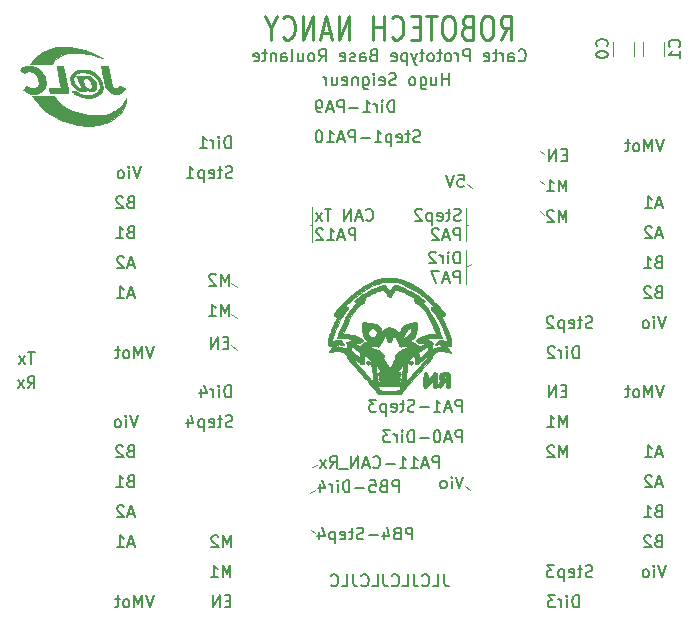
<source format=gbr>
G04 #@! TF.GenerationSoftware,KiCad,Pcbnew,(5.1.4)-1*
G04 #@! TF.CreationDate,2020-11-13T20:24:30+01:00*
G04 #@! TF.ProjectId,Shield BR,53686965-6c64-4204-9252-2e6b69636164,rev?*
G04 #@! TF.SameCoordinates,Original*
G04 #@! TF.FileFunction,Legend,Bot*
G04 #@! TF.FilePolarity,Positive*
%FSLAX46Y46*%
G04 Gerber Fmt 4.6, Leading zero omitted, Abs format (unit mm)*
G04 Created by KiCad (PCBNEW (5.1.4)-1) date 2020-11-13 20:24:30*
%MOMM*%
%LPD*%
G04 APERTURE LIST*
%ADD10C,0.120000*%
%ADD11C,0.150000*%
%ADD12C,0.250000*%
%ADD13C,0.010000*%
G04 APERTURE END LIST*
D10*
X124357900Y-79959200D02*
X124002300Y-79654400D01*
X124357900Y-82499200D02*
X124002300Y-82194400D01*
X124357900Y-85090000D02*
X123951500Y-84734400D01*
X105104700Y-106222800D02*
X104647500Y-106426000D01*
X104698300Y-85902800D02*
X104495100Y-85902800D01*
X104698300Y-84378800D02*
X104698300Y-87376000D01*
X117703100Y-89509600D02*
X118109500Y-89204800D01*
X117703100Y-88036400D02*
X117703100Y-90932000D01*
X117703100Y-85902800D02*
X117906300Y-85902800D01*
X117703100Y-87274400D02*
X117703100Y-84531200D01*
X104952300Y-112014000D02*
X104596700Y-111760000D01*
X104952300Y-108407200D02*
X104545900Y-108610400D01*
X118058700Y-108356400D02*
X117601500Y-108051600D01*
X117804700Y-82448400D02*
X118211100Y-82804000D01*
X98297500Y-96494600D02*
X97789500Y-96139000D01*
X98348300Y-93827600D02*
X97840300Y-93472000D01*
X98348300Y-91186000D02*
X97840300Y-90830400D01*
D11*
X122180071Y-71985142D02*
X122227690Y-72032761D01*
X122370547Y-72080380D01*
X122465785Y-72080380D01*
X122608642Y-72032761D01*
X122703880Y-71937523D01*
X122751500Y-71842285D01*
X122799119Y-71651809D01*
X122799119Y-71508952D01*
X122751500Y-71318476D01*
X122703880Y-71223238D01*
X122608642Y-71128000D01*
X122465785Y-71080380D01*
X122370547Y-71080380D01*
X122227690Y-71128000D01*
X122180071Y-71175619D01*
X121322928Y-72080380D02*
X121322928Y-71556571D01*
X121370547Y-71461333D01*
X121465785Y-71413714D01*
X121656261Y-71413714D01*
X121751500Y-71461333D01*
X121322928Y-72032761D02*
X121418166Y-72080380D01*
X121656261Y-72080380D01*
X121751500Y-72032761D01*
X121799119Y-71937523D01*
X121799119Y-71842285D01*
X121751500Y-71747047D01*
X121656261Y-71699428D01*
X121418166Y-71699428D01*
X121322928Y-71651809D01*
X120846738Y-72080380D02*
X120846738Y-71413714D01*
X120846738Y-71604190D02*
X120799119Y-71508952D01*
X120751500Y-71461333D01*
X120656261Y-71413714D01*
X120561023Y-71413714D01*
X120370547Y-71413714D02*
X119989595Y-71413714D01*
X120227690Y-71080380D02*
X120227690Y-71937523D01*
X120180071Y-72032761D01*
X120084833Y-72080380D01*
X119989595Y-72080380D01*
X119275309Y-72032761D02*
X119370547Y-72080380D01*
X119561023Y-72080380D01*
X119656261Y-72032761D01*
X119703880Y-71937523D01*
X119703880Y-71556571D01*
X119656261Y-71461333D01*
X119561023Y-71413714D01*
X119370547Y-71413714D01*
X119275309Y-71461333D01*
X119227690Y-71556571D01*
X119227690Y-71651809D01*
X119703880Y-71747047D01*
X118037214Y-72080380D02*
X118037214Y-71080380D01*
X117656261Y-71080380D01*
X117561023Y-71128000D01*
X117513404Y-71175619D01*
X117465785Y-71270857D01*
X117465785Y-71413714D01*
X117513404Y-71508952D01*
X117561023Y-71556571D01*
X117656261Y-71604190D01*
X118037214Y-71604190D01*
X117037214Y-72080380D02*
X117037214Y-71413714D01*
X117037214Y-71604190D02*
X116989595Y-71508952D01*
X116941976Y-71461333D01*
X116846738Y-71413714D01*
X116751500Y-71413714D01*
X116275309Y-72080380D02*
X116370547Y-72032761D01*
X116418166Y-71985142D01*
X116465785Y-71889904D01*
X116465785Y-71604190D01*
X116418166Y-71508952D01*
X116370547Y-71461333D01*
X116275309Y-71413714D01*
X116132452Y-71413714D01*
X116037214Y-71461333D01*
X115989595Y-71508952D01*
X115941976Y-71604190D01*
X115941976Y-71889904D01*
X115989595Y-71985142D01*
X116037214Y-72032761D01*
X116132452Y-72080380D01*
X116275309Y-72080380D01*
X115656261Y-71413714D02*
X115275309Y-71413714D01*
X115513404Y-71080380D02*
X115513404Y-71937523D01*
X115465785Y-72032761D01*
X115370547Y-72080380D01*
X115275309Y-72080380D01*
X114799119Y-72080380D02*
X114894357Y-72032761D01*
X114941976Y-71985142D01*
X114989595Y-71889904D01*
X114989595Y-71604190D01*
X114941976Y-71508952D01*
X114894357Y-71461333D01*
X114799119Y-71413714D01*
X114656261Y-71413714D01*
X114561023Y-71461333D01*
X114513404Y-71508952D01*
X114465785Y-71604190D01*
X114465785Y-71889904D01*
X114513404Y-71985142D01*
X114561023Y-72032761D01*
X114656261Y-72080380D01*
X114799119Y-72080380D01*
X114180071Y-71413714D02*
X113799119Y-71413714D01*
X114037214Y-71080380D02*
X114037214Y-71937523D01*
X113989595Y-72032761D01*
X113894357Y-72080380D01*
X113799119Y-72080380D01*
X113561023Y-71413714D02*
X113322928Y-72080380D01*
X113084833Y-71413714D02*
X113322928Y-72080380D01*
X113418166Y-72318476D01*
X113465785Y-72366095D01*
X113561023Y-72413714D01*
X112703880Y-71413714D02*
X112703880Y-72413714D01*
X112703880Y-71461333D02*
X112608642Y-71413714D01*
X112418166Y-71413714D01*
X112322928Y-71461333D01*
X112275309Y-71508952D01*
X112227690Y-71604190D01*
X112227690Y-71889904D01*
X112275309Y-71985142D01*
X112322928Y-72032761D01*
X112418166Y-72080380D01*
X112608642Y-72080380D01*
X112703880Y-72032761D01*
X111418166Y-72032761D02*
X111513404Y-72080380D01*
X111703880Y-72080380D01*
X111799119Y-72032761D01*
X111846738Y-71937523D01*
X111846738Y-71556571D01*
X111799119Y-71461333D01*
X111703880Y-71413714D01*
X111513404Y-71413714D01*
X111418166Y-71461333D01*
X111370547Y-71556571D01*
X111370547Y-71651809D01*
X111846738Y-71747047D01*
X109846738Y-71556571D02*
X109703880Y-71604190D01*
X109656261Y-71651809D01*
X109608642Y-71747047D01*
X109608642Y-71889904D01*
X109656261Y-71985142D01*
X109703880Y-72032761D01*
X109799119Y-72080380D01*
X110180071Y-72080380D01*
X110180071Y-71080380D01*
X109846738Y-71080380D01*
X109751500Y-71128000D01*
X109703880Y-71175619D01*
X109656261Y-71270857D01*
X109656261Y-71366095D01*
X109703880Y-71461333D01*
X109751500Y-71508952D01*
X109846738Y-71556571D01*
X110180071Y-71556571D01*
X108751500Y-72080380D02*
X108751500Y-71556571D01*
X108799119Y-71461333D01*
X108894357Y-71413714D01*
X109084833Y-71413714D01*
X109180071Y-71461333D01*
X108751500Y-72032761D02*
X108846738Y-72080380D01*
X109084833Y-72080380D01*
X109180071Y-72032761D01*
X109227690Y-71937523D01*
X109227690Y-71842285D01*
X109180071Y-71747047D01*
X109084833Y-71699428D01*
X108846738Y-71699428D01*
X108751500Y-71651809D01*
X108322928Y-72032761D02*
X108227690Y-72080380D01*
X108037214Y-72080380D01*
X107941976Y-72032761D01*
X107894357Y-71937523D01*
X107894357Y-71889904D01*
X107941976Y-71794666D01*
X108037214Y-71747047D01*
X108180071Y-71747047D01*
X108275309Y-71699428D01*
X108322928Y-71604190D01*
X108322928Y-71556571D01*
X108275309Y-71461333D01*
X108180071Y-71413714D01*
X108037214Y-71413714D01*
X107941976Y-71461333D01*
X107084833Y-72032761D02*
X107180071Y-72080380D01*
X107370547Y-72080380D01*
X107465785Y-72032761D01*
X107513404Y-71937523D01*
X107513404Y-71556571D01*
X107465785Y-71461333D01*
X107370547Y-71413714D01*
X107180071Y-71413714D01*
X107084833Y-71461333D01*
X107037214Y-71556571D01*
X107037214Y-71651809D01*
X107513404Y-71747047D01*
X105275309Y-72080380D02*
X105608642Y-71604190D01*
X105846738Y-72080380D02*
X105846738Y-71080380D01*
X105465785Y-71080380D01*
X105370547Y-71128000D01*
X105322928Y-71175619D01*
X105275309Y-71270857D01*
X105275309Y-71413714D01*
X105322928Y-71508952D01*
X105370547Y-71556571D01*
X105465785Y-71604190D01*
X105846738Y-71604190D01*
X104703880Y-72080380D02*
X104799119Y-72032761D01*
X104846738Y-71985142D01*
X104894357Y-71889904D01*
X104894357Y-71604190D01*
X104846738Y-71508952D01*
X104799119Y-71461333D01*
X104703880Y-71413714D01*
X104561023Y-71413714D01*
X104465785Y-71461333D01*
X104418166Y-71508952D01*
X104370547Y-71604190D01*
X104370547Y-71889904D01*
X104418166Y-71985142D01*
X104465785Y-72032761D01*
X104561023Y-72080380D01*
X104703880Y-72080380D01*
X103513404Y-71413714D02*
X103513404Y-72080380D01*
X103941976Y-71413714D02*
X103941976Y-71937523D01*
X103894357Y-72032761D01*
X103799119Y-72080380D01*
X103656261Y-72080380D01*
X103561023Y-72032761D01*
X103513404Y-71985142D01*
X102894357Y-72080380D02*
X102989595Y-72032761D01*
X103037214Y-71937523D01*
X103037214Y-71080380D01*
X102084833Y-72080380D02*
X102084833Y-71556571D01*
X102132452Y-71461333D01*
X102227690Y-71413714D01*
X102418166Y-71413714D01*
X102513404Y-71461333D01*
X102084833Y-72032761D02*
X102180071Y-72080380D01*
X102418166Y-72080380D01*
X102513404Y-72032761D01*
X102561023Y-71937523D01*
X102561023Y-71842285D01*
X102513404Y-71747047D01*
X102418166Y-71699428D01*
X102180071Y-71699428D01*
X102084833Y-71651809D01*
X101608642Y-71413714D02*
X101608642Y-72080380D01*
X101608642Y-71508952D02*
X101561023Y-71461333D01*
X101465785Y-71413714D01*
X101322928Y-71413714D01*
X101227690Y-71461333D01*
X101180071Y-71556571D01*
X101180071Y-72080380D01*
X100846738Y-71413714D02*
X100465785Y-71413714D01*
X100703880Y-71080380D02*
X100703880Y-71937523D01*
X100656261Y-72032761D01*
X100561023Y-72080380D01*
X100465785Y-72080380D01*
X99751500Y-72032761D02*
X99846738Y-72080380D01*
X100037214Y-72080380D01*
X100132452Y-72032761D01*
X100180071Y-71937523D01*
X100180071Y-71556571D01*
X100132452Y-71461333D01*
X100037214Y-71413714D01*
X99846738Y-71413714D01*
X99751500Y-71461333D01*
X99703880Y-71556571D01*
X99703880Y-71651809D01*
X100180071Y-71747047D01*
X117507709Y-107249980D02*
X117174376Y-108249980D01*
X116841042Y-107249980D01*
X116507709Y-108249980D02*
X116507709Y-107583314D01*
X116507709Y-107249980D02*
X116555328Y-107297600D01*
X116507709Y-107345219D01*
X116460090Y-107297600D01*
X116507709Y-107249980D01*
X116507709Y-107345219D01*
X115888661Y-108249980D02*
X115983900Y-108202361D01*
X116031519Y-108154742D01*
X116079138Y-108059504D01*
X116079138Y-107773790D01*
X116031519Y-107678552D01*
X115983900Y-107630933D01*
X115888661Y-107583314D01*
X115745804Y-107583314D01*
X115650566Y-107630933D01*
X115602947Y-107678552D01*
X115555328Y-107773790D01*
X115555328Y-108059504D01*
X115602947Y-108154742D01*
X115650566Y-108202361D01*
X115745804Y-108249980D01*
X115888661Y-108249980D01*
X117367504Y-104338380D02*
X117367504Y-103338380D01*
X116986552Y-103338380D01*
X116891314Y-103386000D01*
X116843695Y-103433619D01*
X116796076Y-103528857D01*
X116796076Y-103671714D01*
X116843695Y-103766952D01*
X116891314Y-103814571D01*
X116986552Y-103862190D01*
X117367504Y-103862190D01*
X116415123Y-104052666D02*
X115938933Y-104052666D01*
X116510361Y-104338380D02*
X116177028Y-103338380D01*
X115843695Y-104338380D01*
X115319885Y-103338380D02*
X115224647Y-103338380D01*
X115129409Y-103386000D01*
X115081790Y-103433619D01*
X115034171Y-103528857D01*
X114986552Y-103719333D01*
X114986552Y-103957428D01*
X115034171Y-104147904D01*
X115081790Y-104243142D01*
X115129409Y-104290761D01*
X115224647Y-104338380D01*
X115319885Y-104338380D01*
X115415123Y-104290761D01*
X115462742Y-104243142D01*
X115510361Y-104147904D01*
X115557980Y-103957428D01*
X115557980Y-103719333D01*
X115510361Y-103528857D01*
X115462742Y-103433619D01*
X115415123Y-103386000D01*
X115319885Y-103338380D01*
X114557980Y-103957428D02*
X113796076Y-103957428D01*
X113319885Y-104338380D02*
X113319885Y-103338380D01*
X113081790Y-103338380D01*
X112938933Y-103386000D01*
X112843695Y-103481238D01*
X112796076Y-103576476D01*
X112748457Y-103766952D01*
X112748457Y-103909809D01*
X112796076Y-104100285D01*
X112843695Y-104195523D01*
X112938933Y-104290761D01*
X113081790Y-104338380D01*
X113319885Y-104338380D01*
X112319885Y-104338380D02*
X112319885Y-103671714D01*
X112319885Y-103338380D02*
X112367504Y-103386000D01*
X112319885Y-103433619D01*
X112272266Y-103386000D01*
X112319885Y-103338380D01*
X112319885Y-103433619D01*
X111843695Y-104338380D02*
X111843695Y-103671714D01*
X111843695Y-103862190D02*
X111796076Y-103766952D01*
X111748457Y-103719333D01*
X111653219Y-103671714D01*
X111557980Y-103671714D01*
X111319885Y-103338380D02*
X110700838Y-103338380D01*
X111034171Y-103719333D01*
X110891314Y-103719333D01*
X110796076Y-103766952D01*
X110748457Y-103814571D01*
X110700838Y-103909809D01*
X110700838Y-104147904D01*
X110748457Y-104243142D01*
X110796076Y-104290761D01*
X110891314Y-104338380D01*
X111177028Y-104338380D01*
X111272266Y-104290761D01*
X111319885Y-104243142D01*
X117367504Y-101747580D02*
X117367504Y-100747580D01*
X116986552Y-100747580D01*
X116891314Y-100795200D01*
X116843695Y-100842819D01*
X116796076Y-100938057D01*
X116796076Y-101080914D01*
X116843695Y-101176152D01*
X116891314Y-101223771D01*
X116986552Y-101271390D01*
X117367504Y-101271390D01*
X116415123Y-101461866D02*
X115938933Y-101461866D01*
X116510361Y-101747580D02*
X116177028Y-100747580D01*
X115843695Y-101747580D01*
X114986552Y-101747580D02*
X115557980Y-101747580D01*
X115272266Y-101747580D02*
X115272266Y-100747580D01*
X115367504Y-100890438D01*
X115462742Y-100985676D01*
X115557980Y-101033295D01*
X114557980Y-101366628D02*
X113796076Y-101366628D01*
X113367504Y-101699961D02*
X113224647Y-101747580D01*
X112986552Y-101747580D01*
X112891314Y-101699961D01*
X112843695Y-101652342D01*
X112796076Y-101557104D01*
X112796076Y-101461866D01*
X112843695Y-101366628D01*
X112891314Y-101319009D01*
X112986552Y-101271390D01*
X113177028Y-101223771D01*
X113272266Y-101176152D01*
X113319885Y-101128533D01*
X113367504Y-101033295D01*
X113367504Y-100938057D01*
X113319885Y-100842819D01*
X113272266Y-100795200D01*
X113177028Y-100747580D01*
X112938933Y-100747580D01*
X112796076Y-100795200D01*
X112510361Y-101080914D02*
X112129409Y-101080914D01*
X112367504Y-100747580D02*
X112367504Y-101604723D01*
X112319885Y-101699961D01*
X112224647Y-101747580D01*
X112129409Y-101747580D01*
X111415123Y-101699961D02*
X111510361Y-101747580D01*
X111700838Y-101747580D01*
X111796076Y-101699961D01*
X111843695Y-101604723D01*
X111843695Y-101223771D01*
X111796076Y-101128533D01*
X111700838Y-101080914D01*
X111510361Y-101080914D01*
X111415123Y-101128533D01*
X111367504Y-101223771D01*
X111367504Y-101319009D01*
X111843695Y-101414247D01*
X110938933Y-101080914D02*
X110938933Y-102080914D01*
X110938933Y-101128533D02*
X110843695Y-101080914D01*
X110653219Y-101080914D01*
X110557980Y-101128533D01*
X110510361Y-101176152D01*
X110462742Y-101271390D01*
X110462742Y-101557104D01*
X110510361Y-101652342D01*
X110557980Y-101699961D01*
X110653219Y-101747580D01*
X110843695Y-101747580D01*
X110938933Y-101699961D01*
X110129409Y-100747580D02*
X109510361Y-100747580D01*
X109843695Y-101128533D01*
X109700838Y-101128533D01*
X109605600Y-101176152D01*
X109557980Y-101223771D01*
X109510361Y-101319009D01*
X109510361Y-101557104D01*
X109557980Y-101652342D01*
X109605600Y-101699961D01*
X109700838Y-101747580D01*
X109986552Y-101747580D01*
X110081790Y-101699961D01*
X110129409Y-101652342D01*
X117215104Y-89187780D02*
X117215104Y-88187780D01*
X116977009Y-88187780D01*
X116834152Y-88235400D01*
X116738914Y-88330638D01*
X116691295Y-88425876D01*
X116643676Y-88616352D01*
X116643676Y-88759209D01*
X116691295Y-88949685D01*
X116738914Y-89044923D01*
X116834152Y-89140161D01*
X116977009Y-89187780D01*
X117215104Y-89187780D01*
X116215104Y-89187780D02*
X116215104Y-88521114D01*
X116215104Y-88187780D02*
X116262723Y-88235400D01*
X116215104Y-88283019D01*
X116167485Y-88235400D01*
X116215104Y-88187780D01*
X116215104Y-88283019D01*
X115738914Y-89187780D02*
X115738914Y-88521114D01*
X115738914Y-88711590D02*
X115691295Y-88616352D01*
X115643676Y-88568733D01*
X115548438Y-88521114D01*
X115453200Y-88521114D01*
X115167485Y-88283019D02*
X115119866Y-88235400D01*
X115024628Y-88187780D01*
X114786533Y-88187780D01*
X114691295Y-88235400D01*
X114643676Y-88283019D01*
X114596057Y-88378257D01*
X114596057Y-88473495D01*
X114643676Y-88616352D01*
X115215104Y-89187780D01*
X114596057Y-89187780D01*
X117215104Y-90837780D02*
X117215104Y-89837780D01*
X116834152Y-89837780D01*
X116738914Y-89885400D01*
X116691295Y-89933019D01*
X116643676Y-90028257D01*
X116643676Y-90171114D01*
X116691295Y-90266352D01*
X116738914Y-90313971D01*
X116834152Y-90361590D01*
X117215104Y-90361590D01*
X116262723Y-90552066D02*
X115786533Y-90552066D01*
X116357961Y-90837780D02*
X116024628Y-89837780D01*
X115691295Y-90837780D01*
X115453200Y-89837780D02*
X114786533Y-89837780D01*
X115215104Y-90837780D01*
X117262723Y-85533361D02*
X117119866Y-85580980D01*
X116881771Y-85580980D01*
X116786533Y-85533361D01*
X116738914Y-85485742D01*
X116691295Y-85390504D01*
X116691295Y-85295266D01*
X116738914Y-85200028D01*
X116786533Y-85152409D01*
X116881771Y-85104790D01*
X117072247Y-85057171D01*
X117167485Y-85009552D01*
X117215104Y-84961933D01*
X117262723Y-84866695D01*
X117262723Y-84771457D01*
X117215104Y-84676219D01*
X117167485Y-84628600D01*
X117072247Y-84580980D01*
X116834152Y-84580980D01*
X116691295Y-84628600D01*
X116405580Y-84914314D02*
X116024628Y-84914314D01*
X116262723Y-84580980D02*
X116262723Y-85438123D01*
X116215104Y-85533361D01*
X116119866Y-85580980D01*
X116024628Y-85580980D01*
X115310342Y-85533361D02*
X115405580Y-85580980D01*
X115596057Y-85580980D01*
X115691295Y-85533361D01*
X115738914Y-85438123D01*
X115738914Y-85057171D01*
X115691295Y-84961933D01*
X115596057Y-84914314D01*
X115405580Y-84914314D01*
X115310342Y-84961933D01*
X115262723Y-85057171D01*
X115262723Y-85152409D01*
X115738914Y-85247647D01*
X114834152Y-84914314D02*
X114834152Y-85914314D01*
X114834152Y-84961933D02*
X114738914Y-84914314D01*
X114548438Y-84914314D01*
X114453200Y-84961933D01*
X114405580Y-85009552D01*
X114357961Y-85104790D01*
X114357961Y-85390504D01*
X114405580Y-85485742D01*
X114453200Y-85533361D01*
X114548438Y-85580980D01*
X114738914Y-85580980D01*
X114834152Y-85533361D01*
X113977009Y-84676219D02*
X113929390Y-84628600D01*
X113834152Y-84580980D01*
X113596057Y-84580980D01*
X113500819Y-84628600D01*
X113453200Y-84676219D01*
X113405580Y-84771457D01*
X113405580Y-84866695D01*
X113453200Y-85009552D01*
X114024628Y-85580980D01*
X113405580Y-85580980D01*
X117215104Y-87230980D02*
X117215104Y-86230980D01*
X116834152Y-86230980D01*
X116738914Y-86278600D01*
X116691295Y-86326219D01*
X116643676Y-86421457D01*
X116643676Y-86564314D01*
X116691295Y-86659552D01*
X116738914Y-86707171D01*
X116834152Y-86754790D01*
X117215104Y-86754790D01*
X116262723Y-86945266D02*
X115786533Y-86945266D01*
X116357961Y-87230980D02*
X116024628Y-86230980D01*
X115691295Y-87230980D01*
X115405580Y-86326219D02*
X115357961Y-86278600D01*
X115262723Y-86230980D01*
X115024628Y-86230980D01*
X114929390Y-86278600D01*
X114881771Y-86326219D01*
X114834152Y-86421457D01*
X114834152Y-86516695D01*
X114881771Y-86659552D01*
X115453200Y-87230980D01*
X114834152Y-87230980D01*
X117043714Y-81697580D02*
X117519904Y-81697580D01*
X117567523Y-82173771D01*
X117519904Y-82126152D01*
X117424666Y-82078533D01*
X117186571Y-82078533D01*
X117091333Y-82126152D01*
X117043714Y-82173771D01*
X116996095Y-82269009D01*
X116996095Y-82507104D01*
X117043714Y-82602342D01*
X117091333Y-82649961D01*
X117186571Y-82697580D01*
X117424666Y-82697580D01*
X117519904Y-82649961D01*
X117567523Y-82602342D01*
X116710380Y-81697580D02*
X116377047Y-82697580D01*
X116043714Y-81697580D01*
X91304357Y-96226380D02*
X90971023Y-97226380D01*
X90637690Y-96226380D01*
X90304357Y-97226380D02*
X90304357Y-96226380D01*
X89971023Y-96940666D01*
X89637690Y-96226380D01*
X89637690Y-97226380D01*
X89018642Y-97226380D02*
X89113880Y-97178761D01*
X89161500Y-97131142D01*
X89209119Y-97035904D01*
X89209119Y-96750190D01*
X89161500Y-96654952D01*
X89113880Y-96607333D01*
X89018642Y-96559714D01*
X88875785Y-96559714D01*
X88780547Y-96607333D01*
X88732928Y-96654952D01*
X88685309Y-96750190D01*
X88685309Y-97035904D01*
X88732928Y-97131142D01*
X88780547Y-97178761D01*
X88875785Y-97226380D01*
X89018642Y-97226380D01*
X88399595Y-96559714D02*
X88018642Y-96559714D01*
X88256738Y-96226380D02*
X88256738Y-97083523D01*
X88209119Y-97178761D01*
X88113880Y-97226380D01*
X88018642Y-97226380D01*
X91304357Y-117308380D02*
X90971023Y-118308380D01*
X90637690Y-117308380D01*
X90304357Y-118308380D02*
X90304357Y-117308380D01*
X89971023Y-118022666D01*
X89637690Y-117308380D01*
X89637690Y-118308380D01*
X89018642Y-118308380D02*
X89113880Y-118260761D01*
X89161500Y-118213142D01*
X89209119Y-118117904D01*
X89209119Y-117832190D01*
X89161500Y-117736952D01*
X89113880Y-117689333D01*
X89018642Y-117641714D01*
X88875785Y-117641714D01*
X88780547Y-117689333D01*
X88732928Y-117736952D01*
X88685309Y-117832190D01*
X88685309Y-118117904D01*
X88732928Y-118213142D01*
X88780547Y-118260761D01*
X88875785Y-118308380D01*
X89018642Y-118308380D01*
X88399595Y-117641714D02*
X88018642Y-117641714D01*
X88256738Y-117308380D02*
X88256738Y-118165523D01*
X88209119Y-118260761D01*
X88113880Y-118308380D01*
X88018642Y-118308380D01*
X134484357Y-99528380D02*
X134151023Y-100528380D01*
X133817690Y-99528380D01*
X133484357Y-100528380D02*
X133484357Y-99528380D01*
X133151023Y-100242666D01*
X132817690Y-99528380D01*
X132817690Y-100528380D01*
X132198642Y-100528380D02*
X132293880Y-100480761D01*
X132341500Y-100433142D01*
X132389119Y-100337904D01*
X132389119Y-100052190D01*
X132341500Y-99956952D01*
X132293880Y-99909333D01*
X132198642Y-99861714D01*
X132055785Y-99861714D01*
X131960547Y-99909333D01*
X131912928Y-99956952D01*
X131865309Y-100052190D01*
X131865309Y-100337904D01*
X131912928Y-100433142D01*
X131960547Y-100480761D01*
X132055785Y-100528380D01*
X132198642Y-100528380D01*
X131579595Y-99861714D02*
X131198642Y-99861714D01*
X131436738Y-99528380D02*
X131436738Y-100385523D01*
X131389119Y-100480761D01*
X131293880Y-100528380D01*
X131198642Y-100528380D01*
X134484357Y-78700380D02*
X134151023Y-79700380D01*
X133817690Y-78700380D01*
X133484357Y-79700380D02*
X133484357Y-78700380D01*
X133151023Y-79414666D01*
X132817690Y-78700380D01*
X132817690Y-79700380D01*
X132198642Y-79700380D02*
X132293880Y-79652761D01*
X132341500Y-79605142D01*
X132389119Y-79509904D01*
X132389119Y-79224190D01*
X132341500Y-79128952D01*
X132293880Y-79081333D01*
X132198642Y-79033714D01*
X132055785Y-79033714D01*
X131960547Y-79081333D01*
X131912928Y-79128952D01*
X131865309Y-79224190D01*
X131865309Y-79509904D01*
X131912928Y-79605142D01*
X131960547Y-79652761D01*
X132055785Y-79700380D01*
X132198642Y-79700380D01*
X131579595Y-79033714D02*
X131198642Y-79033714D01*
X131436738Y-78700380D02*
X131436738Y-79557523D01*
X131389119Y-79652761D01*
X131293880Y-79700380D01*
X131198642Y-79700380D01*
X126234223Y-85694780D02*
X126234223Y-84694780D01*
X125900890Y-85409066D01*
X125567557Y-84694780D01*
X125567557Y-85694780D01*
X125138985Y-84790019D02*
X125091366Y-84742400D01*
X124996128Y-84694780D01*
X124758033Y-84694780D01*
X124662795Y-84742400D01*
X124615176Y-84790019D01*
X124567557Y-84885257D01*
X124567557Y-84980495D01*
X124615176Y-85123352D01*
X125186604Y-85694780D01*
X124567557Y-85694780D01*
X126264395Y-79989371D02*
X125931061Y-79989371D01*
X125788204Y-80513180D02*
X126264395Y-80513180D01*
X126264395Y-79513180D01*
X125788204Y-79513180D01*
X125359633Y-80513180D02*
X125359633Y-79513180D01*
X124788204Y-80513180D01*
X124788204Y-79513180D01*
X126234223Y-83103980D02*
X126234223Y-82103980D01*
X125900890Y-82818266D01*
X125567557Y-82103980D01*
X125567557Y-83103980D01*
X124567557Y-83103980D02*
X125138985Y-83103980D01*
X124853271Y-83103980D02*
X124853271Y-82103980D01*
X124948509Y-82246838D01*
X125043747Y-82342076D01*
X125138985Y-82389695D01*
X126213595Y-100004571D02*
X125880261Y-100004571D01*
X125737404Y-100528380D02*
X126213595Y-100528380D01*
X126213595Y-99528380D01*
X125737404Y-99528380D01*
X125308833Y-100528380D02*
X125308833Y-99528380D01*
X124737404Y-100528380D01*
X124737404Y-99528380D01*
X126285023Y-103068380D02*
X126285023Y-102068380D01*
X125951690Y-102782666D01*
X125618357Y-102068380D01*
X125618357Y-103068380D01*
X124618357Y-103068380D02*
X125189785Y-103068380D01*
X124904071Y-103068380D02*
X124904071Y-102068380D01*
X124999309Y-102211238D01*
X125094547Y-102306476D01*
X125189785Y-102354095D01*
X126285023Y-105608380D02*
X126285023Y-104608380D01*
X125951690Y-105322666D01*
X125618357Y-104608380D01*
X125618357Y-105608380D01*
X125189785Y-104703619D02*
X125142166Y-104656000D01*
X125046928Y-104608380D01*
X124808833Y-104608380D01*
X124713595Y-104656000D01*
X124665976Y-104703619D01*
X124618357Y-104798857D01*
X124618357Y-104894095D01*
X124665976Y-105036952D01*
X125237404Y-105608380D01*
X124618357Y-105608380D01*
X134627309Y-114768380D02*
X134293976Y-115768380D01*
X133960642Y-114768380D01*
X133627309Y-115768380D02*
X133627309Y-115101714D01*
X133627309Y-114768380D02*
X133674928Y-114816000D01*
X133627309Y-114863619D01*
X133579690Y-114816000D01*
X133627309Y-114768380D01*
X133627309Y-114863619D01*
X133008261Y-115768380D02*
X133103500Y-115720761D01*
X133151119Y-115673142D01*
X133198738Y-115577904D01*
X133198738Y-115292190D01*
X133151119Y-115196952D01*
X133103500Y-115149333D01*
X133008261Y-115101714D01*
X132865404Y-115101714D01*
X132770166Y-115149333D01*
X132722547Y-115196952D01*
X132674928Y-115292190D01*
X132674928Y-115577904D01*
X132722547Y-115673142D01*
X132770166Y-115720761D01*
X132865404Y-115768380D01*
X133008261Y-115768380D01*
X134627309Y-93686380D02*
X134293976Y-94686380D01*
X133960642Y-93686380D01*
X133627309Y-94686380D02*
X133627309Y-94019714D01*
X133627309Y-93686380D02*
X133674928Y-93734000D01*
X133627309Y-93781619D01*
X133579690Y-93734000D01*
X133627309Y-93686380D01*
X133627309Y-93781619D01*
X133008261Y-94686380D02*
X133103500Y-94638761D01*
X133151119Y-94591142D01*
X133198738Y-94495904D01*
X133198738Y-94210190D01*
X133151119Y-94114952D01*
X133103500Y-94067333D01*
X133008261Y-94019714D01*
X132865404Y-94019714D01*
X132770166Y-94067333D01*
X132722547Y-94114952D01*
X132674928Y-94210190D01*
X132674928Y-94495904D01*
X132722547Y-94591142D01*
X132770166Y-94638761D01*
X132865404Y-94686380D01*
X133008261Y-94686380D01*
X90177309Y-80986380D02*
X89843976Y-81986380D01*
X89510642Y-80986380D01*
X89177309Y-81986380D02*
X89177309Y-81319714D01*
X89177309Y-80986380D02*
X89224928Y-81034000D01*
X89177309Y-81081619D01*
X89129690Y-81034000D01*
X89177309Y-80986380D01*
X89177309Y-81081619D01*
X88558261Y-81986380D02*
X88653500Y-81938761D01*
X88701119Y-81891142D01*
X88748738Y-81795904D01*
X88748738Y-81510190D01*
X88701119Y-81414952D01*
X88653500Y-81367333D01*
X88558261Y-81319714D01*
X88415404Y-81319714D01*
X88320166Y-81367333D01*
X88272547Y-81414952D01*
X88224928Y-81510190D01*
X88224928Y-81795904D01*
X88272547Y-81891142D01*
X88320166Y-81938761D01*
X88415404Y-81986380D01*
X88558261Y-81986380D01*
X89923309Y-102068380D02*
X89589976Y-103068380D01*
X89256642Y-102068380D01*
X88923309Y-103068380D02*
X88923309Y-102401714D01*
X88923309Y-102068380D02*
X88970928Y-102116000D01*
X88923309Y-102163619D01*
X88875690Y-102116000D01*
X88923309Y-102068380D01*
X88923309Y-102163619D01*
X88304261Y-103068380D02*
X88399500Y-103020761D01*
X88447119Y-102973142D01*
X88494738Y-102877904D01*
X88494738Y-102592190D01*
X88447119Y-102496952D01*
X88399500Y-102449333D01*
X88304261Y-102401714D01*
X88161404Y-102401714D01*
X88066166Y-102449333D01*
X88018547Y-102496952D01*
X87970928Y-102592190D01*
X87970928Y-102877904D01*
X88018547Y-102973142D01*
X88066166Y-103020761D01*
X88161404Y-103068380D01*
X88304261Y-103068380D01*
X97765595Y-117784571D02*
X97432261Y-117784571D01*
X97289404Y-118308380D02*
X97765595Y-118308380D01*
X97765595Y-117308380D01*
X97289404Y-117308380D01*
X96860833Y-118308380D02*
X96860833Y-117308380D01*
X96289404Y-118308380D01*
X96289404Y-117308380D01*
X97786223Y-115768380D02*
X97786223Y-114768380D01*
X97452890Y-115482666D01*
X97119557Y-114768380D01*
X97119557Y-115768380D01*
X96119557Y-115768380D02*
X96690985Y-115768380D01*
X96405271Y-115768380D02*
X96405271Y-114768380D01*
X96500509Y-114911238D01*
X96595747Y-115006476D01*
X96690985Y-115054095D01*
X97837023Y-113228380D02*
X97837023Y-112228380D01*
X97503690Y-112942666D01*
X97170357Y-112228380D01*
X97170357Y-113228380D01*
X96741785Y-112323619D02*
X96694166Y-112276000D01*
X96598928Y-112228380D01*
X96360833Y-112228380D01*
X96265595Y-112276000D01*
X96217976Y-112323619D01*
X96170357Y-112418857D01*
X96170357Y-112514095D01*
X96217976Y-112656952D01*
X96789404Y-113228380D01*
X96170357Y-113228380D01*
X97613195Y-95889771D02*
X97279861Y-95889771D01*
X97137004Y-96413580D02*
X97613195Y-96413580D01*
X97613195Y-95413580D01*
X97137004Y-95413580D01*
X96708433Y-96413580D02*
X96708433Y-95413580D01*
X96137004Y-96413580D01*
X96137004Y-95413580D01*
X97633823Y-93670380D02*
X97633823Y-92670380D01*
X97300490Y-93384666D01*
X96967157Y-92670380D01*
X96967157Y-93670380D01*
X95967157Y-93670380D02*
X96538585Y-93670380D01*
X96252871Y-93670380D02*
X96252871Y-92670380D01*
X96348109Y-92813238D01*
X96443347Y-92908476D01*
X96538585Y-92956095D01*
X97633823Y-91079580D02*
X97633823Y-90079580D01*
X97300490Y-90793866D01*
X96967157Y-90079580D01*
X96967157Y-91079580D01*
X96538585Y-90174819D02*
X96490966Y-90127200D01*
X96395728Y-90079580D01*
X96157633Y-90079580D01*
X96062395Y-90127200D01*
X96014776Y-90174819D01*
X95967157Y-90270057D01*
X95967157Y-90365295D01*
X96014776Y-90508152D01*
X96586204Y-91079580D01*
X95967157Y-91079580D01*
X80612738Y-99766380D02*
X80946071Y-99290190D01*
X81184166Y-99766380D02*
X81184166Y-98766380D01*
X80803214Y-98766380D01*
X80707976Y-98814000D01*
X80660357Y-98861619D01*
X80612738Y-98956857D01*
X80612738Y-99099714D01*
X80660357Y-99194952D01*
X80707976Y-99242571D01*
X80803214Y-99290190D01*
X81184166Y-99290190D01*
X80279404Y-99766380D02*
X79755595Y-99099714D01*
X80279404Y-99099714D02*
X79755595Y-99766380D01*
X81207976Y-96734380D02*
X80636547Y-96734380D01*
X80922261Y-97734380D02*
X80922261Y-96734380D01*
X80398452Y-97734380D02*
X79874642Y-97067714D01*
X80398452Y-97067714D02*
X79874642Y-97734380D01*
X89304261Y-84002571D02*
X89161404Y-84050190D01*
X89113785Y-84097809D01*
X89066166Y-84193047D01*
X89066166Y-84335904D01*
X89113785Y-84431142D01*
X89161404Y-84478761D01*
X89256642Y-84526380D01*
X89637595Y-84526380D01*
X89637595Y-83526380D01*
X89304261Y-83526380D01*
X89209023Y-83574000D01*
X89161404Y-83621619D01*
X89113785Y-83716857D01*
X89113785Y-83812095D01*
X89161404Y-83907333D01*
X89209023Y-83954952D01*
X89304261Y-84002571D01*
X89637595Y-84002571D01*
X88685214Y-83621619D02*
X88637595Y-83574000D01*
X88542357Y-83526380D01*
X88304261Y-83526380D01*
X88209023Y-83574000D01*
X88161404Y-83621619D01*
X88113785Y-83716857D01*
X88113785Y-83812095D01*
X88161404Y-83954952D01*
X88732833Y-84526380D01*
X88113785Y-84526380D01*
X89304261Y-86542571D02*
X89161404Y-86590190D01*
X89113785Y-86637809D01*
X89066166Y-86733047D01*
X89066166Y-86875904D01*
X89113785Y-86971142D01*
X89161404Y-87018761D01*
X89256642Y-87066380D01*
X89637595Y-87066380D01*
X89637595Y-86066380D01*
X89304261Y-86066380D01*
X89209023Y-86114000D01*
X89161404Y-86161619D01*
X89113785Y-86256857D01*
X89113785Y-86352095D01*
X89161404Y-86447333D01*
X89209023Y-86494952D01*
X89304261Y-86542571D01*
X89637595Y-86542571D01*
X88113785Y-87066380D02*
X88685214Y-87066380D01*
X88399500Y-87066380D02*
X88399500Y-86066380D01*
X88494738Y-86209238D01*
X88589976Y-86304476D01*
X88685214Y-86352095D01*
X89613785Y-91860666D02*
X89137595Y-91860666D01*
X89709023Y-92146380D02*
X89375690Y-91146380D01*
X89042357Y-92146380D01*
X88185214Y-92146380D02*
X88756642Y-92146380D01*
X88470928Y-92146380D02*
X88470928Y-91146380D01*
X88566166Y-91289238D01*
X88661404Y-91384476D01*
X88756642Y-91432095D01*
X89613785Y-89320666D02*
X89137595Y-89320666D01*
X89709023Y-89606380D02*
X89375690Y-88606380D01*
X89042357Y-89606380D01*
X88756642Y-88701619D02*
X88709023Y-88654000D01*
X88613785Y-88606380D01*
X88375690Y-88606380D01*
X88280452Y-88654000D01*
X88232833Y-88701619D01*
X88185214Y-88796857D01*
X88185214Y-88892095D01*
X88232833Y-89034952D01*
X88804261Y-89606380D01*
X88185214Y-89606380D01*
X89613785Y-112942666D02*
X89137595Y-112942666D01*
X89709023Y-113228380D02*
X89375690Y-112228380D01*
X89042357Y-113228380D01*
X88185214Y-113228380D02*
X88756642Y-113228380D01*
X88470928Y-113228380D02*
X88470928Y-112228380D01*
X88566166Y-112371238D01*
X88661404Y-112466476D01*
X88756642Y-112514095D01*
X89304261Y-107624571D02*
X89161404Y-107672190D01*
X89113785Y-107719809D01*
X89066166Y-107815047D01*
X89066166Y-107957904D01*
X89113785Y-108053142D01*
X89161404Y-108100761D01*
X89256642Y-108148380D01*
X89637595Y-108148380D01*
X89637595Y-107148380D01*
X89304261Y-107148380D01*
X89209023Y-107196000D01*
X89161404Y-107243619D01*
X89113785Y-107338857D01*
X89113785Y-107434095D01*
X89161404Y-107529333D01*
X89209023Y-107576952D01*
X89304261Y-107624571D01*
X89637595Y-107624571D01*
X88113785Y-108148380D02*
X88685214Y-108148380D01*
X88399500Y-108148380D02*
X88399500Y-107148380D01*
X88494738Y-107291238D01*
X88589976Y-107386476D01*
X88685214Y-107434095D01*
X89304261Y-105084571D02*
X89161404Y-105132190D01*
X89113785Y-105179809D01*
X89066166Y-105275047D01*
X89066166Y-105417904D01*
X89113785Y-105513142D01*
X89161404Y-105560761D01*
X89256642Y-105608380D01*
X89637595Y-105608380D01*
X89637595Y-104608380D01*
X89304261Y-104608380D01*
X89209023Y-104656000D01*
X89161404Y-104703619D01*
X89113785Y-104798857D01*
X89113785Y-104894095D01*
X89161404Y-104989333D01*
X89209023Y-105036952D01*
X89304261Y-105084571D01*
X89637595Y-105084571D01*
X88685214Y-104703619D02*
X88637595Y-104656000D01*
X88542357Y-104608380D01*
X88304261Y-104608380D01*
X88209023Y-104656000D01*
X88161404Y-104703619D01*
X88113785Y-104798857D01*
X88113785Y-104894095D01*
X88161404Y-105036952D01*
X88732833Y-105608380D01*
X88113785Y-105608380D01*
X89613785Y-110402666D02*
X89137595Y-110402666D01*
X89709023Y-110688380D02*
X89375690Y-109688380D01*
X89042357Y-110688380D01*
X88756642Y-109783619D02*
X88709023Y-109736000D01*
X88613785Y-109688380D01*
X88375690Y-109688380D01*
X88280452Y-109736000D01*
X88232833Y-109783619D01*
X88185214Y-109878857D01*
X88185214Y-109974095D01*
X88232833Y-110116952D01*
X88804261Y-110688380D01*
X88185214Y-110688380D01*
X134008261Y-112704571D02*
X133865404Y-112752190D01*
X133817785Y-112799809D01*
X133770166Y-112895047D01*
X133770166Y-113037904D01*
X133817785Y-113133142D01*
X133865404Y-113180761D01*
X133960642Y-113228380D01*
X134341595Y-113228380D01*
X134341595Y-112228380D01*
X134008261Y-112228380D01*
X133913023Y-112276000D01*
X133865404Y-112323619D01*
X133817785Y-112418857D01*
X133817785Y-112514095D01*
X133865404Y-112609333D01*
X133913023Y-112656952D01*
X134008261Y-112704571D01*
X134341595Y-112704571D01*
X133389214Y-112323619D02*
X133341595Y-112276000D01*
X133246357Y-112228380D01*
X133008261Y-112228380D01*
X132913023Y-112276000D01*
X132865404Y-112323619D01*
X132817785Y-112418857D01*
X132817785Y-112514095D01*
X132865404Y-112656952D01*
X133436833Y-113228380D01*
X132817785Y-113228380D01*
X134317785Y-107862666D02*
X133841595Y-107862666D01*
X134413023Y-108148380D02*
X134079690Y-107148380D01*
X133746357Y-108148380D01*
X133460642Y-107243619D02*
X133413023Y-107196000D01*
X133317785Y-107148380D01*
X133079690Y-107148380D01*
X132984452Y-107196000D01*
X132936833Y-107243619D01*
X132889214Y-107338857D01*
X132889214Y-107434095D01*
X132936833Y-107576952D01*
X133508261Y-108148380D01*
X132889214Y-108148380D01*
X134317785Y-105322666D02*
X133841595Y-105322666D01*
X134413023Y-105608380D02*
X134079690Y-104608380D01*
X133746357Y-105608380D01*
X132889214Y-105608380D02*
X133460642Y-105608380D01*
X133174928Y-105608380D02*
X133174928Y-104608380D01*
X133270166Y-104751238D01*
X133365404Y-104846476D01*
X133460642Y-104894095D01*
X134008261Y-110164571D02*
X133865404Y-110212190D01*
X133817785Y-110259809D01*
X133770166Y-110355047D01*
X133770166Y-110497904D01*
X133817785Y-110593142D01*
X133865404Y-110640761D01*
X133960642Y-110688380D01*
X134341595Y-110688380D01*
X134341595Y-109688380D01*
X134008261Y-109688380D01*
X133913023Y-109736000D01*
X133865404Y-109783619D01*
X133817785Y-109878857D01*
X133817785Y-109974095D01*
X133865404Y-110069333D01*
X133913023Y-110116952D01*
X134008261Y-110164571D01*
X134341595Y-110164571D01*
X132817785Y-110688380D02*
X133389214Y-110688380D01*
X133103500Y-110688380D02*
X133103500Y-109688380D01*
X133198738Y-109831238D01*
X133293976Y-109926476D01*
X133389214Y-109974095D01*
X134008261Y-91622571D02*
X133865404Y-91670190D01*
X133817785Y-91717809D01*
X133770166Y-91813047D01*
X133770166Y-91955904D01*
X133817785Y-92051142D01*
X133865404Y-92098761D01*
X133960642Y-92146380D01*
X134341595Y-92146380D01*
X134341595Y-91146380D01*
X134008261Y-91146380D01*
X133913023Y-91194000D01*
X133865404Y-91241619D01*
X133817785Y-91336857D01*
X133817785Y-91432095D01*
X133865404Y-91527333D01*
X133913023Y-91574952D01*
X134008261Y-91622571D01*
X134341595Y-91622571D01*
X133389214Y-91241619D02*
X133341595Y-91194000D01*
X133246357Y-91146380D01*
X133008261Y-91146380D01*
X132913023Y-91194000D01*
X132865404Y-91241619D01*
X132817785Y-91336857D01*
X132817785Y-91432095D01*
X132865404Y-91574952D01*
X133436833Y-92146380D01*
X132817785Y-92146380D01*
X134008261Y-89082571D02*
X133865404Y-89130190D01*
X133817785Y-89177809D01*
X133770166Y-89273047D01*
X133770166Y-89415904D01*
X133817785Y-89511142D01*
X133865404Y-89558761D01*
X133960642Y-89606380D01*
X134341595Y-89606380D01*
X134341595Y-88606380D01*
X134008261Y-88606380D01*
X133913023Y-88654000D01*
X133865404Y-88701619D01*
X133817785Y-88796857D01*
X133817785Y-88892095D01*
X133865404Y-88987333D01*
X133913023Y-89034952D01*
X134008261Y-89082571D01*
X134341595Y-89082571D01*
X132817785Y-89606380D02*
X133389214Y-89606380D01*
X133103500Y-89606380D02*
X133103500Y-88606380D01*
X133198738Y-88749238D01*
X133293976Y-88844476D01*
X133389214Y-88892095D01*
X134317785Y-86780666D02*
X133841595Y-86780666D01*
X134413023Y-87066380D02*
X134079690Y-86066380D01*
X133746357Y-87066380D01*
X133460642Y-86161619D02*
X133413023Y-86114000D01*
X133317785Y-86066380D01*
X133079690Y-86066380D01*
X132984452Y-86114000D01*
X132936833Y-86161619D01*
X132889214Y-86256857D01*
X132889214Y-86352095D01*
X132936833Y-86494952D01*
X133508261Y-87066380D01*
X132889214Y-87066380D01*
X134317785Y-84240666D02*
X133841595Y-84240666D01*
X134413023Y-84526380D02*
X134079690Y-83526380D01*
X133746357Y-84526380D01*
X132889214Y-84526380D02*
X133460642Y-84526380D01*
X133174928Y-84526380D02*
X133174928Y-83526380D01*
X133270166Y-83669238D01*
X133365404Y-83764476D01*
X133460642Y-83812095D01*
X127269214Y-118308380D02*
X127269214Y-117308380D01*
X127031119Y-117308380D01*
X126888261Y-117356000D01*
X126793023Y-117451238D01*
X126745404Y-117546476D01*
X126697785Y-117736952D01*
X126697785Y-117879809D01*
X126745404Y-118070285D01*
X126793023Y-118165523D01*
X126888261Y-118260761D01*
X127031119Y-118308380D01*
X127269214Y-118308380D01*
X126269214Y-118308380D02*
X126269214Y-117641714D01*
X126269214Y-117308380D02*
X126316833Y-117356000D01*
X126269214Y-117403619D01*
X126221595Y-117356000D01*
X126269214Y-117308380D01*
X126269214Y-117403619D01*
X125793023Y-118308380D02*
X125793023Y-117641714D01*
X125793023Y-117832190D02*
X125745404Y-117736952D01*
X125697785Y-117689333D01*
X125602547Y-117641714D01*
X125507309Y-117641714D01*
X125269214Y-117308380D02*
X124650166Y-117308380D01*
X124983500Y-117689333D01*
X124840642Y-117689333D01*
X124745404Y-117736952D01*
X124697785Y-117784571D01*
X124650166Y-117879809D01*
X124650166Y-118117904D01*
X124697785Y-118213142D01*
X124745404Y-118260761D01*
X124840642Y-118308380D01*
X125126357Y-118308380D01*
X125221595Y-118260761D01*
X125269214Y-118213142D01*
X128420071Y-115720761D02*
X128277214Y-115768380D01*
X128039119Y-115768380D01*
X127943880Y-115720761D01*
X127896261Y-115673142D01*
X127848642Y-115577904D01*
X127848642Y-115482666D01*
X127896261Y-115387428D01*
X127943880Y-115339809D01*
X128039119Y-115292190D01*
X128229595Y-115244571D01*
X128324833Y-115196952D01*
X128372452Y-115149333D01*
X128420071Y-115054095D01*
X128420071Y-114958857D01*
X128372452Y-114863619D01*
X128324833Y-114816000D01*
X128229595Y-114768380D01*
X127991500Y-114768380D01*
X127848642Y-114816000D01*
X127562928Y-115101714D02*
X127181976Y-115101714D01*
X127420071Y-114768380D02*
X127420071Y-115625523D01*
X127372452Y-115720761D01*
X127277214Y-115768380D01*
X127181976Y-115768380D01*
X126467690Y-115720761D02*
X126562928Y-115768380D01*
X126753404Y-115768380D01*
X126848642Y-115720761D01*
X126896261Y-115625523D01*
X126896261Y-115244571D01*
X126848642Y-115149333D01*
X126753404Y-115101714D01*
X126562928Y-115101714D01*
X126467690Y-115149333D01*
X126420071Y-115244571D01*
X126420071Y-115339809D01*
X126896261Y-115435047D01*
X125991500Y-115101714D02*
X125991500Y-116101714D01*
X125991500Y-115149333D02*
X125896261Y-115101714D01*
X125705785Y-115101714D01*
X125610547Y-115149333D01*
X125562928Y-115196952D01*
X125515309Y-115292190D01*
X125515309Y-115577904D01*
X125562928Y-115673142D01*
X125610547Y-115720761D01*
X125705785Y-115768380D01*
X125896261Y-115768380D01*
X125991500Y-115720761D01*
X125181976Y-114768380D02*
X124562928Y-114768380D01*
X124896261Y-115149333D01*
X124753404Y-115149333D01*
X124658166Y-115196952D01*
X124610547Y-115244571D01*
X124562928Y-115339809D01*
X124562928Y-115577904D01*
X124610547Y-115673142D01*
X124658166Y-115720761D01*
X124753404Y-115768380D01*
X125039119Y-115768380D01*
X125134357Y-115720761D01*
X125181976Y-115673142D01*
X127269214Y-97226380D02*
X127269214Y-96226380D01*
X127031119Y-96226380D01*
X126888261Y-96274000D01*
X126793023Y-96369238D01*
X126745404Y-96464476D01*
X126697785Y-96654952D01*
X126697785Y-96797809D01*
X126745404Y-96988285D01*
X126793023Y-97083523D01*
X126888261Y-97178761D01*
X127031119Y-97226380D01*
X127269214Y-97226380D01*
X126269214Y-97226380D02*
X126269214Y-96559714D01*
X126269214Y-96226380D02*
X126316833Y-96274000D01*
X126269214Y-96321619D01*
X126221595Y-96274000D01*
X126269214Y-96226380D01*
X126269214Y-96321619D01*
X125793023Y-97226380D02*
X125793023Y-96559714D01*
X125793023Y-96750190D02*
X125745404Y-96654952D01*
X125697785Y-96607333D01*
X125602547Y-96559714D01*
X125507309Y-96559714D01*
X125221595Y-96321619D02*
X125173976Y-96274000D01*
X125078738Y-96226380D01*
X124840642Y-96226380D01*
X124745404Y-96274000D01*
X124697785Y-96321619D01*
X124650166Y-96416857D01*
X124650166Y-96512095D01*
X124697785Y-96654952D01*
X125269214Y-97226380D01*
X124650166Y-97226380D01*
X128420071Y-94638761D02*
X128277214Y-94686380D01*
X128039119Y-94686380D01*
X127943880Y-94638761D01*
X127896261Y-94591142D01*
X127848642Y-94495904D01*
X127848642Y-94400666D01*
X127896261Y-94305428D01*
X127943880Y-94257809D01*
X128039119Y-94210190D01*
X128229595Y-94162571D01*
X128324833Y-94114952D01*
X128372452Y-94067333D01*
X128420071Y-93972095D01*
X128420071Y-93876857D01*
X128372452Y-93781619D01*
X128324833Y-93734000D01*
X128229595Y-93686380D01*
X127991500Y-93686380D01*
X127848642Y-93734000D01*
X127562928Y-94019714D02*
X127181976Y-94019714D01*
X127420071Y-93686380D02*
X127420071Y-94543523D01*
X127372452Y-94638761D01*
X127277214Y-94686380D01*
X127181976Y-94686380D01*
X126467690Y-94638761D02*
X126562928Y-94686380D01*
X126753404Y-94686380D01*
X126848642Y-94638761D01*
X126896261Y-94543523D01*
X126896261Y-94162571D01*
X126848642Y-94067333D01*
X126753404Y-94019714D01*
X126562928Y-94019714D01*
X126467690Y-94067333D01*
X126420071Y-94162571D01*
X126420071Y-94257809D01*
X126896261Y-94353047D01*
X125991500Y-94019714D02*
X125991500Y-95019714D01*
X125991500Y-94067333D02*
X125896261Y-94019714D01*
X125705785Y-94019714D01*
X125610547Y-94067333D01*
X125562928Y-94114952D01*
X125515309Y-94210190D01*
X125515309Y-94495904D01*
X125562928Y-94591142D01*
X125610547Y-94638761D01*
X125705785Y-94686380D01*
X125896261Y-94686380D01*
X125991500Y-94638761D01*
X125134357Y-93781619D02*
X125086738Y-93734000D01*
X124991500Y-93686380D01*
X124753404Y-93686380D01*
X124658166Y-93734000D01*
X124610547Y-93781619D01*
X124562928Y-93876857D01*
X124562928Y-93972095D01*
X124610547Y-94114952D01*
X125181976Y-94686380D01*
X124562928Y-94686380D01*
X97940071Y-81938761D02*
X97797214Y-81986380D01*
X97559119Y-81986380D01*
X97463880Y-81938761D01*
X97416261Y-81891142D01*
X97368642Y-81795904D01*
X97368642Y-81700666D01*
X97416261Y-81605428D01*
X97463880Y-81557809D01*
X97559119Y-81510190D01*
X97749595Y-81462571D01*
X97844833Y-81414952D01*
X97892452Y-81367333D01*
X97940071Y-81272095D01*
X97940071Y-81176857D01*
X97892452Y-81081619D01*
X97844833Y-81034000D01*
X97749595Y-80986380D01*
X97511500Y-80986380D01*
X97368642Y-81034000D01*
X97082928Y-81319714D02*
X96701976Y-81319714D01*
X96940071Y-80986380D02*
X96940071Y-81843523D01*
X96892452Y-81938761D01*
X96797214Y-81986380D01*
X96701976Y-81986380D01*
X95987690Y-81938761D02*
X96082928Y-81986380D01*
X96273404Y-81986380D01*
X96368642Y-81938761D01*
X96416261Y-81843523D01*
X96416261Y-81462571D01*
X96368642Y-81367333D01*
X96273404Y-81319714D01*
X96082928Y-81319714D01*
X95987690Y-81367333D01*
X95940071Y-81462571D01*
X95940071Y-81557809D01*
X96416261Y-81653047D01*
X95511500Y-81319714D02*
X95511500Y-82319714D01*
X95511500Y-81367333D02*
X95416261Y-81319714D01*
X95225785Y-81319714D01*
X95130547Y-81367333D01*
X95082928Y-81414952D01*
X95035309Y-81510190D01*
X95035309Y-81795904D01*
X95082928Y-81891142D01*
X95130547Y-81938761D01*
X95225785Y-81986380D01*
X95416261Y-81986380D01*
X95511500Y-81938761D01*
X94082928Y-81986380D02*
X94654357Y-81986380D01*
X94368642Y-81986380D02*
X94368642Y-80986380D01*
X94463880Y-81129238D01*
X94559119Y-81224476D01*
X94654357Y-81272095D01*
X97805214Y-79446380D02*
X97805214Y-78446380D01*
X97567119Y-78446380D01*
X97424261Y-78494000D01*
X97329023Y-78589238D01*
X97281404Y-78684476D01*
X97233785Y-78874952D01*
X97233785Y-79017809D01*
X97281404Y-79208285D01*
X97329023Y-79303523D01*
X97424261Y-79398761D01*
X97567119Y-79446380D01*
X97805214Y-79446380D01*
X96805214Y-79446380D02*
X96805214Y-78779714D01*
X96805214Y-78446380D02*
X96852833Y-78494000D01*
X96805214Y-78541619D01*
X96757595Y-78494000D01*
X96805214Y-78446380D01*
X96805214Y-78541619D01*
X96329023Y-79446380D02*
X96329023Y-78779714D01*
X96329023Y-78970190D02*
X96281404Y-78874952D01*
X96233785Y-78827333D01*
X96138547Y-78779714D01*
X96043309Y-78779714D01*
X95186166Y-79446380D02*
X95757595Y-79446380D01*
X95471880Y-79446380D02*
X95471880Y-78446380D01*
X95567119Y-78589238D01*
X95662357Y-78684476D01*
X95757595Y-78732095D01*
X97940071Y-103020761D02*
X97797214Y-103068380D01*
X97559119Y-103068380D01*
X97463880Y-103020761D01*
X97416261Y-102973142D01*
X97368642Y-102877904D01*
X97368642Y-102782666D01*
X97416261Y-102687428D01*
X97463880Y-102639809D01*
X97559119Y-102592190D01*
X97749595Y-102544571D01*
X97844833Y-102496952D01*
X97892452Y-102449333D01*
X97940071Y-102354095D01*
X97940071Y-102258857D01*
X97892452Y-102163619D01*
X97844833Y-102116000D01*
X97749595Y-102068380D01*
X97511500Y-102068380D01*
X97368642Y-102116000D01*
X97082928Y-102401714D02*
X96701976Y-102401714D01*
X96940071Y-102068380D02*
X96940071Y-102925523D01*
X96892452Y-103020761D01*
X96797214Y-103068380D01*
X96701976Y-103068380D01*
X95987690Y-103020761D02*
X96082928Y-103068380D01*
X96273404Y-103068380D01*
X96368642Y-103020761D01*
X96416261Y-102925523D01*
X96416261Y-102544571D01*
X96368642Y-102449333D01*
X96273404Y-102401714D01*
X96082928Y-102401714D01*
X95987690Y-102449333D01*
X95940071Y-102544571D01*
X95940071Y-102639809D01*
X96416261Y-102735047D01*
X95511500Y-102401714D02*
X95511500Y-103401714D01*
X95511500Y-102449333D02*
X95416261Y-102401714D01*
X95225785Y-102401714D01*
X95130547Y-102449333D01*
X95082928Y-102496952D01*
X95035309Y-102592190D01*
X95035309Y-102877904D01*
X95082928Y-102973142D01*
X95130547Y-103020761D01*
X95225785Y-103068380D01*
X95416261Y-103068380D01*
X95511500Y-103020761D01*
X94178166Y-102401714D02*
X94178166Y-103068380D01*
X94416261Y-102020761D02*
X94654357Y-102735047D01*
X94035309Y-102735047D01*
X97805214Y-100528380D02*
X97805214Y-99528380D01*
X97567119Y-99528380D01*
X97424261Y-99576000D01*
X97329023Y-99671238D01*
X97281404Y-99766476D01*
X97233785Y-99956952D01*
X97233785Y-100099809D01*
X97281404Y-100290285D01*
X97329023Y-100385523D01*
X97424261Y-100480761D01*
X97567119Y-100528380D01*
X97805214Y-100528380D01*
X96805214Y-100528380D02*
X96805214Y-99861714D01*
X96805214Y-99528380D02*
X96852833Y-99576000D01*
X96805214Y-99623619D01*
X96757595Y-99576000D01*
X96805214Y-99528380D01*
X96805214Y-99623619D01*
X96329023Y-100528380D02*
X96329023Y-99861714D01*
X96329023Y-100052190D02*
X96281404Y-99956952D01*
X96233785Y-99909333D01*
X96138547Y-99861714D01*
X96043309Y-99861714D01*
X95281404Y-99861714D02*
X95281404Y-100528380D01*
X95519500Y-99480761D02*
X95757595Y-100195047D01*
X95138547Y-100195047D01*
X111652942Y-76398380D02*
X111652942Y-75398380D01*
X111414847Y-75398380D01*
X111271990Y-75446000D01*
X111176752Y-75541238D01*
X111129133Y-75636476D01*
X111081514Y-75826952D01*
X111081514Y-75969809D01*
X111129133Y-76160285D01*
X111176752Y-76255523D01*
X111271990Y-76350761D01*
X111414847Y-76398380D01*
X111652942Y-76398380D01*
X110652942Y-76398380D02*
X110652942Y-75731714D01*
X110652942Y-75398380D02*
X110700561Y-75446000D01*
X110652942Y-75493619D01*
X110605323Y-75446000D01*
X110652942Y-75398380D01*
X110652942Y-75493619D01*
X110176752Y-76398380D02*
X110176752Y-75731714D01*
X110176752Y-75922190D02*
X110129133Y-75826952D01*
X110081514Y-75779333D01*
X109986276Y-75731714D01*
X109891038Y-75731714D01*
X109033895Y-76398380D02*
X109605323Y-76398380D01*
X109319609Y-76398380D02*
X109319609Y-75398380D01*
X109414847Y-75541238D01*
X109510085Y-75636476D01*
X109605323Y-75684095D01*
X108605323Y-76017428D02*
X107843419Y-76017428D01*
X107367228Y-76398380D02*
X107367228Y-75398380D01*
X106986276Y-75398380D01*
X106891038Y-75446000D01*
X106843419Y-75493619D01*
X106795800Y-75588857D01*
X106795800Y-75731714D01*
X106843419Y-75826952D01*
X106891038Y-75874571D01*
X106986276Y-75922190D01*
X107367228Y-75922190D01*
X106414847Y-76112666D02*
X105938657Y-76112666D01*
X106510085Y-76398380D02*
X106176752Y-75398380D01*
X105843419Y-76398380D01*
X105462466Y-76398380D02*
X105271990Y-76398380D01*
X105176752Y-76350761D01*
X105129133Y-76303142D01*
X105033895Y-76160285D01*
X104986276Y-75969809D01*
X104986276Y-75588857D01*
X105033895Y-75493619D01*
X105081514Y-75446000D01*
X105176752Y-75398380D01*
X105367228Y-75398380D01*
X105462466Y-75446000D01*
X105510085Y-75493619D01*
X105557704Y-75588857D01*
X105557704Y-75826952D01*
X105510085Y-75922190D01*
X105462466Y-75969809D01*
X105367228Y-76017428D01*
X105176752Y-76017428D01*
X105081514Y-75969809D01*
X105033895Y-75922190D01*
X104986276Y-75826952D01*
X113843419Y-78890761D02*
X113700561Y-78938380D01*
X113462466Y-78938380D01*
X113367228Y-78890761D01*
X113319609Y-78843142D01*
X113271990Y-78747904D01*
X113271990Y-78652666D01*
X113319609Y-78557428D01*
X113367228Y-78509809D01*
X113462466Y-78462190D01*
X113652942Y-78414571D01*
X113748180Y-78366952D01*
X113795800Y-78319333D01*
X113843419Y-78224095D01*
X113843419Y-78128857D01*
X113795800Y-78033619D01*
X113748180Y-77986000D01*
X113652942Y-77938380D01*
X113414847Y-77938380D01*
X113271990Y-77986000D01*
X112986276Y-78271714D02*
X112605323Y-78271714D01*
X112843419Y-77938380D02*
X112843419Y-78795523D01*
X112795800Y-78890761D01*
X112700561Y-78938380D01*
X112605323Y-78938380D01*
X111891038Y-78890761D02*
X111986276Y-78938380D01*
X112176752Y-78938380D01*
X112271990Y-78890761D01*
X112319609Y-78795523D01*
X112319609Y-78414571D01*
X112271990Y-78319333D01*
X112176752Y-78271714D01*
X111986276Y-78271714D01*
X111891038Y-78319333D01*
X111843419Y-78414571D01*
X111843419Y-78509809D01*
X112319609Y-78605047D01*
X111414847Y-78271714D02*
X111414847Y-79271714D01*
X111414847Y-78319333D02*
X111319609Y-78271714D01*
X111129133Y-78271714D01*
X111033895Y-78319333D01*
X110986276Y-78366952D01*
X110938657Y-78462190D01*
X110938657Y-78747904D01*
X110986276Y-78843142D01*
X111033895Y-78890761D01*
X111129133Y-78938380D01*
X111319609Y-78938380D01*
X111414847Y-78890761D01*
X109986276Y-78938380D02*
X110557704Y-78938380D01*
X110271990Y-78938380D02*
X110271990Y-77938380D01*
X110367228Y-78081238D01*
X110462466Y-78176476D01*
X110557704Y-78224095D01*
X109557704Y-78557428D02*
X108795800Y-78557428D01*
X108319609Y-78938380D02*
X108319609Y-77938380D01*
X107938657Y-77938380D01*
X107843419Y-77986000D01*
X107795800Y-78033619D01*
X107748180Y-78128857D01*
X107748180Y-78271714D01*
X107795800Y-78366952D01*
X107843419Y-78414571D01*
X107938657Y-78462190D01*
X108319609Y-78462190D01*
X107367228Y-78652666D02*
X106891038Y-78652666D01*
X107462466Y-78938380D02*
X107129133Y-77938380D01*
X106795800Y-78938380D01*
X105938657Y-78938380D02*
X106510085Y-78938380D01*
X106224371Y-78938380D02*
X106224371Y-77938380D01*
X106319609Y-78081238D01*
X106414847Y-78176476D01*
X106510085Y-78224095D01*
X105319609Y-77938380D02*
X105224371Y-77938380D01*
X105129133Y-77986000D01*
X105081514Y-78033619D01*
X105033895Y-78128857D01*
X104986276Y-78319333D01*
X104986276Y-78557428D01*
X105033895Y-78747904D01*
X105081514Y-78843142D01*
X105129133Y-78890761D01*
X105224371Y-78938380D01*
X105319609Y-78938380D01*
X105414847Y-78890761D01*
X105462466Y-78843142D01*
X105510085Y-78747904D01*
X105557704Y-78557428D01*
X105557704Y-78319333D01*
X105510085Y-78128857D01*
X105462466Y-78033619D01*
X105414847Y-77986000D01*
X105319609Y-77938380D01*
X115440295Y-106522780D02*
X115440295Y-105522780D01*
X115059342Y-105522780D01*
X114964104Y-105570400D01*
X114916485Y-105618019D01*
X114868866Y-105713257D01*
X114868866Y-105856114D01*
X114916485Y-105951352D01*
X114964104Y-105998971D01*
X115059342Y-106046590D01*
X115440295Y-106046590D01*
X114487914Y-106237066D02*
X114011723Y-106237066D01*
X114583152Y-106522780D02*
X114249819Y-105522780D01*
X113916485Y-106522780D01*
X113059342Y-106522780D02*
X113630771Y-106522780D01*
X113345057Y-106522780D02*
X113345057Y-105522780D01*
X113440295Y-105665638D01*
X113535533Y-105760876D01*
X113630771Y-105808495D01*
X112106961Y-106522780D02*
X112678390Y-106522780D01*
X112392676Y-106522780D02*
X112392676Y-105522780D01*
X112487914Y-105665638D01*
X112583152Y-105760876D01*
X112678390Y-105808495D01*
X111678390Y-106141828D02*
X110916485Y-106141828D01*
X109868866Y-106427542D02*
X109916485Y-106475161D01*
X110059342Y-106522780D01*
X110154580Y-106522780D01*
X110297438Y-106475161D01*
X110392676Y-106379923D01*
X110440295Y-106284685D01*
X110487914Y-106094209D01*
X110487914Y-105951352D01*
X110440295Y-105760876D01*
X110392676Y-105665638D01*
X110297438Y-105570400D01*
X110154580Y-105522780D01*
X110059342Y-105522780D01*
X109916485Y-105570400D01*
X109868866Y-105618019D01*
X109487914Y-106237066D02*
X109011723Y-106237066D01*
X109583152Y-106522780D02*
X109249819Y-105522780D01*
X108916485Y-106522780D01*
X108583152Y-106522780D02*
X108583152Y-105522780D01*
X108011723Y-106522780D01*
X108011723Y-105522780D01*
X107773628Y-106618019D02*
X107011723Y-106618019D01*
X106202200Y-106522780D02*
X106535533Y-106046590D01*
X106773628Y-106522780D02*
X106773628Y-105522780D01*
X106392676Y-105522780D01*
X106297438Y-105570400D01*
X106249819Y-105618019D01*
X106202200Y-105713257D01*
X106202200Y-105856114D01*
X106249819Y-105951352D01*
X106297438Y-105998971D01*
X106392676Y-106046590D01*
X106773628Y-106046590D01*
X105868866Y-106522780D02*
X105345057Y-105856114D01*
X105868866Y-105856114D02*
X105345057Y-106522780D01*
X109275171Y-85485742D02*
X109322790Y-85533361D01*
X109465647Y-85580980D01*
X109560885Y-85580980D01*
X109703742Y-85533361D01*
X109798980Y-85438123D01*
X109846600Y-85342885D01*
X109894219Y-85152409D01*
X109894219Y-85009552D01*
X109846600Y-84819076D01*
X109798980Y-84723838D01*
X109703742Y-84628600D01*
X109560885Y-84580980D01*
X109465647Y-84580980D01*
X109322790Y-84628600D01*
X109275171Y-84676219D01*
X108894219Y-85295266D02*
X108418028Y-85295266D01*
X108989457Y-85580980D02*
X108656123Y-84580980D01*
X108322790Y-85580980D01*
X107989457Y-85580980D02*
X107989457Y-84580980D01*
X107418028Y-85580980D01*
X107418028Y-84580980D01*
X106322790Y-84580980D02*
X105751361Y-84580980D01*
X106037076Y-85580980D02*
X106037076Y-84580980D01*
X105513266Y-85580980D02*
X104989457Y-84914314D01*
X105513266Y-84914314D02*
X104989457Y-85580980D01*
X108370409Y-87230980D02*
X108370409Y-86230980D01*
X107989457Y-86230980D01*
X107894219Y-86278600D01*
X107846600Y-86326219D01*
X107798980Y-86421457D01*
X107798980Y-86564314D01*
X107846600Y-86659552D01*
X107894219Y-86707171D01*
X107989457Y-86754790D01*
X108370409Y-86754790D01*
X107418028Y-86945266D02*
X106941838Y-86945266D01*
X107513266Y-87230980D02*
X107179933Y-86230980D01*
X106846600Y-87230980D01*
X105989457Y-87230980D02*
X106560885Y-87230980D01*
X106275171Y-87230980D02*
X106275171Y-86230980D01*
X106370409Y-86373838D01*
X106465647Y-86469076D01*
X106560885Y-86516695D01*
X105608504Y-86326219D02*
X105560885Y-86278600D01*
X105465647Y-86230980D01*
X105227552Y-86230980D01*
X105132314Y-86278600D01*
X105084695Y-86326219D01*
X105037076Y-86421457D01*
X105037076Y-86516695D01*
X105084695Y-86659552D01*
X105656123Y-87230980D01*
X105037076Y-87230980D01*
X113189476Y-112567980D02*
X113189476Y-111567980D01*
X112808523Y-111567980D01*
X112713285Y-111615600D01*
X112665666Y-111663219D01*
X112618047Y-111758457D01*
X112618047Y-111901314D01*
X112665666Y-111996552D01*
X112713285Y-112044171D01*
X112808523Y-112091790D01*
X113189476Y-112091790D01*
X111856142Y-112044171D02*
X111713285Y-112091790D01*
X111665666Y-112139409D01*
X111618047Y-112234647D01*
X111618047Y-112377504D01*
X111665666Y-112472742D01*
X111713285Y-112520361D01*
X111808523Y-112567980D01*
X112189476Y-112567980D01*
X112189476Y-111567980D01*
X111856142Y-111567980D01*
X111760904Y-111615600D01*
X111713285Y-111663219D01*
X111665666Y-111758457D01*
X111665666Y-111853695D01*
X111713285Y-111948933D01*
X111760904Y-111996552D01*
X111856142Y-112044171D01*
X112189476Y-112044171D01*
X110760904Y-111901314D02*
X110760904Y-112567980D01*
X110999000Y-111520361D02*
X111237095Y-112234647D01*
X110618047Y-112234647D01*
X110237095Y-112187028D02*
X109475190Y-112187028D01*
X109046619Y-112520361D02*
X108903761Y-112567980D01*
X108665666Y-112567980D01*
X108570428Y-112520361D01*
X108522809Y-112472742D01*
X108475190Y-112377504D01*
X108475190Y-112282266D01*
X108522809Y-112187028D01*
X108570428Y-112139409D01*
X108665666Y-112091790D01*
X108856142Y-112044171D01*
X108951380Y-111996552D01*
X108999000Y-111948933D01*
X109046619Y-111853695D01*
X109046619Y-111758457D01*
X108999000Y-111663219D01*
X108951380Y-111615600D01*
X108856142Y-111567980D01*
X108618047Y-111567980D01*
X108475190Y-111615600D01*
X108189476Y-111901314D02*
X107808523Y-111901314D01*
X108046619Y-111567980D02*
X108046619Y-112425123D01*
X107999000Y-112520361D01*
X107903761Y-112567980D01*
X107808523Y-112567980D01*
X107094238Y-112520361D02*
X107189476Y-112567980D01*
X107379952Y-112567980D01*
X107475190Y-112520361D01*
X107522809Y-112425123D01*
X107522809Y-112044171D01*
X107475190Y-111948933D01*
X107379952Y-111901314D01*
X107189476Y-111901314D01*
X107094238Y-111948933D01*
X107046619Y-112044171D01*
X107046619Y-112139409D01*
X107522809Y-112234647D01*
X106618047Y-111901314D02*
X106618047Y-112901314D01*
X106618047Y-111948933D02*
X106522809Y-111901314D01*
X106332333Y-111901314D01*
X106237095Y-111948933D01*
X106189476Y-111996552D01*
X106141857Y-112091790D01*
X106141857Y-112377504D01*
X106189476Y-112472742D01*
X106237095Y-112520361D01*
X106332333Y-112567980D01*
X106522809Y-112567980D01*
X106618047Y-112520361D01*
X105284714Y-111901314D02*
X105284714Y-112567980D01*
X105522809Y-111520361D02*
X105760904Y-112234647D01*
X105141857Y-112234647D01*
X112049800Y-108554780D02*
X112049800Y-107554780D01*
X111668847Y-107554780D01*
X111573609Y-107602400D01*
X111525990Y-107650019D01*
X111478371Y-107745257D01*
X111478371Y-107888114D01*
X111525990Y-107983352D01*
X111573609Y-108030971D01*
X111668847Y-108078590D01*
X112049800Y-108078590D01*
X110716466Y-108030971D02*
X110573609Y-108078590D01*
X110525990Y-108126209D01*
X110478371Y-108221447D01*
X110478371Y-108364304D01*
X110525990Y-108459542D01*
X110573609Y-108507161D01*
X110668847Y-108554780D01*
X111049800Y-108554780D01*
X111049800Y-107554780D01*
X110716466Y-107554780D01*
X110621228Y-107602400D01*
X110573609Y-107650019D01*
X110525990Y-107745257D01*
X110525990Y-107840495D01*
X110573609Y-107935733D01*
X110621228Y-107983352D01*
X110716466Y-108030971D01*
X111049800Y-108030971D01*
X109573609Y-107554780D02*
X110049800Y-107554780D01*
X110097419Y-108030971D01*
X110049800Y-107983352D01*
X109954561Y-107935733D01*
X109716466Y-107935733D01*
X109621228Y-107983352D01*
X109573609Y-108030971D01*
X109525990Y-108126209D01*
X109525990Y-108364304D01*
X109573609Y-108459542D01*
X109621228Y-108507161D01*
X109716466Y-108554780D01*
X109954561Y-108554780D01*
X110049800Y-108507161D01*
X110097419Y-108459542D01*
X109097419Y-108173828D02*
X108335514Y-108173828D01*
X107859323Y-108554780D02*
X107859323Y-107554780D01*
X107621228Y-107554780D01*
X107478371Y-107602400D01*
X107383133Y-107697638D01*
X107335514Y-107792876D01*
X107287895Y-107983352D01*
X107287895Y-108126209D01*
X107335514Y-108316685D01*
X107383133Y-108411923D01*
X107478371Y-108507161D01*
X107621228Y-108554780D01*
X107859323Y-108554780D01*
X106859323Y-108554780D02*
X106859323Y-107888114D01*
X106859323Y-107554780D02*
X106906942Y-107602400D01*
X106859323Y-107650019D01*
X106811704Y-107602400D01*
X106859323Y-107554780D01*
X106859323Y-107650019D01*
X106383133Y-108554780D02*
X106383133Y-107888114D01*
X106383133Y-108078590D02*
X106335514Y-107983352D01*
X106287895Y-107935733D01*
X106192657Y-107888114D01*
X106097419Y-107888114D01*
X105335514Y-107888114D02*
X105335514Y-108554780D01*
X105573609Y-107507161D02*
X105811704Y-108221447D01*
X105192657Y-108221447D01*
X116259404Y-74112380D02*
X116259404Y-73112380D01*
X116259404Y-73588571D02*
X115687976Y-73588571D01*
X115687976Y-74112380D02*
X115687976Y-73112380D01*
X114783214Y-73445714D02*
X114783214Y-74112380D01*
X115211785Y-73445714D02*
X115211785Y-73969523D01*
X115164166Y-74064761D01*
X115068928Y-74112380D01*
X114926071Y-74112380D01*
X114830833Y-74064761D01*
X114783214Y-74017142D01*
X113878452Y-73445714D02*
X113878452Y-74255238D01*
X113926071Y-74350476D01*
X113973690Y-74398095D01*
X114068928Y-74445714D01*
X114211785Y-74445714D01*
X114307023Y-74398095D01*
X113878452Y-74064761D02*
X113973690Y-74112380D01*
X114164166Y-74112380D01*
X114259404Y-74064761D01*
X114307023Y-74017142D01*
X114354642Y-73921904D01*
X114354642Y-73636190D01*
X114307023Y-73540952D01*
X114259404Y-73493333D01*
X114164166Y-73445714D01*
X113973690Y-73445714D01*
X113878452Y-73493333D01*
X113259404Y-74112380D02*
X113354642Y-74064761D01*
X113402261Y-74017142D01*
X113449880Y-73921904D01*
X113449880Y-73636190D01*
X113402261Y-73540952D01*
X113354642Y-73493333D01*
X113259404Y-73445714D01*
X113116547Y-73445714D01*
X113021309Y-73493333D01*
X112973690Y-73540952D01*
X112926071Y-73636190D01*
X112926071Y-73921904D01*
X112973690Y-74017142D01*
X113021309Y-74064761D01*
X113116547Y-74112380D01*
X113259404Y-74112380D01*
X111783214Y-74064761D02*
X111640357Y-74112380D01*
X111402261Y-74112380D01*
X111307023Y-74064761D01*
X111259404Y-74017142D01*
X111211785Y-73921904D01*
X111211785Y-73826666D01*
X111259404Y-73731428D01*
X111307023Y-73683809D01*
X111402261Y-73636190D01*
X111592738Y-73588571D01*
X111687976Y-73540952D01*
X111735595Y-73493333D01*
X111783214Y-73398095D01*
X111783214Y-73302857D01*
X111735595Y-73207619D01*
X111687976Y-73160000D01*
X111592738Y-73112380D01*
X111354642Y-73112380D01*
X111211785Y-73160000D01*
X110402261Y-74064761D02*
X110497500Y-74112380D01*
X110687976Y-74112380D01*
X110783214Y-74064761D01*
X110830833Y-73969523D01*
X110830833Y-73588571D01*
X110783214Y-73493333D01*
X110687976Y-73445714D01*
X110497500Y-73445714D01*
X110402261Y-73493333D01*
X110354642Y-73588571D01*
X110354642Y-73683809D01*
X110830833Y-73779047D01*
X109926071Y-74112380D02*
X109926071Y-73445714D01*
X109926071Y-73112380D02*
X109973690Y-73160000D01*
X109926071Y-73207619D01*
X109878452Y-73160000D01*
X109926071Y-73112380D01*
X109926071Y-73207619D01*
X109021309Y-73445714D02*
X109021309Y-74255238D01*
X109068928Y-74350476D01*
X109116547Y-74398095D01*
X109211785Y-74445714D01*
X109354642Y-74445714D01*
X109449880Y-74398095D01*
X109021309Y-74064761D02*
X109116547Y-74112380D01*
X109307023Y-74112380D01*
X109402261Y-74064761D01*
X109449880Y-74017142D01*
X109497500Y-73921904D01*
X109497500Y-73636190D01*
X109449880Y-73540952D01*
X109402261Y-73493333D01*
X109307023Y-73445714D01*
X109116547Y-73445714D01*
X109021309Y-73493333D01*
X108545119Y-73445714D02*
X108545119Y-74112380D01*
X108545119Y-73540952D02*
X108497500Y-73493333D01*
X108402261Y-73445714D01*
X108259404Y-73445714D01*
X108164166Y-73493333D01*
X108116547Y-73588571D01*
X108116547Y-74112380D01*
X107259404Y-74064761D02*
X107354642Y-74112380D01*
X107545119Y-74112380D01*
X107640357Y-74064761D01*
X107687976Y-73969523D01*
X107687976Y-73588571D01*
X107640357Y-73493333D01*
X107545119Y-73445714D01*
X107354642Y-73445714D01*
X107259404Y-73493333D01*
X107211785Y-73588571D01*
X107211785Y-73683809D01*
X107687976Y-73779047D01*
X106354642Y-73445714D02*
X106354642Y-74112380D01*
X106783214Y-73445714D02*
X106783214Y-73969523D01*
X106735595Y-74064761D01*
X106640357Y-74112380D01*
X106497500Y-74112380D01*
X106402261Y-74064761D01*
X106354642Y-74017142D01*
X105878452Y-74112380D02*
X105878452Y-73445714D01*
X105878452Y-73636190D02*
X105830833Y-73540952D01*
X105783214Y-73493333D01*
X105687976Y-73445714D01*
X105592738Y-73445714D01*
D12*
X120661023Y-70246761D02*
X121194357Y-69294380D01*
X121575309Y-70246761D02*
X121575309Y-68246761D01*
X120965785Y-68246761D01*
X120813404Y-68342000D01*
X120737214Y-68437238D01*
X120661023Y-68627714D01*
X120661023Y-68913428D01*
X120737214Y-69103904D01*
X120813404Y-69199142D01*
X120965785Y-69294380D01*
X121575309Y-69294380D01*
X119670547Y-68246761D02*
X119365785Y-68246761D01*
X119213404Y-68342000D01*
X119061023Y-68532476D01*
X118984833Y-68913428D01*
X118984833Y-69580095D01*
X119061023Y-69961047D01*
X119213404Y-70151523D01*
X119365785Y-70246761D01*
X119670547Y-70246761D01*
X119822928Y-70151523D01*
X119975309Y-69961047D01*
X120051500Y-69580095D01*
X120051500Y-68913428D01*
X119975309Y-68532476D01*
X119822928Y-68342000D01*
X119670547Y-68246761D01*
X117765785Y-69199142D02*
X117537214Y-69294380D01*
X117461023Y-69389619D01*
X117384833Y-69580095D01*
X117384833Y-69865809D01*
X117461023Y-70056285D01*
X117537214Y-70151523D01*
X117689595Y-70246761D01*
X118299119Y-70246761D01*
X118299119Y-68246761D01*
X117765785Y-68246761D01*
X117613404Y-68342000D01*
X117537214Y-68437238D01*
X117461023Y-68627714D01*
X117461023Y-68818190D01*
X117537214Y-69008666D01*
X117613404Y-69103904D01*
X117765785Y-69199142D01*
X118299119Y-69199142D01*
X116394357Y-68246761D02*
X116089595Y-68246761D01*
X115937214Y-68342000D01*
X115784833Y-68532476D01*
X115708642Y-68913428D01*
X115708642Y-69580095D01*
X115784833Y-69961047D01*
X115937214Y-70151523D01*
X116089595Y-70246761D01*
X116394357Y-70246761D01*
X116546738Y-70151523D01*
X116699119Y-69961047D01*
X116775309Y-69580095D01*
X116775309Y-68913428D01*
X116699119Y-68532476D01*
X116546738Y-68342000D01*
X116394357Y-68246761D01*
X115251499Y-68246761D02*
X114337214Y-68246761D01*
X114794357Y-70246761D02*
X114794357Y-68246761D01*
X113803880Y-69199142D02*
X113270547Y-69199142D01*
X113041976Y-70246761D02*
X113803880Y-70246761D01*
X113803880Y-68246761D01*
X113041976Y-68246761D01*
X111441976Y-70056285D02*
X111518166Y-70151523D01*
X111746738Y-70246761D01*
X111899119Y-70246761D01*
X112127690Y-70151523D01*
X112280071Y-69961047D01*
X112356261Y-69770571D01*
X112432452Y-69389619D01*
X112432452Y-69103904D01*
X112356261Y-68722952D01*
X112280071Y-68532476D01*
X112127690Y-68342000D01*
X111899119Y-68246761D01*
X111746738Y-68246761D01*
X111518166Y-68342000D01*
X111441976Y-68437238D01*
X110756261Y-70246761D02*
X110756261Y-68246761D01*
X110756261Y-69199142D02*
X109841976Y-69199142D01*
X109841976Y-70246761D02*
X109841976Y-68246761D01*
X107861023Y-70246761D02*
X107861023Y-68246761D01*
X106946738Y-70246761D01*
X106946738Y-68246761D01*
X106261023Y-69675333D02*
X105499119Y-69675333D01*
X106413404Y-70246761D02*
X105880071Y-68246761D01*
X105346738Y-70246761D01*
X104813404Y-70246761D02*
X104813404Y-68246761D01*
X103899119Y-70246761D01*
X103899119Y-68246761D01*
X102222928Y-70056285D02*
X102299119Y-70151523D01*
X102527690Y-70246761D01*
X102680071Y-70246761D01*
X102908642Y-70151523D01*
X103061023Y-69961047D01*
X103137214Y-69770571D01*
X103213404Y-69389619D01*
X103213404Y-69103904D01*
X103137214Y-68722952D01*
X103061023Y-68532476D01*
X102908642Y-68342000D01*
X102680071Y-68246761D01*
X102527690Y-68246761D01*
X102299119Y-68342000D01*
X102222928Y-68437238D01*
X101232452Y-69294380D02*
X101232452Y-70246761D01*
X101765785Y-68246761D02*
X101232452Y-69294380D01*
X100699119Y-68246761D01*
D11*
X115870547Y-115530380D02*
X115870547Y-116244666D01*
X115918166Y-116387523D01*
X116013404Y-116482761D01*
X116156261Y-116530380D01*
X116251500Y-116530380D01*
X114918166Y-116530380D02*
X115394357Y-116530380D01*
X115394357Y-115530380D01*
X114013404Y-116435142D02*
X114061023Y-116482761D01*
X114203880Y-116530380D01*
X114299119Y-116530380D01*
X114441976Y-116482761D01*
X114537214Y-116387523D01*
X114584833Y-116292285D01*
X114632452Y-116101809D01*
X114632452Y-115958952D01*
X114584833Y-115768476D01*
X114537214Y-115673238D01*
X114441976Y-115578000D01*
X114299119Y-115530380D01*
X114203880Y-115530380D01*
X114061023Y-115578000D01*
X114013404Y-115625619D01*
X113299119Y-115530380D02*
X113299119Y-116244666D01*
X113346738Y-116387523D01*
X113441976Y-116482761D01*
X113584833Y-116530380D01*
X113680071Y-116530380D01*
X112346738Y-116530380D02*
X112822928Y-116530380D01*
X112822928Y-115530380D01*
X111441976Y-116435142D02*
X111489595Y-116482761D01*
X111632452Y-116530380D01*
X111727690Y-116530380D01*
X111870547Y-116482761D01*
X111965785Y-116387523D01*
X112013404Y-116292285D01*
X112061023Y-116101809D01*
X112061023Y-115958952D01*
X112013404Y-115768476D01*
X111965785Y-115673238D01*
X111870547Y-115578000D01*
X111727690Y-115530380D01*
X111632452Y-115530380D01*
X111489595Y-115578000D01*
X111441976Y-115625619D01*
X110727690Y-115530380D02*
X110727690Y-116244666D01*
X110775309Y-116387523D01*
X110870547Y-116482761D01*
X111013404Y-116530380D01*
X111108642Y-116530380D01*
X109775309Y-116530380D02*
X110251500Y-116530380D01*
X110251500Y-115530380D01*
X108870547Y-116435142D02*
X108918166Y-116482761D01*
X109061023Y-116530380D01*
X109156261Y-116530380D01*
X109299119Y-116482761D01*
X109394357Y-116387523D01*
X109441976Y-116292285D01*
X109489595Y-116101809D01*
X109489595Y-115958952D01*
X109441976Y-115768476D01*
X109394357Y-115673238D01*
X109299119Y-115578000D01*
X109156261Y-115530380D01*
X109061023Y-115530380D01*
X108918166Y-115578000D01*
X108870547Y-115625619D01*
X108156261Y-115530380D02*
X108156261Y-116244666D01*
X108203880Y-116387523D01*
X108299119Y-116482761D01*
X108441976Y-116530380D01*
X108537214Y-116530380D01*
X107203880Y-116530380D02*
X107680071Y-116530380D01*
X107680071Y-115530380D01*
X106299119Y-116435142D02*
X106346738Y-116482761D01*
X106489595Y-116530380D01*
X106584833Y-116530380D01*
X106727690Y-116482761D01*
X106822928Y-116387523D01*
X106870547Y-116292285D01*
X106918166Y-116101809D01*
X106918166Y-115958952D01*
X106870547Y-115768476D01*
X106822928Y-115673238D01*
X106727690Y-115578000D01*
X106584833Y-115530380D01*
X106489595Y-115530380D01*
X106346738Y-115578000D01*
X106299119Y-115625619D01*
D13*
G36*
X83488195Y-70876478D02*
G01*
X83135655Y-70908847D01*
X82796463Y-70971089D01*
X82471165Y-71063235D01*
X82160306Y-71185320D01*
X81864434Y-71337378D01*
X81783556Y-71385820D01*
X81555580Y-71542088D01*
X81341176Y-71719203D01*
X81146201Y-71911656D01*
X80976513Y-72113939D01*
X80909109Y-72207967D01*
X80854540Y-72288400D01*
X82648127Y-72288400D01*
X82729491Y-72174100D01*
X82884629Y-71985064D01*
X83064092Y-71819389D01*
X83267279Y-71677504D01*
X83493592Y-71559839D01*
X83691316Y-71483294D01*
X83831721Y-71439845D01*
X83966418Y-71406354D01*
X84102886Y-71381789D01*
X84248603Y-71365119D01*
X84411046Y-71355310D01*
X84597695Y-71351332D01*
X84649233Y-71351128D01*
X84961913Y-71359565D01*
X85271949Y-71386220D01*
X85584572Y-71432050D01*
X85905011Y-71498014D01*
X86238496Y-71585068D01*
X86590255Y-71694171D01*
X86670708Y-71721260D01*
X86768756Y-71754696D01*
X86857478Y-71784923D01*
X86931224Y-71810017D01*
X86984343Y-71828056D01*
X87011185Y-71837117D01*
X87011433Y-71837200D01*
X87007208Y-71833480D01*
X86976417Y-71816773D01*
X86922881Y-71789047D01*
X86850418Y-71752270D01*
X86762850Y-71708410D01*
X86723566Y-71688886D01*
X86283887Y-71483487D01*
X85853190Y-71307692D01*
X85432021Y-71161534D01*
X85020925Y-71045047D01*
X84620449Y-70958264D01*
X84231138Y-70901220D01*
X83853538Y-70873946D01*
X83488195Y-70876478D01*
X83488195Y-70876478D01*
G37*
X83488195Y-70876478D02*
X83135655Y-70908847D01*
X82796463Y-70971089D01*
X82471165Y-71063235D01*
X82160306Y-71185320D01*
X81864434Y-71337378D01*
X81783556Y-71385820D01*
X81555580Y-71542088D01*
X81341176Y-71719203D01*
X81146201Y-71911656D01*
X80976513Y-72113939D01*
X80909109Y-72207967D01*
X80854540Y-72288400D01*
X82648127Y-72288400D01*
X82729491Y-72174100D01*
X82884629Y-71985064D01*
X83064092Y-71819389D01*
X83267279Y-71677504D01*
X83493592Y-71559839D01*
X83691316Y-71483294D01*
X83831721Y-71439845D01*
X83966418Y-71406354D01*
X84102886Y-71381789D01*
X84248603Y-71365119D01*
X84411046Y-71355310D01*
X84597695Y-71351332D01*
X84649233Y-71351128D01*
X84961913Y-71359565D01*
X85271949Y-71386220D01*
X85584572Y-71432050D01*
X85905011Y-71498014D01*
X86238496Y-71585068D01*
X86590255Y-71694171D01*
X86670708Y-71721260D01*
X86768756Y-71754696D01*
X86857478Y-71784923D01*
X86931224Y-71810017D01*
X86984343Y-71828056D01*
X87011185Y-71837117D01*
X87011433Y-71837200D01*
X87007208Y-71833480D01*
X86976417Y-71816773D01*
X86922881Y-71789047D01*
X86850418Y-71752270D01*
X86762850Y-71708410D01*
X86723566Y-71688886D01*
X86283887Y-71483487D01*
X85853190Y-71307692D01*
X85432021Y-71161534D01*
X85020925Y-71045047D01*
X84620449Y-70958264D01*
X84231138Y-70901220D01*
X83853538Y-70873946D01*
X83488195Y-70876478D01*
G36*
X83265096Y-72508680D02*
G01*
X83191743Y-72509566D01*
X83142219Y-72511863D01*
X83111506Y-72516243D01*
X83094585Y-72523378D01*
X83086437Y-72533938D01*
X83082529Y-72546633D01*
X83083914Y-72570249D01*
X83091443Y-72623777D01*
X83104529Y-72703942D01*
X83122584Y-72807465D01*
X83145019Y-72931070D01*
X83171248Y-73071478D01*
X83200682Y-73225413D01*
X83232734Y-73389597D01*
X83243073Y-73441877D01*
X83275927Y-73607859D01*
X83306690Y-73763983D01*
X83334745Y-73907060D01*
X83359474Y-74033903D01*
X83380257Y-74141324D01*
X83396476Y-74226136D01*
X83407514Y-74285151D01*
X83412750Y-74315182D01*
X83413100Y-74318177D01*
X83402001Y-74324323D01*
X83367349Y-74329177D01*
X83307111Y-74332823D01*
X83219256Y-74335342D01*
X83101751Y-74336818D01*
X82952563Y-74337331D01*
X82941040Y-74337334D01*
X82800002Y-74337541D01*
X82689072Y-74338300D01*
X82604496Y-74339814D01*
X82542516Y-74342286D01*
X82499376Y-74345919D01*
X82471322Y-74350917D01*
X82454596Y-74357483D01*
X82446762Y-74364105D01*
X82437229Y-74386196D01*
X82434860Y-74423864D01*
X82440071Y-74481106D01*
X82453278Y-74561917D01*
X82474901Y-74670291D01*
X82482415Y-74705634D01*
X82501506Y-74794534D01*
X83276963Y-74794534D01*
X83467182Y-74794348D01*
X83626047Y-74793745D01*
X83756067Y-74792657D01*
X83859752Y-74791013D01*
X83939613Y-74788744D01*
X83998160Y-74785782D01*
X84037902Y-74782057D01*
X84061350Y-74777501D01*
X84070560Y-74772676D01*
X84072421Y-74757923D01*
X84069556Y-74722655D01*
X84061702Y-74665403D01*
X84048598Y-74584702D01*
X84029979Y-74479083D01*
X84005582Y-74347081D01*
X83975145Y-74187227D01*
X83938405Y-73998056D01*
X83895099Y-73778101D01*
X83865642Y-73629676D01*
X83642583Y-72508533D01*
X83367297Y-72508533D01*
X83265096Y-72508680D01*
X83265096Y-72508680D01*
G37*
X83265096Y-72508680D02*
X83191743Y-72509566D01*
X83142219Y-72511863D01*
X83111506Y-72516243D01*
X83094585Y-72523378D01*
X83086437Y-72533938D01*
X83082529Y-72546633D01*
X83083914Y-72570249D01*
X83091443Y-72623777D01*
X83104529Y-72703942D01*
X83122584Y-72807465D01*
X83145019Y-72931070D01*
X83171248Y-73071478D01*
X83200682Y-73225413D01*
X83232734Y-73389597D01*
X83243073Y-73441877D01*
X83275927Y-73607859D01*
X83306690Y-73763983D01*
X83334745Y-73907060D01*
X83359474Y-74033903D01*
X83380257Y-74141324D01*
X83396476Y-74226136D01*
X83407514Y-74285151D01*
X83412750Y-74315182D01*
X83413100Y-74318177D01*
X83402001Y-74324323D01*
X83367349Y-74329177D01*
X83307111Y-74332823D01*
X83219256Y-74335342D01*
X83101751Y-74336818D01*
X82952563Y-74337331D01*
X82941040Y-74337334D01*
X82800002Y-74337541D01*
X82689072Y-74338300D01*
X82604496Y-74339814D01*
X82542516Y-74342286D01*
X82499376Y-74345919D01*
X82471322Y-74350917D01*
X82454596Y-74357483D01*
X82446762Y-74364105D01*
X82437229Y-74386196D01*
X82434860Y-74423864D01*
X82440071Y-74481106D01*
X82453278Y-74561917D01*
X82474901Y-74670291D01*
X82482415Y-74705634D01*
X82501506Y-74794534D01*
X83276963Y-74794534D01*
X83467182Y-74794348D01*
X83626047Y-74793745D01*
X83756067Y-74792657D01*
X83859752Y-74791013D01*
X83939613Y-74788744D01*
X83998160Y-74785782D01*
X84037902Y-74782057D01*
X84061350Y-74777501D01*
X84070560Y-74772676D01*
X84072421Y-74757923D01*
X84069556Y-74722655D01*
X84061702Y-74665403D01*
X84048598Y-74584702D01*
X84029979Y-74479083D01*
X84005582Y-74347081D01*
X83975145Y-74187227D01*
X83938405Y-73998056D01*
X83895099Y-73778101D01*
X83865642Y-73629676D01*
X83642583Y-72508533D01*
X83367297Y-72508533D01*
X83265096Y-72508680D01*
G36*
X80484097Y-72485764D02*
G01*
X80320490Y-72532344D01*
X80173051Y-72604582D01*
X80045696Y-72701286D01*
X80021202Y-72725273D01*
X79956704Y-72791405D01*
X80105869Y-72924416D01*
X80168572Y-72980270D01*
X80225336Y-73030728D01*
X80269450Y-73069830D01*
X80292474Y-73090113D01*
X80315800Y-73108488D01*
X80334640Y-73111283D01*
X80359471Y-73096113D01*
X80393302Y-73067145D01*
X80446667Y-73027357D01*
X80512471Y-72987606D01*
X80548002Y-72969686D01*
X80598366Y-72948768D01*
X80643514Y-72937024D01*
X80695512Y-72932692D01*
X80766427Y-72934010D01*
X80786134Y-72934901D01*
X80872286Y-72941534D01*
X80939630Y-72954109D01*
X81003129Y-72976061D01*
X81042726Y-72993796D01*
X81181702Y-73077874D01*
X81301310Y-73188677D01*
X81399628Y-73323899D01*
X81474733Y-73481239D01*
X81492639Y-73533000D01*
X81530600Y-73685668D01*
X81546441Y-73831333D01*
X81540608Y-73965676D01*
X81513545Y-74084377D01*
X81465698Y-74183116D01*
X81419991Y-74238125D01*
X81346617Y-74299134D01*
X81272411Y-74338103D01*
X81185718Y-74359863D01*
X81107389Y-74367684D01*
X80953367Y-74360624D01*
X80803465Y-74320591D01*
X80656215Y-74247172D01*
X80637643Y-74235447D01*
X80582271Y-74202569D01*
X80535074Y-74179748D01*
X80505249Y-74171350D01*
X80503098Y-74171552D01*
X80482223Y-74186542D01*
X80446659Y-74223135D01*
X80401667Y-74275569D01*
X80359814Y-74328456D01*
X80244025Y-74480065D01*
X80300329Y-74527834D01*
X80380686Y-74587377D01*
X80481315Y-74649296D01*
X80589889Y-74706789D01*
X80694079Y-74753059D01*
X80736888Y-74768619D01*
X80932369Y-74819699D01*
X81122472Y-74840486D01*
X81315329Y-74831740D01*
X81355179Y-74826481D01*
X81528818Y-74786866D01*
X81686817Y-74722069D01*
X81825832Y-74634351D01*
X81942520Y-74525974D01*
X82033539Y-74399198D01*
X82058992Y-74350309D01*
X82098772Y-74254445D01*
X82124608Y-74160296D01*
X82138094Y-74058088D01*
X82140823Y-73938047D01*
X82138424Y-73863200D01*
X82112234Y-73640720D01*
X82055858Y-73430947D01*
X81971283Y-73236012D01*
X81860496Y-73058049D01*
X81725485Y-72899190D01*
X81568236Y-72761568D01*
X81390738Y-72647314D01*
X81194977Y-72558562D01*
X80982942Y-72497444D01*
X80844145Y-72474360D01*
X80659954Y-72466038D01*
X80484097Y-72485764D01*
X80484097Y-72485764D01*
G37*
X80484097Y-72485764D02*
X80320490Y-72532344D01*
X80173051Y-72604582D01*
X80045696Y-72701286D01*
X80021202Y-72725273D01*
X79956704Y-72791405D01*
X80105869Y-72924416D01*
X80168572Y-72980270D01*
X80225336Y-73030728D01*
X80269450Y-73069830D01*
X80292474Y-73090113D01*
X80315800Y-73108488D01*
X80334640Y-73111283D01*
X80359471Y-73096113D01*
X80393302Y-73067145D01*
X80446667Y-73027357D01*
X80512471Y-72987606D01*
X80548002Y-72969686D01*
X80598366Y-72948768D01*
X80643514Y-72937024D01*
X80695512Y-72932692D01*
X80766427Y-72934010D01*
X80786134Y-72934901D01*
X80872286Y-72941534D01*
X80939630Y-72954109D01*
X81003129Y-72976061D01*
X81042726Y-72993796D01*
X81181702Y-73077874D01*
X81301310Y-73188677D01*
X81399628Y-73323899D01*
X81474733Y-73481239D01*
X81492639Y-73533000D01*
X81530600Y-73685668D01*
X81546441Y-73831333D01*
X81540608Y-73965676D01*
X81513545Y-74084377D01*
X81465698Y-74183116D01*
X81419991Y-74238125D01*
X81346617Y-74299134D01*
X81272411Y-74338103D01*
X81185718Y-74359863D01*
X81107389Y-74367684D01*
X80953367Y-74360624D01*
X80803465Y-74320591D01*
X80656215Y-74247172D01*
X80637643Y-74235447D01*
X80582271Y-74202569D01*
X80535074Y-74179748D01*
X80505249Y-74171350D01*
X80503098Y-74171552D01*
X80482223Y-74186542D01*
X80446659Y-74223135D01*
X80401667Y-74275569D01*
X80359814Y-74328456D01*
X80244025Y-74480065D01*
X80300329Y-74527834D01*
X80380686Y-74587377D01*
X80481315Y-74649296D01*
X80589889Y-74706789D01*
X80694079Y-74753059D01*
X80736888Y-74768619D01*
X80932369Y-74819699D01*
X81122472Y-74840486D01*
X81315329Y-74831740D01*
X81355179Y-74826481D01*
X81528818Y-74786866D01*
X81686817Y-74722069D01*
X81825832Y-74634351D01*
X81942520Y-74525974D01*
X82033539Y-74399198D01*
X82058992Y-74350309D01*
X82098772Y-74254445D01*
X82124608Y-74160296D01*
X82138094Y-74058088D01*
X82140823Y-73938047D01*
X82138424Y-73863200D01*
X82112234Y-73640720D01*
X82055858Y-73430947D01*
X81971283Y-73236012D01*
X81860496Y-73058049D01*
X81725485Y-72899190D01*
X81568236Y-72761568D01*
X81390738Y-72647314D01*
X81194977Y-72558562D01*
X80982942Y-72497444D01*
X80844145Y-72474360D01*
X80659954Y-72466038D01*
X80484097Y-72485764D01*
G36*
X86854311Y-72559333D02*
G01*
X86856626Y-72584107D01*
X86865100Y-72638607D01*
X86879095Y-72719384D01*
X86897970Y-72822987D01*
X86921087Y-72945966D01*
X86947806Y-73084870D01*
X86977488Y-73236250D01*
X87008640Y-73392408D01*
X87046495Y-73579858D01*
X87078698Y-73737304D01*
X87106029Y-73867995D01*
X87129265Y-73975178D01*
X87149185Y-74062100D01*
X87166567Y-74132008D01*
X87182190Y-74188151D01*
X87196831Y-74233777D01*
X87211268Y-74272131D01*
X87226281Y-74306463D01*
X87229159Y-74312581D01*
X87293667Y-74423109D01*
X87378281Y-74531076D01*
X87474641Y-74627443D01*
X87574386Y-74703173D01*
X87609364Y-74723565D01*
X87749296Y-74781901D01*
X87907423Y-74820593D01*
X88073383Y-74838198D01*
X88236812Y-74833278D01*
X88315300Y-74821735D01*
X88467926Y-74777782D01*
X88600602Y-74709233D01*
X88710789Y-74617814D01*
X88795947Y-74505251D01*
X88805261Y-74488761D01*
X88825003Y-74453379D01*
X88837372Y-74426757D01*
X88839138Y-74404994D01*
X88827066Y-74384187D01*
X88797925Y-74360435D01*
X88748482Y-74329836D01*
X88675503Y-74288487D01*
X88608029Y-74250689D01*
X88526557Y-74205702D01*
X88468237Y-74177426D01*
X88426974Y-74165489D01*
X88396676Y-74169519D01*
X88371251Y-74189145D01*
X88344607Y-74223997D01*
X88337609Y-74234210D01*
X88289248Y-74295833D01*
X88239214Y-74334647D01*
X88177851Y-74355315D01*
X88095498Y-74362498D01*
X88071368Y-74362734D01*
X88001852Y-74361471D01*
X87954968Y-74355814D01*
X87919521Y-74342955D01*
X87884313Y-74320088D01*
X87875891Y-74313745D01*
X87850008Y-74292305D01*
X87826929Y-74268157D01*
X87805805Y-74238464D01*
X87785788Y-74200389D01*
X87766030Y-74151098D01*
X87745682Y-74087753D01*
X87723896Y-74007519D01*
X87699824Y-73907559D01*
X87672617Y-73785037D01*
X87641427Y-73637117D01*
X87605406Y-73460964D01*
X87573624Y-73303203D01*
X87415850Y-72517000D01*
X86859033Y-72517000D01*
X86854311Y-72559333D01*
X86854311Y-72559333D01*
G37*
X86854311Y-72559333D02*
X86856626Y-72584107D01*
X86865100Y-72638607D01*
X86879095Y-72719384D01*
X86897970Y-72822987D01*
X86921087Y-72945966D01*
X86947806Y-73084870D01*
X86977488Y-73236250D01*
X87008640Y-73392408D01*
X87046495Y-73579858D01*
X87078698Y-73737304D01*
X87106029Y-73867995D01*
X87129265Y-73975178D01*
X87149185Y-74062100D01*
X87166567Y-74132008D01*
X87182190Y-74188151D01*
X87196831Y-74233777D01*
X87211268Y-74272131D01*
X87226281Y-74306463D01*
X87229159Y-74312581D01*
X87293667Y-74423109D01*
X87378281Y-74531076D01*
X87474641Y-74627443D01*
X87574386Y-74703173D01*
X87609364Y-74723565D01*
X87749296Y-74781901D01*
X87907423Y-74820593D01*
X88073383Y-74838198D01*
X88236812Y-74833278D01*
X88315300Y-74821735D01*
X88467926Y-74777782D01*
X88600602Y-74709233D01*
X88710789Y-74617814D01*
X88795947Y-74505251D01*
X88805261Y-74488761D01*
X88825003Y-74453379D01*
X88837372Y-74426757D01*
X88839138Y-74404994D01*
X88827066Y-74384187D01*
X88797925Y-74360435D01*
X88748482Y-74329836D01*
X88675503Y-74288487D01*
X88608029Y-74250689D01*
X88526557Y-74205702D01*
X88468237Y-74177426D01*
X88426974Y-74165489D01*
X88396676Y-74169519D01*
X88371251Y-74189145D01*
X88344607Y-74223997D01*
X88337609Y-74234210D01*
X88289248Y-74295833D01*
X88239214Y-74334647D01*
X88177851Y-74355315D01*
X88095498Y-74362498D01*
X88071368Y-74362734D01*
X88001852Y-74361471D01*
X87954968Y-74355814D01*
X87919521Y-74342955D01*
X87884313Y-74320088D01*
X87875891Y-74313745D01*
X87850008Y-74292305D01*
X87826929Y-74268157D01*
X87805805Y-74238464D01*
X87785788Y-74200389D01*
X87766030Y-74151098D01*
X87745682Y-74087753D01*
X87723896Y-74007519D01*
X87699824Y-73907559D01*
X87672617Y-73785037D01*
X87641427Y-73637117D01*
X87605406Y-73460964D01*
X87573624Y-73303203D01*
X87415850Y-72517000D01*
X86859033Y-72517000D01*
X86854311Y-72559333D01*
G36*
X85154720Y-72789381D02*
G01*
X85061090Y-72791234D01*
X84988453Y-72795254D01*
X84930382Y-72801892D01*
X84880451Y-72811596D01*
X84852433Y-72818879D01*
X84680190Y-72880618D01*
X84536040Y-72961182D01*
X84419788Y-73060770D01*
X84331243Y-73179582D01*
X84270209Y-73317819D01*
X84239490Y-73452996D01*
X84233258Y-73610485D01*
X84257826Y-73767343D01*
X84310225Y-73920377D01*
X84387484Y-74066394D01*
X84486634Y-74202203D01*
X84604705Y-74324611D01*
X84738728Y-74430426D01*
X84885732Y-74516455D01*
X85042749Y-74579505D01*
X85206808Y-74616386D01*
X85329697Y-74624950D01*
X85420834Y-74620929D01*
X85485447Y-74606888D01*
X85529979Y-74580568D01*
X85558020Y-74544850D01*
X85584874Y-74498060D01*
X85700303Y-74555356D01*
X85825760Y-74603177D01*
X85951691Y-74624576D01*
X86073178Y-74620494D01*
X86185307Y-74591867D01*
X86283161Y-74539635D01*
X86361824Y-74464736D01*
X86389733Y-74423747D01*
X86415407Y-74373268D01*
X86429080Y-74324054D01*
X86434026Y-74261710D01*
X86434287Y-74227825D01*
X86426663Y-74155497D01*
X86069061Y-74155497D01*
X86065798Y-74244253D01*
X86046976Y-74302030D01*
X86003893Y-74353233D01*
X85941410Y-74390143D01*
X85875740Y-74404404D01*
X85840117Y-74400063D01*
X85786712Y-74388216D01*
X85750113Y-74378161D01*
X85663092Y-74336812D01*
X85576993Y-74268057D01*
X85496148Y-74178185D01*
X85424891Y-74073486D01*
X85367554Y-73960249D01*
X85328469Y-73844762D01*
X85312403Y-73742796D01*
X85309738Y-73680695D01*
X85312820Y-73640885D01*
X85325200Y-73611866D01*
X85350432Y-73582133D01*
X85367263Y-73565117D01*
X85402187Y-73532007D01*
X85430891Y-73514284D01*
X85465570Y-73508057D01*
X85518420Y-73509437D01*
X85538031Y-73510650D01*
X85604547Y-73517742D01*
X85656522Y-73532697D01*
X85709687Y-73561128D01*
X85745201Y-73584589D01*
X85827367Y-73654122D01*
X85901642Y-73741952D01*
X85965489Y-73842042D01*
X86016367Y-73948354D01*
X86051738Y-74054852D01*
X86069061Y-74155497D01*
X86426663Y-74155497D01*
X86418056Y-74073859D01*
X86370168Y-73923904D01*
X86289977Y-73776597D01*
X86176834Y-73630579D01*
X86121975Y-73571994D01*
X86048311Y-73499722D01*
X85986558Y-73446660D01*
X85927316Y-73405699D01*
X85861182Y-73369730D01*
X85842636Y-73360763D01*
X85774025Y-73329731D01*
X85718463Y-73310088D01*
X85662819Y-73298739D01*
X85593958Y-73292583D01*
X85543539Y-73290202D01*
X85462261Y-73288026D01*
X85404792Y-73290076D01*
X85361206Y-73297594D01*
X85321575Y-73311822D01*
X85303445Y-73320231D01*
X85252007Y-73351197D01*
X85210370Y-73386660D01*
X85199162Y-73400527D01*
X85170553Y-73444190D01*
X85133761Y-73378529D01*
X85096968Y-73312867D01*
X84914965Y-73308056D01*
X84732963Y-73303245D01*
X84756341Y-73358856D01*
X84769025Y-73388405D01*
X84793343Y-73444490D01*
X84827341Y-73522626D01*
X84869065Y-73618328D01*
X84916560Y-73727110D01*
X84967872Y-73844486D01*
X84978721Y-73869284D01*
X85036218Y-74001183D01*
X85081092Y-74105607D01*
X85114577Y-74185983D01*
X85137909Y-74245739D01*
X85152325Y-74288299D01*
X85159059Y-74317092D01*
X85159348Y-74335543D01*
X85154427Y-74347079D01*
X85152013Y-74349811D01*
X85111991Y-74367358D01*
X85055878Y-74360970D01*
X84987888Y-74333814D01*
X84912236Y-74289059D01*
X84833138Y-74229872D01*
X84754809Y-74159421D01*
X84681463Y-74080874D01*
X84617317Y-73997399D01*
X84566584Y-73912164D01*
X84564728Y-73908429D01*
X84507966Y-73763217D01*
X84483008Y-73625865D01*
X84488372Y-73497984D01*
X84522577Y-73381188D01*
X84584141Y-73277088D01*
X84671582Y-73187297D01*
X84783420Y-73113427D01*
X84918171Y-73057090D01*
X85074355Y-73019899D01*
X85250490Y-73003465D01*
X85394300Y-73005703D01*
X85619031Y-73032473D01*
X85827595Y-73084938D01*
X86017567Y-73162092D01*
X86186524Y-73262931D01*
X86332043Y-73386448D01*
X86345370Y-73400174D01*
X86451324Y-73527455D01*
X86541963Y-73668633D01*
X86614953Y-73817691D01*
X86667957Y-73968614D01*
X86698641Y-74115386D01*
X86704669Y-74251993D01*
X86698505Y-74309856D01*
X86660545Y-74454763D01*
X86596551Y-74580101D01*
X86505685Y-74686692D01*
X86387108Y-74775358D01*
X86239984Y-74846919D01*
X86105500Y-74891218D01*
X86028269Y-74905966D01*
X85925354Y-74916240D01*
X85804628Y-74922119D01*
X85673965Y-74923684D01*
X85541241Y-74921013D01*
X85414329Y-74914186D01*
X85301103Y-74903284D01*
X85209439Y-74888384D01*
X85182633Y-74881894D01*
X85050473Y-74838740D01*
X84920210Y-74783612D01*
X84803068Y-74721723D01*
X84723202Y-74668465D01*
X84682493Y-74638822D01*
X84648774Y-74620954D01*
X84611165Y-74611889D01*
X84558786Y-74608655D01*
X84502865Y-74608267D01*
X84438430Y-74609852D01*
X84389358Y-74614077D01*
X84363489Y-74620146D01*
X84361366Y-74622623D01*
X84373494Y-74642259D01*
X84405740Y-74677459D01*
X84451901Y-74722476D01*
X84505774Y-74771565D01*
X84561156Y-74818978D01*
X84611843Y-74858971D01*
X84632300Y-74873583D01*
X84811198Y-74976680D01*
X85013056Y-75059098D01*
X85232495Y-75118698D01*
X85265435Y-75125315D01*
X85362981Y-75139544D01*
X85483234Y-75150261D01*
X85615307Y-75157106D01*
X85748311Y-75159717D01*
X85871359Y-75157733D01*
X85973562Y-75150794D01*
X85986967Y-75149235D01*
X86206204Y-75110592D01*
X86397418Y-75052931D01*
X86560610Y-74976253D01*
X86695781Y-74880557D01*
X86802932Y-74765840D01*
X86882065Y-74632103D01*
X86933181Y-74479343D01*
X86956281Y-74307561D01*
X86957747Y-74242823D01*
X86940207Y-74050209D01*
X86889243Y-73855062D01*
X86833266Y-73716332D01*
X86776028Y-73601304D01*
X86716781Y-73503405D01*
X86647602Y-73411178D01*
X86560567Y-73313161D01*
X86538399Y-73289852D01*
X86372045Y-73137709D01*
X86190516Y-73013185D01*
X85990090Y-72914121D01*
X85767048Y-72838359D01*
X85753385Y-72834647D01*
X85690428Y-72818580D01*
X85634402Y-72806885D01*
X85577796Y-72798847D01*
X85513099Y-72793752D01*
X85432802Y-72790887D01*
X85329392Y-72789538D01*
X85275767Y-72789245D01*
X85154720Y-72789381D01*
X85154720Y-72789381D01*
G37*
X85154720Y-72789381D02*
X85061090Y-72791234D01*
X84988453Y-72795254D01*
X84930382Y-72801892D01*
X84880451Y-72811596D01*
X84852433Y-72818879D01*
X84680190Y-72880618D01*
X84536040Y-72961182D01*
X84419788Y-73060770D01*
X84331243Y-73179582D01*
X84270209Y-73317819D01*
X84239490Y-73452996D01*
X84233258Y-73610485D01*
X84257826Y-73767343D01*
X84310225Y-73920377D01*
X84387484Y-74066394D01*
X84486634Y-74202203D01*
X84604705Y-74324611D01*
X84738728Y-74430426D01*
X84885732Y-74516455D01*
X85042749Y-74579505D01*
X85206808Y-74616386D01*
X85329697Y-74624950D01*
X85420834Y-74620929D01*
X85485447Y-74606888D01*
X85529979Y-74580568D01*
X85558020Y-74544850D01*
X85584874Y-74498060D01*
X85700303Y-74555356D01*
X85825760Y-74603177D01*
X85951691Y-74624576D01*
X86073178Y-74620494D01*
X86185307Y-74591867D01*
X86283161Y-74539635D01*
X86361824Y-74464736D01*
X86389733Y-74423747D01*
X86415407Y-74373268D01*
X86429080Y-74324054D01*
X86434026Y-74261710D01*
X86434287Y-74227825D01*
X86426663Y-74155497D01*
X86069061Y-74155497D01*
X86065798Y-74244253D01*
X86046976Y-74302030D01*
X86003893Y-74353233D01*
X85941410Y-74390143D01*
X85875740Y-74404404D01*
X85840117Y-74400063D01*
X85786712Y-74388216D01*
X85750113Y-74378161D01*
X85663092Y-74336812D01*
X85576993Y-74268057D01*
X85496148Y-74178185D01*
X85424891Y-74073486D01*
X85367554Y-73960249D01*
X85328469Y-73844762D01*
X85312403Y-73742796D01*
X85309738Y-73680695D01*
X85312820Y-73640885D01*
X85325200Y-73611866D01*
X85350432Y-73582133D01*
X85367263Y-73565117D01*
X85402187Y-73532007D01*
X85430891Y-73514284D01*
X85465570Y-73508057D01*
X85518420Y-73509437D01*
X85538031Y-73510650D01*
X85604547Y-73517742D01*
X85656522Y-73532697D01*
X85709687Y-73561128D01*
X85745201Y-73584589D01*
X85827367Y-73654122D01*
X85901642Y-73741952D01*
X85965489Y-73842042D01*
X86016367Y-73948354D01*
X86051738Y-74054852D01*
X86069061Y-74155497D01*
X86426663Y-74155497D01*
X86418056Y-74073859D01*
X86370168Y-73923904D01*
X86289977Y-73776597D01*
X86176834Y-73630579D01*
X86121975Y-73571994D01*
X86048311Y-73499722D01*
X85986558Y-73446660D01*
X85927316Y-73405699D01*
X85861182Y-73369730D01*
X85842636Y-73360763D01*
X85774025Y-73329731D01*
X85718463Y-73310088D01*
X85662819Y-73298739D01*
X85593958Y-73292583D01*
X85543539Y-73290202D01*
X85462261Y-73288026D01*
X85404792Y-73290076D01*
X85361206Y-73297594D01*
X85321575Y-73311822D01*
X85303445Y-73320231D01*
X85252007Y-73351197D01*
X85210370Y-73386660D01*
X85199162Y-73400527D01*
X85170553Y-73444190D01*
X85133761Y-73378529D01*
X85096968Y-73312867D01*
X84914965Y-73308056D01*
X84732963Y-73303245D01*
X84756341Y-73358856D01*
X84769025Y-73388405D01*
X84793343Y-73444490D01*
X84827341Y-73522626D01*
X84869065Y-73618328D01*
X84916560Y-73727110D01*
X84967872Y-73844486D01*
X84978721Y-73869284D01*
X85036218Y-74001183D01*
X85081092Y-74105607D01*
X85114577Y-74185983D01*
X85137909Y-74245739D01*
X85152325Y-74288299D01*
X85159059Y-74317092D01*
X85159348Y-74335543D01*
X85154427Y-74347079D01*
X85152013Y-74349811D01*
X85111991Y-74367358D01*
X85055878Y-74360970D01*
X84987888Y-74333814D01*
X84912236Y-74289059D01*
X84833138Y-74229872D01*
X84754809Y-74159421D01*
X84681463Y-74080874D01*
X84617317Y-73997399D01*
X84566584Y-73912164D01*
X84564728Y-73908429D01*
X84507966Y-73763217D01*
X84483008Y-73625865D01*
X84488372Y-73497984D01*
X84522577Y-73381188D01*
X84584141Y-73277088D01*
X84671582Y-73187297D01*
X84783420Y-73113427D01*
X84918171Y-73057090D01*
X85074355Y-73019899D01*
X85250490Y-73003465D01*
X85394300Y-73005703D01*
X85619031Y-73032473D01*
X85827595Y-73084938D01*
X86017567Y-73162092D01*
X86186524Y-73262931D01*
X86332043Y-73386448D01*
X86345370Y-73400174D01*
X86451324Y-73527455D01*
X86541963Y-73668633D01*
X86614953Y-73817691D01*
X86667957Y-73968614D01*
X86698641Y-74115386D01*
X86704669Y-74251993D01*
X86698505Y-74309856D01*
X86660545Y-74454763D01*
X86596551Y-74580101D01*
X86505685Y-74686692D01*
X86387108Y-74775358D01*
X86239984Y-74846919D01*
X86105500Y-74891218D01*
X86028269Y-74905966D01*
X85925354Y-74916240D01*
X85804628Y-74922119D01*
X85673965Y-74923684D01*
X85541241Y-74921013D01*
X85414329Y-74914186D01*
X85301103Y-74903284D01*
X85209439Y-74888384D01*
X85182633Y-74881894D01*
X85050473Y-74838740D01*
X84920210Y-74783612D01*
X84803068Y-74721723D01*
X84723202Y-74668465D01*
X84682493Y-74638822D01*
X84648774Y-74620954D01*
X84611165Y-74611889D01*
X84558786Y-74608655D01*
X84502865Y-74608267D01*
X84438430Y-74609852D01*
X84389358Y-74614077D01*
X84363489Y-74620146D01*
X84361366Y-74622623D01*
X84373494Y-74642259D01*
X84405740Y-74677459D01*
X84451901Y-74722476D01*
X84505774Y-74771565D01*
X84561156Y-74818978D01*
X84611843Y-74858971D01*
X84632300Y-74873583D01*
X84811198Y-74976680D01*
X85013056Y-75059098D01*
X85232495Y-75118698D01*
X85265435Y-75125315D01*
X85362981Y-75139544D01*
X85483234Y-75150261D01*
X85615307Y-75157106D01*
X85748311Y-75159717D01*
X85871359Y-75157733D01*
X85973562Y-75150794D01*
X85986967Y-75149235D01*
X86206204Y-75110592D01*
X86397418Y-75052931D01*
X86560610Y-74976253D01*
X86695781Y-74880557D01*
X86802932Y-74765840D01*
X86882065Y-74632103D01*
X86933181Y-74479343D01*
X86956281Y-74307561D01*
X86957747Y-74242823D01*
X86940207Y-74050209D01*
X86889243Y-73855062D01*
X86833266Y-73716332D01*
X86776028Y-73601304D01*
X86716781Y-73503405D01*
X86647602Y-73411178D01*
X86560567Y-73313161D01*
X86538399Y-73289852D01*
X86372045Y-73137709D01*
X86190516Y-73013185D01*
X85990090Y-72914121D01*
X85767048Y-72838359D01*
X85753385Y-72834647D01*
X85690428Y-72818580D01*
X85634402Y-72806885D01*
X85577796Y-72798847D01*
X85513099Y-72793752D01*
X85432802Y-72790887D01*
X85329392Y-72789538D01*
X85275767Y-72789245D01*
X85154720Y-72789381D01*
G36*
X81060507Y-75061234D02*
G01*
X81260255Y-75364688D01*
X81489573Y-75654309D01*
X81746461Y-75928516D01*
X82028917Y-76185730D01*
X82334941Y-76424373D01*
X82662530Y-76642864D01*
X83009685Y-76839625D01*
X83374403Y-77013077D01*
X83695049Y-77140394D01*
X83973048Y-77233781D01*
X84261001Y-77316668D01*
X84553788Y-77388195D01*
X84846291Y-77447501D01*
X85133388Y-77493722D01*
X85409963Y-77525998D01*
X85670894Y-77543468D01*
X85911063Y-77545269D01*
X86054700Y-77537539D01*
X86368841Y-77503447D01*
X86661787Y-77454025D01*
X86943453Y-77387325D01*
X87177239Y-77316964D01*
X87475627Y-77204085D01*
X87748885Y-77070378D01*
X87996429Y-76916306D01*
X88217676Y-76742334D01*
X88412043Y-76548924D01*
X88578944Y-76336541D01*
X88717798Y-76105649D01*
X88729189Y-76083403D01*
X88773438Y-75984669D01*
X88819217Y-75863443D01*
X88863009Y-75730719D01*
X88901302Y-75597495D01*
X88930580Y-75474767D01*
X88940483Y-75422316D01*
X88955570Y-75327788D01*
X88963387Y-75265041D01*
X88963520Y-75232687D01*
X88955553Y-75229341D01*
X88939071Y-75253617D01*
X88913656Y-75304129D01*
X88908385Y-75315295D01*
X88810311Y-75494871D01*
X88685863Y-75675772D01*
X88541365Y-75850515D01*
X88383144Y-76011619D01*
X88217528Y-76151600D01*
X88174425Y-76183336D01*
X87943231Y-76328077D01*
X87691838Y-76446793D01*
X87419895Y-76539569D01*
X87127048Y-76606487D01*
X86812946Y-76647634D01*
X86477236Y-76663092D01*
X86189993Y-76656877D01*
X85792527Y-76624420D01*
X85409713Y-76567469D01*
X85042985Y-76486699D01*
X84693780Y-76382786D01*
X84363532Y-76256405D01*
X84053677Y-76108231D01*
X83765650Y-75938938D01*
X83500887Y-75749203D01*
X83260822Y-75539700D01*
X83046892Y-75311104D01*
X82887561Y-75103567D01*
X82813766Y-74997734D01*
X81022738Y-74997734D01*
X81060507Y-75061234D01*
X81060507Y-75061234D01*
G37*
X81060507Y-75061234D02*
X81260255Y-75364688D01*
X81489573Y-75654309D01*
X81746461Y-75928516D01*
X82028917Y-76185730D01*
X82334941Y-76424373D01*
X82662530Y-76642864D01*
X83009685Y-76839625D01*
X83374403Y-77013077D01*
X83695049Y-77140394D01*
X83973048Y-77233781D01*
X84261001Y-77316668D01*
X84553788Y-77388195D01*
X84846291Y-77447501D01*
X85133388Y-77493722D01*
X85409963Y-77525998D01*
X85670894Y-77543468D01*
X85911063Y-77545269D01*
X86054700Y-77537539D01*
X86368841Y-77503447D01*
X86661787Y-77454025D01*
X86943453Y-77387325D01*
X87177239Y-77316964D01*
X87475627Y-77204085D01*
X87748885Y-77070378D01*
X87996429Y-76916306D01*
X88217676Y-76742334D01*
X88412043Y-76548924D01*
X88578944Y-76336541D01*
X88717798Y-76105649D01*
X88729189Y-76083403D01*
X88773438Y-75984669D01*
X88819217Y-75863443D01*
X88863009Y-75730719D01*
X88901302Y-75597495D01*
X88930580Y-75474767D01*
X88940483Y-75422316D01*
X88955570Y-75327788D01*
X88963387Y-75265041D01*
X88963520Y-75232687D01*
X88955553Y-75229341D01*
X88939071Y-75253617D01*
X88913656Y-75304129D01*
X88908385Y-75315295D01*
X88810311Y-75494871D01*
X88685863Y-75675772D01*
X88541365Y-75850515D01*
X88383144Y-76011619D01*
X88217528Y-76151600D01*
X88174425Y-76183336D01*
X87943231Y-76328077D01*
X87691838Y-76446793D01*
X87419895Y-76539569D01*
X87127048Y-76606487D01*
X86812946Y-76647634D01*
X86477236Y-76663092D01*
X86189993Y-76656877D01*
X85792527Y-76624420D01*
X85409713Y-76567469D01*
X85042985Y-76486699D01*
X84693780Y-76382786D01*
X84363532Y-76256405D01*
X84053677Y-76108231D01*
X83765650Y-75938938D01*
X83500887Y-75749203D01*
X83260822Y-75539700D01*
X83046892Y-75311104D01*
X82887561Y-75103567D01*
X82813766Y-74997734D01*
X81022738Y-74997734D01*
X81060507Y-75061234D01*
G36*
X109371397Y-97443158D02*
G01*
X109319881Y-97485080D01*
X109294257Y-97528376D01*
X109279515Y-97599893D01*
X109292779Y-97664458D01*
X109328464Y-97716831D01*
X109380990Y-97751776D01*
X109444773Y-97764054D01*
X109514232Y-97748427D01*
X109523880Y-97743822D01*
X109581246Y-97696862D01*
X109606211Y-97651352D01*
X109619677Y-97606916D01*
X109617753Y-97571641D01*
X109599257Y-97526909D01*
X109598164Y-97524678D01*
X109554088Y-97466726D01*
X109496361Y-97433885D01*
X109432844Y-97426061D01*
X109371397Y-97443158D01*
X109371397Y-97443158D01*
G37*
X109371397Y-97443158D02*
X109319881Y-97485080D01*
X109294257Y-97528376D01*
X109279515Y-97599893D01*
X109292779Y-97664458D01*
X109328464Y-97716831D01*
X109380990Y-97751776D01*
X109444773Y-97764054D01*
X109514232Y-97748427D01*
X109523880Y-97743822D01*
X109581246Y-97696862D01*
X109606211Y-97651352D01*
X109619677Y-97606916D01*
X109617753Y-97571641D01*
X109599257Y-97526909D01*
X109598164Y-97524678D01*
X109554088Y-97466726D01*
X109496361Y-97433885D01*
X109432844Y-97426061D01*
X109371397Y-97443158D01*
G36*
X112961264Y-97443158D02*
G01*
X112909748Y-97485080D01*
X112884124Y-97528376D01*
X112869382Y-97599893D01*
X112882645Y-97664458D01*
X112918331Y-97716831D01*
X112970857Y-97751776D01*
X113034640Y-97764054D01*
X113104098Y-97748427D01*
X113113747Y-97743822D01*
X113171112Y-97696862D01*
X113196078Y-97651352D01*
X113209543Y-97606916D01*
X113207620Y-97571641D01*
X113189123Y-97526909D01*
X113188031Y-97524678D01*
X113143955Y-97466726D01*
X113086228Y-97433885D01*
X113022710Y-97426061D01*
X112961264Y-97443158D01*
X112961264Y-97443158D01*
G37*
X112961264Y-97443158D02*
X112909748Y-97485080D01*
X112884124Y-97528376D01*
X112869382Y-97599893D01*
X112882645Y-97664458D01*
X112918331Y-97716831D01*
X112970857Y-97751776D01*
X113034640Y-97764054D01*
X113104098Y-97748427D01*
X113113747Y-97743822D01*
X113171112Y-97696862D01*
X113196078Y-97651352D01*
X113209543Y-97606916D01*
X113207620Y-97571641D01*
X113189123Y-97526909D01*
X113188031Y-97524678D01*
X113143955Y-97466726D01*
X113086228Y-97433885D01*
X113022710Y-97426061D01*
X112961264Y-97443158D01*
G36*
X115046491Y-98428514D02*
G01*
X115004497Y-98452983D01*
X114955561Y-98495752D01*
X114895889Y-98559343D01*
X114821689Y-98646282D01*
X114777327Y-98700060D01*
X114710035Y-98782102D01*
X114647298Y-98858441D01*
X114593384Y-98923897D01*
X114552561Y-98973286D01*
X114529685Y-99000733D01*
X114486794Y-99051533D01*
X114486254Y-98814466D01*
X114484213Y-98696053D01*
X114477670Y-98606541D01*
X114465080Y-98541092D01*
X114444898Y-98494870D01*
X114415579Y-98463037D01*
X114375576Y-98440757D01*
X114365594Y-98436809D01*
X114318900Y-98423398D01*
X114279417Y-98426536D01*
X114242218Y-98440013D01*
X114213739Y-98453436D01*
X114190706Y-98469834D01*
X114172428Y-98492793D01*
X114158216Y-98525902D01*
X114147381Y-98572749D01*
X114139233Y-98636921D01*
X114133082Y-98722007D01*
X114128240Y-98831593D01*
X114124016Y-98969269D01*
X114121451Y-99068466D01*
X114117811Y-99226743D01*
X114115991Y-99354751D01*
X114116565Y-99456067D01*
X114120109Y-99534266D01*
X114127199Y-99592923D01*
X114138410Y-99635616D01*
X114154316Y-99665918D01*
X114175494Y-99687405D01*
X114202518Y-99703655D01*
X114225284Y-99713853D01*
X114268784Y-99729135D01*
X114303977Y-99730073D01*
X114348885Y-99716567D01*
X114358023Y-99713117D01*
X114379555Y-99703660D01*
X114401473Y-99690418D01*
X114426223Y-99670702D01*
X114456252Y-99641824D01*
X114494006Y-99601096D01*
X114541931Y-99545828D01*
X114602474Y-99473333D01*
X114678082Y-99380921D01*
X114771199Y-99265904D01*
X114819966Y-99205436D01*
X114900634Y-99105339D01*
X114909100Y-99357836D01*
X114913834Y-99470033D01*
X114920506Y-99553525D01*
X114930725Y-99613473D01*
X114946101Y-99655038D01*
X114968244Y-99683380D01*
X114998764Y-99703660D01*
X115019986Y-99713366D01*
X115064002Y-99730509D01*
X115094210Y-99734578D01*
X115127430Y-99725385D01*
X115159501Y-99711821D01*
X115186216Y-99698401D01*
X115207844Y-99681369D01*
X115225037Y-99657146D01*
X115238445Y-99622152D01*
X115248719Y-99572810D01*
X115256510Y-99505540D01*
X115262469Y-99416764D01*
X115267246Y-99302903D01*
X115271492Y-99160378D01*
X115273416Y-99085400D01*
X115277060Y-98927147D01*
X115278888Y-98799160D01*
X115278322Y-98697861D01*
X115274780Y-98619672D01*
X115267684Y-98561015D01*
X115256453Y-98518313D01*
X115240507Y-98487986D01*
X115219267Y-98466457D01*
X115192152Y-98450149D01*
X115168757Y-98439668D01*
X115124827Y-98424380D01*
X115085336Y-98419821D01*
X115046491Y-98428514D01*
X115046491Y-98428514D01*
G37*
X115046491Y-98428514D02*
X115004497Y-98452983D01*
X114955561Y-98495752D01*
X114895889Y-98559343D01*
X114821689Y-98646282D01*
X114777327Y-98700060D01*
X114710035Y-98782102D01*
X114647298Y-98858441D01*
X114593384Y-98923897D01*
X114552561Y-98973286D01*
X114529685Y-99000733D01*
X114486794Y-99051533D01*
X114486254Y-98814466D01*
X114484213Y-98696053D01*
X114477670Y-98606541D01*
X114465080Y-98541092D01*
X114444898Y-98494870D01*
X114415579Y-98463037D01*
X114375576Y-98440757D01*
X114365594Y-98436809D01*
X114318900Y-98423398D01*
X114279417Y-98426536D01*
X114242218Y-98440013D01*
X114213739Y-98453436D01*
X114190706Y-98469834D01*
X114172428Y-98492793D01*
X114158216Y-98525902D01*
X114147381Y-98572749D01*
X114139233Y-98636921D01*
X114133082Y-98722007D01*
X114128240Y-98831593D01*
X114124016Y-98969269D01*
X114121451Y-99068466D01*
X114117811Y-99226743D01*
X114115991Y-99354751D01*
X114116565Y-99456067D01*
X114120109Y-99534266D01*
X114127199Y-99592923D01*
X114138410Y-99635616D01*
X114154316Y-99665918D01*
X114175494Y-99687405D01*
X114202518Y-99703655D01*
X114225284Y-99713853D01*
X114268784Y-99729135D01*
X114303977Y-99730073D01*
X114348885Y-99716567D01*
X114358023Y-99713117D01*
X114379555Y-99703660D01*
X114401473Y-99690418D01*
X114426223Y-99670702D01*
X114456252Y-99641824D01*
X114494006Y-99601096D01*
X114541931Y-99545828D01*
X114602474Y-99473333D01*
X114678082Y-99380921D01*
X114771199Y-99265904D01*
X114819966Y-99205436D01*
X114900634Y-99105339D01*
X114909100Y-99357836D01*
X114913834Y-99470033D01*
X114920506Y-99553525D01*
X114930725Y-99613473D01*
X114946101Y-99655038D01*
X114968244Y-99683380D01*
X114998764Y-99703660D01*
X115019986Y-99713366D01*
X115064002Y-99730509D01*
X115094210Y-99734578D01*
X115127430Y-99725385D01*
X115159501Y-99711821D01*
X115186216Y-99698401D01*
X115207844Y-99681369D01*
X115225037Y-99657146D01*
X115238445Y-99622152D01*
X115248719Y-99572810D01*
X115256510Y-99505540D01*
X115262469Y-99416764D01*
X115267246Y-99302903D01*
X115271492Y-99160378D01*
X115273416Y-99085400D01*
X115277060Y-98927147D01*
X115278888Y-98799160D01*
X115278322Y-98697861D01*
X115274780Y-98619672D01*
X115267684Y-98561015D01*
X115256453Y-98518313D01*
X115240507Y-98487986D01*
X115219267Y-98466457D01*
X115192152Y-98450149D01*
X115168757Y-98439668D01*
X115124827Y-98424380D01*
X115085336Y-98419821D01*
X115046491Y-98428514D01*
G36*
X116009767Y-98401099D02*
G01*
X115915909Y-98403009D01*
X115844682Y-98408203D01*
X115784891Y-98418300D01*
X115725341Y-98434919D01*
X115688034Y-98447639D01*
X115623779Y-98471459D01*
X115582405Y-98491847D01*
X115554672Y-98516110D01*
X115531341Y-98551553D01*
X115513226Y-98585866D01*
X115491198Y-98631336D01*
X115477595Y-98670136D01*
X115470803Y-98712365D01*
X115469203Y-98768120D01*
X115471179Y-98847499D01*
X115471208Y-98848333D01*
X115476360Y-98940732D01*
X115485509Y-99008591D01*
X115500248Y-99061150D01*
X115512824Y-99089970D01*
X115548652Y-99162274D01*
X115467076Y-99272783D01*
X115422096Y-99337144D01*
X115380284Y-99402807D01*
X115350170Y-99456325D01*
X115348549Y-99459622D01*
X115327075Y-99508465D01*
X115320750Y-99543148D01*
X115328085Y-99579007D01*
X115335043Y-99598543D01*
X115374025Y-99660255D01*
X115431719Y-99699291D01*
X115499761Y-99711458D01*
X115544266Y-99703412D01*
X115591772Y-99680138D01*
X115627477Y-99649857D01*
X115629584Y-99647032D01*
X115657200Y-99607960D01*
X115698393Y-99550126D01*
X115746931Y-99482239D01*
X115796580Y-99413003D01*
X115841107Y-99351127D01*
X115870748Y-99310166D01*
X115907014Y-99268229D01*
X115942172Y-99249751D01*
X115971667Y-99246666D01*
X116026701Y-99246266D01*
X116026701Y-99407677D01*
X116030265Y-99515967D01*
X116042144Y-99596006D01*
X116064115Y-99652772D01*
X116097958Y-99691241D01*
X116135614Y-99712542D01*
X116180607Y-99730149D01*
X116211139Y-99734596D01*
X116243990Y-99725798D01*
X116277101Y-99711821D01*
X116305121Y-99697911D01*
X116327686Y-99680695D01*
X116345382Y-99656609D01*
X116358797Y-99622091D01*
X116368518Y-99573578D01*
X116375131Y-99507507D01*
X116379223Y-99420316D01*
X116381380Y-99308442D01*
X116382190Y-99168322D01*
X116382274Y-99073243D01*
X116382075Y-98927933D01*
X116381349Y-98812461D01*
X116380414Y-98755200D01*
X116026701Y-98755200D01*
X116026701Y-98890666D01*
X115823500Y-98890666D01*
X115823500Y-98755200D01*
X116026701Y-98755200D01*
X116380414Y-98755200D01*
X116379884Y-98722801D01*
X116377463Y-98654927D01*
X116373872Y-98604812D01*
X116368895Y-98568430D01*
X116362319Y-98541753D01*
X116353927Y-98520757D01*
X116352641Y-98518133D01*
X116322818Y-98471793D01*
X116283284Y-98438786D01*
X116228573Y-98417244D01*
X116153217Y-98405303D01*
X116051750Y-98401095D01*
X116009767Y-98401099D01*
X116009767Y-98401099D01*
G37*
X116009767Y-98401099D02*
X115915909Y-98403009D01*
X115844682Y-98408203D01*
X115784891Y-98418300D01*
X115725341Y-98434919D01*
X115688034Y-98447639D01*
X115623779Y-98471459D01*
X115582405Y-98491847D01*
X115554672Y-98516110D01*
X115531341Y-98551553D01*
X115513226Y-98585866D01*
X115491198Y-98631336D01*
X115477595Y-98670136D01*
X115470803Y-98712365D01*
X115469203Y-98768120D01*
X115471179Y-98847499D01*
X115471208Y-98848333D01*
X115476360Y-98940732D01*
X115485509Y-99008591D01*
X115500248Y-99061150D01*
X115512824Y-99089970D01*
X115548652Y-99162274D01*
X115467076Y-99272783D01*
X115422096Y-99337144D01*
X115380284Y-99402807D01*
X115350170Y-99456325D01*
X115348549Y-99459622D01*
X115327075Y-99508465D01*
X115320750Y-99543148D01*
X115328085Y-99579007D01*
X115335043Y-99598543D01*
X115374025Y-99660255D01*
X115431719Y-99699291D01*
X115499761Y-99711458D01*
X115544266Y-99703412D01*
X115591772Y-99680138D01*
X115627477Y-99649857D01*
X115629584Y-99647032D01*
X115657200Y-99607960D01*
X115698393Y-99550126D01*
X115746931Y-99482239D01*
X115796580Y-99413003D01*
X115841107Y-99351127D01*
X115870748Y-99310166D01*
X115907014Y-99268229D01*
X115942172Y-99249751D01*
X115971667Y-99246666D01*
X116026701Y-99246266D01*
X116026701Y-99407677D01*
X116030265Y-99515967D01*
X116042144Y-99596006D01*
X116064115Y-99652772D01*
X116097958Y-99691241D01*
X116135614Y-99712542D01*
X116180607Y-99730149D01*
X116211139Y-99734596D01*
X116243990Y-99725798D01*
X116277101Y-99711821D01*
X116305121Y-99697911D01*
X116327686Y-99680695D01*
X116345382Y-99656609D01*
X116358797Y-99622091D01*
X116368518Y-99573578D01*
X116375131Y-99507507D01*
X116379223Y-99420316D01*
X116381380Y-99308442D01*
X116382190Y-99168322D01*
X116382274Y-99073243D01*
X116382075Y-98927933D01*
X116381349Y-98812461D01*
X116380414Y-98755200D01*
X116026701Y-98755200D01*
X116026701Y-98890666D01*
X115823500Y-98890666D01*
X115823500Y-98755200D01*
X116026701Y-98755200D01*
X116380414Y-98755200D01*
X116379884Y-98722801D01*
X116377463Y-98654927D01*
X116373872Y-98604812D01*
X116368895Y-98568430D01*
X116362319Y-98541753D01*
X116353927Y-98520757D01*
X116352641Y-98518133D01*
X116322818Y-98471793D01*
X116283284Y-98438786D01*
X116228573Y-98417244D01*
X116153217Y-98405303D01*
X116051750Y-98401095D01*
X116009767Y-98401099D01*
G36*
X111034406Y-90419814D02*
G01*
X110883199Y-90427863D01*
X110752521Y-90440441D01*
X110703239Y-90447510D01*
X110383414Y-90514981D01*
X110059857Y-90613747D01*
X109732075Y-90744069D01*
X109399575Y-90906207D01*
X109061867Y-91100421D01*
X108718456Y-91326974D01*
X108368851Y-91586124D01*
X108034167Y-91859652D01*
X107851948Y-92020620D01*
X107659108Y-92201007D01*
X107461751Y-92394535D01*
X107265981Y-92594924D01*
X107077900Y-92795895D01*
X106903612Y-92991168D01*
X106749218Y-93174464D01*
X106715306Y-93216599D01*
X106638363Y-93315218D01*
X106582670Y-93392992D01*
X106546852Y-93454273D01*
X106529533Y-93503416D01*
X106529336Y-93544773D01*
X106544886Y-93582699D01*
X106574807Y-93621547D01*
X106584133Y-93631660D01*
X106646330Y-93678519D01*
X106711891Y-93693234D01*
X106776873Y-93675325D01*
X106802654Y-93658266D01*
X106835226Y-93634857D01*
X106855290Y-93624434D01*
X106855786Y-93624399D01*
X106851822Y-93638532D01*
X106834396Y-93677604D01*
X106805894Y-93736626D01*
X106768704Y-93810610D01*
X106740305Y-93865699D01*
X106690119Y-93964841D01*
X106634447Y-94079370D01*
X106576076Y-94203113D01*
X106517794Y-94329896D01*
X106462390Y-94453547D01*
X106412651Y-94567892D01*
X106371365Y-94666759D01*
X106341319Y-94743974D01*
X106333078Y-94767400D01*
X106316945Y-94814393D01*
X106292311Y-94884751D01*
X106262169Y-94969980D01*
X106229513Y-95061588D01*
X106219643Y-95089133D01*
X106152563Y-95282957D01*
X106100168Y-95450381D01*
X106061558Y-95595074D01*
X106035831Y-95720701D01*
X106022087Y-95830932D01*
X106019100Y-95905660D01*
X106022510Y-96008126D01*
X106034804Y-96082920D01*
X106059083Y-96135737D01*
X106098449Y-96172274D01*
X106156002Y-96198227D01*
X106182768Y-96206355D01*
X106220650Y-96205957D01*
X106280869Y-96192829D01*
X106355357Y-96169151D01*
X106430961Y-96139314D01*
X106431450Y-96148370D01*
X106414973Y-96181364D01*
X106383843Y-96234392D01*
X106340377Y-96303550D01*
X106286888Y-96384934D01*
X106273679Y-96404575D01*
X106201305Y-96513571D01*
X106148511Y-96597930D01*
X106114421Y-96660009D01*
X106098165Y-96702164D01*
X106098869Y-96726753D01*
X106115660Y-96736133D01*
X106147665Y-96732660D01*
X106152629Y-96731456D01*
X106200188Y-96720027D01*
X106271550Y-96703594D01*
X106357400Y-96684238D01*
X106448424Y-96664043D01*
X106535306Y-96645090D01*
X106608733Y-96629461D01*
X106611767Y-96628828D01*
X106758103Y-96609226D01*
X106910333Y-96608203D01*
X107059650Y-96624700D01*
X107197249Y-96657658D01*
X107314324Y-96706021D01*
X107330767Y-96715237D01*
X107386981Y-96755470D01*
X107450822Y-96812313D01*
X107514512Y-96877549D01*
X107570269Y-96942960D01*
X107610314Y-97000327D01*
X107621610Y-97022449D01*
X107635962Y-97074496D01*
X107644046Y-97138148D01*
X107644700Y-97158881D01*
X107644700Y-97240050D01*
X108931634Y-98676218D01*
X109127258Y-98894817D01*
X109309846Y-99099431D01*
X109478478Y-99289010D01*
X109632234Y-99462505D01*
X109770197Y-99618867D01*
X109891447Y-99757046D01*
X109995064Y-99875993D01*
X110080130Y-99974659D01*
X110145726Y-100051995D01*
X110190933Y-100106950D01*
X110214831Y-100138476D01*
X110218567Y-100145588D01*
X110227651Y-100184113D01*
X110245915Y-100220529D01*
X110273262Y-100262266D01*
X112212805Y-100262266D01*
X112240153Y-100220529D01*
X112260464Y-100178500D01*
X112267500Y-100145588D01*
X112278725Y-100128015D01*
X112311787Y-100086408D01*
X112365767Y-100021818D01*
X112439745Y-99935294D01*
X112532804Y-99827885D01*
X112644023Y-99700641D01*
X112772484Y-99554610D01*
X112917268Y-99390842D01*
X113077455Y-99210387D01*
X113252127Y-99014293D01*
X113440365Y-98803611D01*
X113554434Y-98676218D01*
X114841367Y-97240050D01*
X114841367Y-97158881D01*
X114847145Y-97086300D01*
X114852398Y-97069386D01*
X114502701Y-97069386D01*
X114496571Y-97084147D01*
X114477519Y-97112367D01*
X114444551Y-97155199D01*
X114396672Y-97213798D01*
X114332889Y-97289315D01*
X114252207Y-97382905D01*
X114153633Y-97495720D01*
X114036172Y-97628913D01*
X113898830Y-97783639D01*
X113740613Y-97961049D01*
X113561148Y-98161604D01*
X113417164Y-98322095D01*
X113279533Y-98475118D01*
X113149944Y-98618819D01*
X113030085Y-98751343D01*
X112921644Y-98870837D01*
X112826309Y-98975447D01*
X112745768Y-99063318D01*
X112681709Y-99132596D01*
X112635821Y-99181427D01*
X112609792Y-99207957D01*
X112604414Y-99212400D01*
X112591632Y-99198413D01*
X112589433Y-99182766D01*
X112591530Y-99160621D01*
X112597475Y-99108160D01*
X112606870Y-99028663D01*
X112619316Y-98925414D01*
X112634414Y-98801695D01*
X112651764Y-98660789D01*
X112670967Y-98505976D01*
X112691626Y-98340540D01*
X112698011Y-98289619D01*
X112755937Y-97828084D01*
X112412620Y-97828084D01*
X112410581Y-97849266D01*
X112407055Y-97874895D01*
X112399755Y-97931041D01*
X112389071Y-98014610D01*
X112375394Y-98122509D01*
X112359113Y-98251646D01*
X112340618Y-98398927D01*
X112320299Y-98561259D01*
X112298546Y-98735550D01*
X112276336Y-98913989D01*
X112253686Y-99095400D01*
X112232114Y-99266639D01*
X112212001Y-99424784D01*
X112193728Y-99566909D01*
X112177675Y-99690091D01*
X112164224Y-99791406D01*
X112153756Y-99867930D01*
X112146653Y-99916741D01*
X112143294Y-99934913D01*
X112143271Y-99934940D01*
X112125168Y-99937879D01*
X112078724Y-99942252D01*
X112009417Y-99947711D01*
X111922724Y-99953911D01*
X111824124Y-99960503D01*
X111719096Y-99967140D01*
X111613117Y-99973476D01*
X111511666Y-99979163D01*
X111420220Y-99983854D01*
X111344259Y-99987201D01*
X111293834Y-99988775D01*
X111248267Y-99988333D01*
X111175006Y-99986004D01*
X111080151Y-99982054D01*
X110969807Y-99976753D01*
X110850074Y-99970367D01*
X110770426Y-99965782D01*
X110654582Y-99958678D01*
X110550384Y-99951845D01*
X110462457Y-99945621D01*
X110395425Y-99940345D01*
X110353912Y-99936359D01*
X110342193Y-99934337D01*
X110339013Y-99916842D01*
X110332074Y-99868655D01*
X110321758Y-99792698D01*
X110308442Y-99691892D01*
X110292507Y-99569158D01*
X110274331Y-99427419D01*
X110254294Y-99269595D01*
X110244004Y-99187827D01*
X109893472Y-99187827D01*
X109892545Y-99202496D01*
X109890065Y-99209736D01*
X109886295Y-99212165D01*
X109881645Y-99212400D01*
X109868012Y-99200113D01*
X109833762Y-99164657D01*
X109780819Y-99108135D01*
X109711108Y-99032652D01*
X109626555Y-98940314D01*
X109529085Y-98833224D01*
X109420622Y-98713486D01*
X109303091Y-98583207D01*
X109178417Y-98444490D01*
X109134680Y-98395707D01*
X109007726Y-98253737D01*
X108887339Y-98118556D01*
X108775452Y-97992374D01*
X108674004Y-97877401D01*
X108584928Y-97775846D01*
X108510160Y-97689917D01*
X108451637Y-97621824D01*
X108411293Y-97573777D01*
X108391065Y-97547984D01*
X108389163Y-97544807D01*
X108373541Y-97521070D01*
X108339177Y-97477419D01*
X108290240Y-97418878D01*
X108230901Y-97350475D01*
X108187862Y-97302144D01*
X108112796Y-97216696D01*
X108056303Y-97148208D01*
X108019069Y-97097972D01*
X108001783Y-97067286D01*
X108005130Y-97057445D01*
X108029799Y-97069745D01*
X108076476Y-97105481D01*
X108089200Y-97116136D01*
X108245047Y-97247414D01*
X108388058Y-97366365D01*
X108516403Y-97471534D01*
X108628253Y-97561464D01*
X108721777Y-97634700D01*
X108795145Y-97689786D01*
X108846529Y-97725265D01*
X108872255Y-97739162D01*
X108922525Y-97748964D01*
X108971663Y-97739339D01*
X108990058Y-97732176D01*
X109023905Y-97714652D01*
X109050229Y-97690914D01*
X109070233Y-97656571D01*
X109085117Y-97607233D01*
X109096087Y-97538509D01*
X109104343Y-97446007D01*
X109111088Y-97325337D01*
X109112982Y-97283329D01*
X109126367Y-96975493D01*
X109346501Y-97152144D01*
X109424912Y-97215265D01*
X109498334Y-97274732D01*
X109560805Y-97325689D01*
X109606367Y-97363284D01*
X109623156Y-97377449D01*
X109679678Y-97426105D01*
X109788057Y-98289619D01*
X109813067Y-98488936D01*
X109834133Y-98657266D01*
X109851521Y-98797227D01*
X109865496Y-98911437D01*
X109876324Y-99002513D01*
X109884270Y-99073072D01*
X109889600Y-99125732D01*
X109892579Y-99163111D01*
X109893472Y-99187827D01*
X110244004Y-99187827D01*
X110232775Y-99098609D01*
X110210153Y-98917380D01*
X110209732Y-98913989D01*
X110186957Y-98731020D01*
X110165235Y-98556994D01*
X110144958Y-98395004D01*
X110126514Y-98248144D01*
X110110294Y-98119506D01*
X110096687Y-98012183D01*
X110086085Y-97929270D01*
X110078875Y-97873858D01*
X110075487Y-97849266D01*
X110073467Y-97827818D01*
X110079048Y-97821483D01*
X110096033Y-97832766D01*
X110128227Y-97864175D01*
X110178294Y-97916999D01*
X110235297Y-97979872D01*
X110303772Y-98058426D01*
X110374281Y-98141702D01*
X110426203Y-98204843D01*
X110563096Y-98374154D01*
X110482903Y-98385625D01*
X110399339Y-98406258D01*
X110342611Y-98442152D01*
X110307867Y-98496615D01*
X110303911Y-98507614D01*
X110293403Y-98559284D01*
X110302654Y-98607987D01*
X110309433Y-98625384D01*
X110331055Y-98666919D01*
X110359250Y-98695516D01*
X110400038Y-98713231D01*
X110459443Y-98722121D01*
X110543487Y-98724243D01*
X110596506Y-98723411D01*
X110694287Y-98723186D01*
X110762375Y-98728397D01*
X110804634Y-98739890D01*
X110824925Y-98758512D01*
X110828167Y-98774206D01*
X110812401Y-98780298D01*
X110769757Y-98785180D01*
X110707220Y-98788272D01*
X110649823Y-98789066D01*
X110539804Y-98791907D01*
X110458133Y-98801605D01*
X110399675Y-98819926D01*
X110359298Y-98848635D01*
X110331866Y-98889496D01*
X110327190Y-98899976D01*
X110311312Y-98952092D01*
X110314730Y-98998860D01*
X110320844Y-99019718D01*
X110335521Y-99057387D01*
X110354398Y-99085642D01*
X110382120Y-99105744D01*
X110423330Y-99118955D01*
X110482674Y-99126537D01*
X110564794Y-99129751D01*
X110674336Y-99129860D01*
X110724392Y-99129345D01*
X111025034Y-99125764D01*
X111045134Y-99169878D01*
X111059696Y-99204234D01*
X111065234Y-99221663D01*
X111049216Y-99224178D01*
X111004826Y-99226346D01*
X110937555Y-99228022D01*
X110852898Y-99229060D01*
X110776823Y-99229333D01*
X110650010Y-99230368D01*
X110552488Y-99234247D01*
X110479720Y-99242132D01*
X110427172Y-99255187D01*
X110390310Y-99274573D01*
X110364598Y-99301453D01*
X110345502Y-99336990D01*
X110344124Y-99340242D01*
X110328245Y-99392359D01*
X110331663Y-99439127D01*
X110337778Y-99459985D01*
X110345803Y-99484350D01*
X110354318Y-99504801D01*
X110366157Y-99521680D01*
X110384155Y-99535330D01*
X110411146Y-99546093D01*
X110449964Y-99554312D01*
X110503443Y-99560328D01*
X110574418Y-99564485D01*
X110665722Y-99567124D01*
X110780190Y-99568589D01*
X110920657Y-99569221D01*
X111089956Y-99569363D01*
X111243034Y-99569354D01*
X111436664Y-99569356D01*
X111599262Y-99569134D01*
X111733662Y-99568345D01*
X111842698Y-99566647D01*
X111929205Y-99563698D01*
X111996017Y-99559155D01*
X112045967Y-99552675D01*
X112081891Y-99543917D01*
X112106622Y-99532537D01*
X112122995Y-99518194D01*
X112133844Y-99500545D01*
X112142004Y-99479247D01*
X112148290Y-99459985D01*
X112158735Y-99409576D01*
X112150319Y-99362040D01*
X112141944Y-99340242D01*
X112123181Y-99303963D01*
X112098166Y-99276433D01*
X112062362Y-99256490D01*
X112011237Y-99242971D01*
X111940254Y-99234715D01*
X111844879Y-99230558D01*
X111720577Y-99229338D01*
X111709244Y-99229333D01*
X111614682Y-99228907D01*
X111533139Y-99227726D01*
X111470107Y-99225937D01*
X111431080Y-99223686D01*
X111420834Y-99221663D01*
X111427114Y-99202323D01*
X111440934Y-99169878D01*
X111461034Y-99125764D01*
X111761676Y-99129345D01*
X111882918Y-99130091D01*
X111974965Y-99128212D01*
X112042461Y-99122447D01*
X112090050Y-99111535D01*
X112122377Y-99094214D01*
X112144084Y-99069223D01*
X112159817Y-99035299D01*
X112165223Y-99019718D01*
X112175668Y-98969309D01*
X112167252Y-98921774D01*
X112158877Y-98899976D01*
X112133547Y-98856288D01*
X112096368Y-98825130D01*
X112042207Y-98804737D01*
X111965929Y-98793344D01*
X111862401Y-98789185D01*
X111836244Y-98789066D01*
X111763137Y-98787752D01*
X111704539Y-98784199D01*
X111667432Y-98778989D01*
X111657900Y-98774206D01*
X111666386Y-98750681D01*
X111694417Y-98734816D01*
X111745856Y-98725764D01*
X111824564Y-98722680D01*
X111889561Y-98723411D01*
X111988150Y-98723897D01*
X112059095Y-98718641D01*
X112108419Y-98705586D01*
X112142144Y-98682675D01*
X112166292Y-98647852D01*
X112176635Y-98625384D01*
X112192014Y-98573162D01*
X112187316Y-98524757D01*
X112182157Y-98507614D01*
X112150574Y-98449770D01*
X112097806Y-98411040D01*
X112019004Y-98388117D01*
X112003165Y-98385625D01*
X111922972Y-98374154D01*
X112059865Y-98204843D01*
X112125138Y-98125743D01*
X112195990Y-98042525D01*
X112262983Y-97966149D01*
X112307774Y-97916999D01*
X112358595Y-97863399D01*
X112390473Y-97832384D01*
X112407214Y-97821448D01*
X112412620Y-97828084D01*
X112755937Y-97828084D01*
X112806390Y-97426105D01*
X112862912Y-97377449D01*
X112895412Y-97350245D01*
X112948412Y-97306755D01*
X113015951Y-97251833D01*
X113092071Y-97190332D01*
X113139567Y-97152144D01*
X113359700Y-96975493D01*
X113373085Y-97283329D01*
X113379613Y-97413232D01*
X113387294Y-97513660D01*
X113397330Y-97589002D01*
X113410924Y-97643652D01*
X113429278Y-97681999D01*
X113453595Y-97708434D01*
X113485077Y-97727349D01*
X113496010Y-97732176D01*
X113548964Y-97748100D01*
X113596497Y-97744283D01*
X113614070Y-97739078D01*
X113640796Y-97723835D01*
X113689727Y-97689487D01*
X113757236Y-97638834D01*
X113839697Y-97574676D01*
X113933484Y-97499810D01*
X114034972Y-97417037D01*
X114086751Y-97374159D01*
X114202796Y-97277863D01*
X114295546Y-97201697D01*
X114367492Y-97143836D01*
X114421126Y-97102454D01*
X114458939Y-97075727D01*
X114483421Y-97061829D01*
X114497064Y-97058934D01*
X114502358Y-97065219D01*
X114502701Y-97069386D01*
X114852398Y-97069386D01*
X114867228Y-97021640D01*
X114905738Y-96956340D01*
X114966799Y-96881839D01*
X114983722Y-96863307D01*
X115074786Y-96775211D01*
X115165707Y-96711630D01*
X115268403Y-96665430D01*
X115360479Y-96637856D01*
X115460990Y-96616329D01*
X115559639Y-96604922D01*
X115662104Y-96604116D01*
X115774061Y-96614391D01*
X115901187Y-96636226D01*
X116049160Y-96670102D01*
X116194091Y-96708315D01*
X116280334Y-96731484D01*
X116354992Y-96750511D01*
X116412003Y-96763932D01*
X116445306Y-96770280D01*
X116451020Y-96770414D01*
X116445701Y-96755761D01*
X116423457Y-96717378D01*
X116386829Y-96659249D01*
X116338358Y-96585355D01*
X116280585Y-96499681D01*
X116248035Y-96452266D01*
X116185984Y-96361918D01*
X116131263Y-96281299D01*
X116086540Y-96214420D01*
X116054483Y-96165289D01*
X116037759Y-96137914D01*
X116035988Y-96133628D01*
X116052016Y-96137760D01*
X116089321Y-96153931D01*
X116130540Y-96174001D01*
X116228991Y-96211494D01*
X116316834Y-96219545D01*
X116390279Y-96198528D01*
X116431040Y-96168856D01*
X116458705Y-96127219D01*
X116475302Y-96067637D01*
X116482860Y-95984130D01*
X116483900Y-95922593D01*
X116481828Y-95840932D01*
X116477928Y-95801700D01*
X116141044Y-95801700D01*
X116123662Y-95799880D01*
X116082399Y-95790612D01*
X116025908Y-95775855D01*
X116021365Y-95774600D01*
X115933358Y-95754506D01*
X115824562Y-95736000D01*
X115708055Y-95720802D01*
X115596916Y-95710634D01*
X115509281Y-95707200D01*
X115450558Y-95713030D01*
X115398487Y-95727617D01*
X115385847Y-95733820D01*
X115358439Y-95758219D01*
X115318289Y-95804155D01*
X115271080Y-95864746D01*
X115228489Y-95924320D01*
X115116078Y-96088200D01*
X115507832Y-96057046D01*
X115601221Y-96157289D01*
X115694609Y-96257533D01*
X115542609Y-96268309D01*
X115456796Y-96276830D01*
X115367801Y-96289589D01*
X115292520Y-96304096D01*
X115281087Y-96306863D01*
X115207935Y-96329444D01*
X115123440Y-96361650D01*
X115038119Y-96398848D01*
X114962492Y-96436404D01*
X114907077Y-96469687D01*
X114900634Y-96474425D01*
X114887495Y-96483429D01*
X114878170Y-96483922D01*
X114871867Y-96471342D01*
X114867795Y-96441128D01*
X114866558Y-96416491D01*
X114519634Y-96416491D01*
X114519634Y-96618973D01*
X114460547Y-96638473D01*
X114431551Y-96654486D01*
X114381036Y-96689280D01*
X114313235Y-96739647D01*
X114232387Y-96802378D01*
X114142726Y-96874265D01*
X114067963Y-96935825D01*
X113977772Y-97010722D01*
X113896590Y-97077670D01*
X113827888Y-97133843D01*
X113775139Y-97176415D01*
X113741815Y-97202562D01*
X113731314Y-97209738D01*
X113729399Y-97192358D01*
X113726294Y-97147310D01*
X113722377Y-97080755D01*
X113718025Y-96998857D01*
X113716440Y-96967116D01*
X113704719Y-96728433D01*
X113913210Y-96592113D01*
X114008085Y-96530501D01*
X114107371Y-96466758D01*
X114205721Y-96404247D01*
X114247144Y-96378187D01*
X112944281Y-96378187D01*
X112842401Y-96370818D01*
X112746902Y-96373963D01*
X112632322Y-96393591D01*
X112507470Y-96426975D01*
X112381158Y-96471385D01*
X112262194Y-96524096D01*
X112159681Y-96582189D01*
X112009908Y-96684270D01*
X111890176Y-96775129D01*
X111799143Y-96856272D01*
X111735466Y-96929205D01*
X111697802Y-96995435D01*
X111684809Y-97056466D01*
X111692444Y-97106251D01*
X111716946Y-97153843D01*
X111750142Y-97189777D01*
X111752271Y-97191234D01*
X111792820Y-97217803D01*
X111716733Y-97321868D01*
X111654504Y-97410486D01*
X111582360Y-97518810D01*
X111506335Y-97637289D01*
X111432461Y-97756372D01*
X111366771Y-97866510D01*
X111318066Y-97952995D01*
X111243923Y-98090590D01*
X111146273Y-97914650D01*
X111093152Y-97821909D01*
X111031176Y-97718212D01*
X110970045Y-97619634D01*
X110940582Y-97573855D01*
X110888999Y-97496121D01*
X110835798Y-97417574D01*
X110788400Y-97349096D01*
X110762936Y-97313374D01*
X110693330Y-97217749D01*
X110733838Y-97191207D01*
X110778490Y-97143303D01*
X110800012Y-97079539D01*
X110795292Y-97011373D01*
X110788108Y-96991352D01*
X110761810Y-96941788D01*
X110725272Y-96894008D01*
X110673017Y-96842156D01*
X110599567Y-96780380D01*
X110565700Y-96753662D01*
X110533346Y-96729740D01*
X108783841Y-96729740D01*
X108773071Y-96881471D01*
X108768007Y-96963652D01*
X108764222Y-97045719D01*
X108762380Y-97112666D01*
X108762301Y-97124887D01*
X108762301Y-97216572D01*
X108711811Y-97180621D01*
X108679729Y-97153443D01*
X108665223Y-97132427D01*
X108665244Y-97129811D01*
X108654289Y-97113478D01*
X108620882Y-97080258D01*
X108569502Y-97033804D01*
X108504623Y-96977769D01*
X108430723Y-96915806D01*
X108352278Y-96851569D01*
X108273764Y-96788711D01*
X108199656Y-96730884D01*
X108134433Y-96681743D01*
X108082569Y-96644940D01*
X108048541Y-96624128D01*
X108042452Y-96621539D01*
X107983367Y-96602040D01*
X107983367Y-96417086D01*
X107984231Y-96342522D01*
X107986574Y-96282342D01*
X107990020Y-96243405D01*
X107993492Y-96232133D01*
X108012891Y-96241043D01*
X108056990Y-96266275D01*
X108122163Y-96305582D01*
X108204789Y-96356715D01*
X108301243Y-96417429D01*
X108407903Y-96485474D01*
X108521145Y-96558603D01*
X108548704Y-96576533D01*
X108783841Y-96729740D01*
X110533346Y-96729740D01*
X110413137Y-96640860D01*
X110277861Y-96554056D01*
X110157385Y-96491752D01*
X110080853Y-96462024D01*
X109960922Y-96423752D01*
X109866069Y-96396698D01*
X109789914Y-96379531D01*
X109726080Y-96370920D01*
X109668187Y-96369534D01*
X109643666Y-96370818D01*
X109541787Y-96378187D01*
X109580991Y-96327351D01*
X109633337Y-96282788D01*
X109710955Y-96246090D01*
X109805888Y-96218587D01*
X109910178Y-96201607D01*
X110015868Y-96196479D01*
X110114998Y-96204530D01*
X110194242Y-96224977D01*
X110242373Y-96240710D01*
X110278052Y-96241878D01*
X110319343Y-96228609D01*
X110325869Y-96225913D01*
X110351866Y-96213909D01*
X110372890Y-96199184D01*
X110391771Y-96176779D01*
X110411339Y-96141737D01*
X110434425Y-96089101D01*
X110463857Y-96013913D01*
X110496693Y-95926659D01*
X110575724Y-95747034D01*
X110670926Y-95584623D01*
X110777981Y-95446539D01*
X110806582Y-95416154D01*
X110901221Y-95319841D01*
X110930877Y-95373820D01*
X110985376Y-95477829D01*
X111022362Y-95560693D01*
X111044321Y-95628599D01*
X111052843Y-95677322D01*
X111071184Y-95761538D01*
X111107950Y-95819670D01*
X111165906Y-95855664D01*
X111181527Y-95860929D01*
X111242656Y-95872054D01*
X111300360Y-95862916D01*
X111309196Y-95860118D01*
X111370618Y-95826792D01*
X111410423Y-95772339D01*
X111431429Y-95692606D01*
X111433224Y-95677322D01*
X111444743Y-95617051D01*
X111469257Y-95546879D01*
X111509251Y-95460620D01*
X111555191Y-95373820D01*
X111584847Y-95319841D01*
X111679486Y-95416154D01*
X111788867Y-95546916D01*
X111887493Y-95703814D01*
X111971046Y-95879736D01*
X111989375Y-95926659D01*
X112026599Y-96025407D01*
X112055022Y-96097306D01*
X112077476Y-96147312D01*
X112096789Y-96180385D01*
X112115793Y-96201480D01*
X112137316Y-96215557D01*
X112160199Y-96225913D01*
X112203483Y-96240996D01*
X112238875Y-96241658D01*
X112284437Y-96227772D01*
X112291826Y-96224977D01*
X112377737Y-96203493D01*
X112477597Y-96196424D01*
X112583450Y-96202440D01*
X112687337Y-96220212D01*
X112781301Y-96248413D01*
X112857384Y-96285714D01*
X112905077Y-96327351D01*
X112944281Y-96378187D01*
X114247144Y-96378187D01*
X114297785Y-96346329D01*
X114378216Y-96296367D01*
X114441665Y-96257722D01*
X114482784Y-96233757D01*
X114486234Y-96231883D01*
X114500317Y-96225833D01*
X114509757Y-96228988D01*
X114515481Y-96246474D01*
X114518417Y-96283416D01*
X114519491Y-96344938D01*
X114519634Y-96416491D01*
X114866558Y-96416491D01*
X114865162Y-96388717D01*
X114863176Y-96309549D01*
X114862058Y-96252122D01*
X114861223Y-96146480D01*
X114863115Y-96067296D01*
X114867616Y-96017020D01*
X114874531Y-95998123D01*
X114899639Y-95983892D01*
X114928449Y-95962648D01*
X114943862Y-95948833D01*
X114948069Y-95936588D01*
X114937079Y-95921894D01*
X114906902Y-95900730D01*
X114853547Y-95869078D01*
X114811722Y-95845082D01*
X114676769Y-95773762D01*
X114552712Y-95722027D01*
X114427016Y-95685008D01*
X114365033Y-95671549D01*
X114316745Y-95661034D01*
X114290517Y-95651452D01*
X114288408Y-95641146D01*
X114312481Y-95628454D01*
X114364795Y-95611719D01*
X114447411Y-95589282D01*
X114476710Y-95581633D01*
X114613806Y-95549631D01*
X114746316Y-95527057D01*
X114882168Y-95513313D01*
X115029289Y-95507799D01*
X115195606Y-95509919D01*
X115341619Y-95516371D01*
X115444855Y-95521676D01*
X115535990Y-95525770D01*
X115609836Y-95528469D01*
X115661206Y-95529587D01*
X115684911Y-95528941D01*
X115685849Y-95528615D01*
X115681917Y-95511730D01*
X115667394Y-95467910D01*
X115643942Y-95401792D01*
X115613217Y-95318016D01*
X115576880Y-95221219D01*
X115560729Y-95178807D01*
X115553466Y-95160465D01*
X115192992Y-95160465D01*
X114962146Y-95169887D01*
X114662931Y-95198064D01*
X114373937Y-95258142D01*
X114092311Y-95350824D01*
X113913131Y-95428280D01*
X113782846Y-95492249D01*
X113682172Y-95547700D01*
X113608665Y-95597046D01*
X113559883Y-95642702D01*
X113533382Y-95687084D01*
X113526720Y-95732606D01*
X113537454Y-95781682D01*
X113542510Y-95794647D01*
X113566246Y-95839613D01*
X113592016Y-95872534D01*
X113593807Y-95874093D01*
X113619105Y-95883973D01*
X113671897Y-95896990D01*
X113746096Y-95911901D01*
X113835614Y-95927462D01*
X113913930Y-95939508D01*
X114028762Y-95956530D01*
X114113238Y-95970027D01*
X114170598Y-95980741D01*
X114204083Y-95989412D01*
X114216934Y-95996781D01*
X114212392Y-96003588D01*
X114206367Y-96006344D01*
X114186149Y-96017659D01*
X114143770Y-96043486D01*
X114085506Y-96079946D01*
X114020100Y-96121571D01*
X113953353Y-96163955D01*
X113897286Y-96198770D01*
X113857843Y-96222380D01*
X113841019Y-96231145D01*
X113824059Y-96220719D01*
X113795414Y-96193905D01*
X113791247Y-96189530D01*
X113754223Y-96158522D01*
X113692747Y-96116259D01*
X113612892Y-96066156D01*
X113520732Y-96011630D01*
X113422337Y-95956096D01*
X113323782Y-95902970D01*
X113231138Y-95855667D01*
X113150479Y-95817603D01*
X113087877Y-95792193D01*
X113080301Y-95789646D01*
X113029789Y-95771916D01*
X113010725Y-95757199D01*
X113022150Y-95738660D01*
X113063110Y-95709464D01*
X113068577Y-95705838D01*
X113192084Y-95604927D01*
X113298118Y-95479968D01*
X113380805Y-95338734D01*
X113419232Y-95241939D01*
X113441556Y-95184277D01*
X113467781Y-95130875D01*
X113471466Y-95124602D01*
X113489707Y-95087459D01*
X113494173Y-95062629D01*
X113493481Y-95061004D01*
X113493864Y-95039167D01*
X113502748Y-94994420D01*
X113518249Y-94936090D01*
X113519758Y-94930982D01*
X113537868Y-94857688D01*
X113541586Y-94830900D01*
X113046275Y-94830900D01*
X113045458Y-94911862D01*
X113041952Y-94968632D01*
X113033907Y-95010874D01*
X113019477Y-95048251D01*
X112996812Y-95090427D01*
X112996554Y-95090877D01*
X112933213Y-95178834D01*
X112845576Y-95268971D01*
X112741882Y-95354077D01*
X112630373Y-95426942D01*
X112584258Y-95451629D01*
X112502515Y-95490488D01*
X112444995Y-95512715D01*
X112407108Y-95519470D01*
X112384262Y-95511915D01*
X112377523Y-95503928D01*
X112379844Y-95481403D01*
X112395702Y-95435705D01*
X112422099Y-95373219D01*
X112456040Y-95300331D01*
X112494529Y-95223425D01*
X112534570Y-95148886D01*
X112573167Y-95083099D01*
X112574701Y-95080666D01*
X110184383Y-95080666D01*
X110173645Y-95127245D01*
X110145273Y-95188436D01*
X110105029Y-95254367D01*
X110058677Y-95315166D01*
X110029699Y-95345671D01*
X109971644Y-95392631D01*
X109907305Y-95432843D01*
X109847096Y-95460573D01*
X109803701Y-95470133D01*
X109767799Y-95462434D01*
X109719141Y-95443147D01*
X109701850Y-95434571D01*
X109644168Y-95398479D01*
X109587522Y-95354562D01*
X109577702Y-95345671D01*
X109530455Y-95292908D01*
X109485780Y-95228956D01*
X109449441Y-95163686D01*
X109427200Y-95106971D01*
X109423018Y-95080666D01*
X109433756Y-95034088D01*
X109462128Y-94972897D01*
X109502372Y-94906965D01*
X109548724Y-94846167D01*
X109577702Y-94815661D01*
X109635757Y-94768702D01*
X109700096Y-94728489D01*
X109760305Y-94700759D01*
X109803701Y-94691200D01*
X109850596Y-94702039D01*
X109911377Y-94730732D01*
X109975627Y-94771543D01*
X110029699Y-94815661D01*
X110076946Y-94868424D01*
X110121621Y-94932377D01*
X110157960Y-94997646D01*
X110180201Y-95054361D01*
X110184383Y-95080666D01*
X112574701Y-95080666D01*
X112580292Y-95071801D01*
X112633592Y-94997170D01*
X112698325Y-94919906D01*
X112769430Y-94844707D01*
X112841846Y-94776273D01*
X112910509Y-94719303D01*
X112970360Y-94678494D01*
X113016336Y-94658547D01*
X113026750Y-94657333D01*
X113036688Y-94670844D01*
X113043018Y-94712803D01*
X113045979Y-94785346D01*
X113046275Y-94830900D01*
X113541586Y-94830900D01*
X113548800Y-94778925D01*
X113553783Y-94683662D01*
X113554434Y-94619934D01*
X113555979Y-94536699D01*
X113560166Y-94461202D01*
X113566319Y-94402700D01*
X113572374Y-94373858D01*
X113579212Y-94307088D01*
X113557385Y-94243395D01*
X113511446Y-94192445D01*
X113478001Y-94173544D01*
X113439695Y-94160223D01*
X113403567Y-94156748D01*
X113356683Y-94163068D01*
X113312292Y-94172877D01*
X113234463Y-94188707D01*
X113150015Y-94202223D01*
X113105701Y-94207579D01*
X113034055Y-94217662D01*
X112962236Y-94232482D01*
X112927901Y-94241941D01*
X112865378Y-94261508D01*
X112792682Y-94283677D01*
X112758567Y-94293872D01*
X112687412Y-94320320D01*
X112613966Y-94355698D01*
X112585061Y-94372580D01*
X112505585Y-94433417D01*
X112419139Y-94516851D01*
X112332939Y-94614727D01*
X112254203Y-94718891D01*
X112193735Y-94814734D01*
X112139261Y-94904461D01*
X112092072Y-94964771D01*
X112049093Y-94998492D01*
X112007247Y-95008448D01*
X111986118Y-95005482D01*
X111955671Y-94989724D01*
X111909003Y-94956299D01*
X111854146Y-94911177D01*
X111828835Y-94888562D01*
X111764143Y-94833642D01*
X111693194Y-94783393D01*
X111607789Y-94732566D01*
X111499727Y-94675913D01*
X111485600Y-94668849D01*
X111405092Y-94629235D01*
X111335013Y-94595679D01*
X111281067Y-94570839D01*
X111248959Y-94557375D01*
X111243034Y-94555733D01*
X111223170Y-94562933D01*
X111178769Y-94582767D01*
X111115513Y-94612583D01*
X111039086Y-94649729D01*
X110999074Y-94669543D01*
X110886205Y-94728125D01*
X110797929Y-94779838D01*
X110726978Y-94829299D01*
X110666220Y-94880998D01*
X110561837Y-94978644D01*
X110553169Y-94870665D01*
X110527784Y-94741539D01*
X110475462Y-94619360D01*
X110400631Y-94511727D01*
X110307718Y-94426242D01*
X110285571Y-94411339D01*
X110238019Y-94386935D01*
X110171795Y-94359867D01*
X110101026Y-94335897D01*
X110099315Y-94335385D01*
X110033169Y-94317998D01*
X109945339Y-94298201D01*
X109843058Y-94277289D01*
X109733559Y-94256555D01*
X109624078Y-94237294D01*
X109521847Y-94220798D01*
X109434102Y-94208362D01*
X109368075Y-94201279D01*
X109343045Y-94200133D01*
X109285275Y-94196111D01*
X109221313Y-94185676D01*
X109161654Y-94171276D01*
X109116795Y-94155360D01*
X109098565Y-94143111D01*
X109078190Y-94140450D01*
X109039771Y-94151967D01*
X109022365Y-94159763D01*
X108960803Y-94204293D01*
X108920571Y-94263176D01*
X108905956Y-94328074D01*
X108913154Y-94372310D01*
X108919951Y-94408531D01*
X108925622Y-94470620D01*
X108929659Y-94550585D01*
X108931554Y-94640431D01*
X108931634Y-94662690D01*
X108932573Y-94767629D01*
X108936244Y-94849984D01*
X108943924Y-94921007D01*
X108956892Y-94991948D01*
X108976426Y-95074059D01*
X108979923Y-95087730D01*
X109001766Y-95173100D01*
X109022709Y-95255782D01*
X109039969Y-95324750D01*
X109048636Y-95360066D01*
X109081088Y-95452609D01*
X109131507Y-95547077D01*
X109193618Y-95634562D01*
X109261148Y-95706158D01*
X109324061Y-95751064D01*
X109357003Y-95771631D01*
X109371228Y-95787540D01*
X109371242Y-95788068D01*
X109356657Y-95800035D01*
X109317822Y-95822591D01*
X109261236Y-95852128D01*
X109214608Y-95874996D01*
X109044900Y-95959624D01*
X108905621Y-96036413D01*
X108797486Y-96104942D01*
X108721210Y-96164790D01*
X108717843Y-96167925D01*
X108664919Y-96217754D01*
X108472907Y-96097943D01*
X108403967Y-96054216D01*
X108348454Y-96017631D01*
X108311085Y-95991405D01*
X108296576Y-95978757D01*
X108297231Y-95978087D01*
X108318734Y-95975709D01*
X108367769Y-95969161D01*
X108438373Y-95959275D01*
X108524582Y-95946880D01*
X108589903Y-95937320D01*
X108702850Y-95919940D01*
X108787288Y-95904320D01*
X108848343Y-95888252D01*
X108891138Y-95869526D01*
X108920799Y-95845934D01*
X108942450Y-95815267D01*
X108960205Y-95777714D01*
X108975059Y-95727467D01*
X108973064Y-95681337D01*
X108951786Y-95636917D01*
X108908791Y-95591799D01*
X108841646Y-95543576D01*
X108747918Y-95489840D01*
X108625172Y-95428183D01*
X108589870Y-95411346D01*
X108311483Y-95297248D01*
X108027571Y-95216209D01*
X107735279Y-95167524D01*
X107540855Y-95152954D01*
X107310009Y-95143531D01*
X107409872Y-94898773D01*
X107557628Y-94550036D01*
X107706880Y-94224055D01*
X107856553Y-93922873D01*
X108005572Y-93648529D01*
X108152865Y-93403063D01*
X108297357Y-93188516D01*
X108342205Y-93127552D01*
X108420033Y-93031008D01*
X108507801Y-92933473D01*
X108599240Y-92841077D01*
X108688079Y-92759949D01*
X108768050Y-92696220D01*
X108814525Y-92665743D01*
X108881396Y-92627455D01*
X108951998Y-92587267D01*
X108987728Y-92567041D01*
X109055678Y-92521069D01*
X109099955Y-92469380D01*
X109124754Y-92403901D01*
X109134269Y-92316562D01*
X109134771Y-92284018D01*
X109134294Y-92218744D01*
X109131408Y-92180751D01*
X109124052Y-92163455D01*
X109110160Y-92160271D01*
X109096734Y-92162632D01*
X109088530Y-92159676D01*
X109106533Y-92142546D01*
X109147312Y-92113457D01*
X109207436Y-92074622D01*
X109283474Y-92028257D01*
X109371996Y-91976576D01*
X109469570Y-91921793D01*
X109471641Y-91920653D01*
X109574712Y-91866457D01*
X109699702Y-91804668D01*
X109837171Y-91739626D01*
X109977677Y-91675673D01*
X110111781Y-91617149D01*
X110230042Y-91568395D01*
X110277834Y-91549952D01*
X110343850Y-91525218D01*
X110425644Y-91494545D01*
X110507289Y-91463905D01*
X110520289Y-91459024D01*
X110586895Y-91435232D01*
X110643755Y-91417134D01*
X110681784Y-91407538D01*
X110689622Y-91406707D01*
X110710133Y-91420073D01*
X110745611Y-91456174D01*
X110792012Y-91509716D01*
X110845293Y-91575408D01*
X110901407Y-91647957D01*
X110956312Y-91722071D01*
X111005963Y-91792458D01*
X111046314Y-91853824D01*
X111073322Y-91900879D01*
X111081098Y-91918966D01*
X111116805Y-91982963D01*
X111169122Y-92023236D01*
X111230491Y-92039785D01*
X111293354Y-92032611D01*
X111350152Y-92001714D01*
X111393327Y-91947092D01*
X111404970Y-91918966D01*
X111422766Y-91882208D01*
X111456163Y-91828182D01*
X111501119Y-91762180D01*
X111553588Y-91689496D01*
X111609525Y-91615420D01*
X111664887Y-91545246D01*
X111715629Y-91484265D01*
X111757707Y-91437771D01*
X111787075Y-91411055D01*
X111796445Y-91406707D01*
X111824525Y-91412169D01*
X111875027Y-91427242D01*
X111938866Y-91449119D01*
X111965779Y-91459024D01*
X112045773Y-91489048D01*
X112128685Y-91520144D01*
X112198587Y-91546340D01*
X112208234Y-91549952D01*
X112315689Y-91592560D01*
X112443462Y-91646995D01*
X112582111Y-91708917D01*
X112722196Y-91773984D01*
X112854277Y-91837856D01*
X112968912Y-91896191D01*
X113014427Y-91920653D01*
X113112151Y-91975476D01*
X113200892Y-92027243D01*
X113277221Y-92073740D01*
X113337705Y-92112751D01*
X113378915Y-92142062D01*
X113397420Y-92159460D01*
X113389788Y-92162729D01*
X113389334Y-92162632D01*
X113370120Y-92160197D01*
X113358775Y-92167618D01*
X113353235Y-92191479D01*
X113351437Y-92238365D01*
X113351297Y-92284018D01*
X113356950Y-92379714D01*
X113376596Y-92451063D01*
X113414430Y-92506138D01*
X113474644Y-92553010D01*
X113498339Y-92567041D01*
X113561200Y-92602669D01*
X113632803Y-92643484D01*
X113671672Y-92665743D01*
X113738622Y-92711695D01*
X113819428Y-92778983D01*
X113907958Y-92861603D01*
X113998077Y-92953553D01*
X114083652Y-93048830D01*
X114158551Y-93141432D01*
X114160854Y-93144485D01*
X114304558Y-93349408D01*
X114451369Y-93585909D01*
X114600217Y-93851956D01*
X114750033Y-94145519D01*
X114899749Y-94464568D01*
X115048294Y-94807070D01*
X115093129Y-94915706D01*
X115192992Y-95160465D01*
X115553466Y-95160465D01*
X115406764Y-94790022D01*
X115251611Y-94425619D01*
X115095912Y-94086778D01*
X114940306Y-93774683D01*
X114785431Y-93490516D01*
X114631929Y-93235459D01*
X114480438Y-93010695D01*
X114331597Y-92817405D01*
X114209185Y-92680331D01*
X114090510Y-92557530D01*
X114250780Y-92410386D01*
X114135440Y-92299508D01*
X113954129Y-92136787D01*
X113757706Y-91983551D01*
X113541661Y-91836766D01*
X113301486Y-91693394D01*
X113032674Y-91550398D01*
X112995634Y-91531800D01*
X112769373Y-91423538D01*
X112532085Y-91318489D01*
X112292966Y-91220391D01*
X112061209Y-91132979D01*
X111846012Y-91059991D01*
X111797265Y-91044857D01*
X111657230Y-91002270D01*
X111457538Y-91259235D01*
X111394771Y-91339056D01*
X111338541Y-91408776D01*
X111292287Y-91464274D01*
X111259450Y-91501429D01*
X111243471Y-91516118D01*
X111243034Y-91516200D01*
X111228512Y-91503433D01*
X111196864Y-91467880D01*
X111151532Y-91413663D01*
X111095955Y-91344902D01*
X111033574Y-91265720D01*
X111028530Y-91259235D01*
X110828837Y-91002270D01*
X110688802Y-91044857D01*
X110479017Y-91113777D01*
X110250439Y-91198028D01*
X110012262Y-91293873D01*
X109773684Y-91397576D01*
X109543898Y-91505402D01*
X109490434Y-91531800D01*
X109228331Y-91668930D01*
X108994210Y-91805422D01*
X108782474Y-91945041D01*
X108587525Y-92091549D01*
X108403767Y-92248710D01*
X108349600Y-92298860D01*
X108233234Y-92408500D01*
X108395558Y-92557530D01*
X108276882Y-92680331D01*
X108130761Y-92846290D01*
X107981452Y-93044717D01*
X107829594Y-93274428D01*
X107675828Y-93534242D01*
X107520793Y-93822976D01*
X107365129Y-94139448D01*
X107209474Y-94482475D01*
X107054469Y-94850876D01*
X106925338Y-95178807D01*
X106887178Y-95279604D01*
X106853949Y-95369285D01*
X106827312Y-95443211D01*
X106808924Y-95496742D01*
X106800445Y-95525242D01*
X106800219Y-95528615D01*
X106818258Y-95529606D01*
X106864917Y-95528799D01*
X106935010Y-95526378D01*
X107023348Y-95522527D01*
X107124743Y-95517431D01*
X107144449Y-95516371D01*
X107330886Y-95508785D01*
X107492035Y-95508369D01*
X107635830Y-95515722D01*
X107770206Y-95531441D01*
X107903095Y-95556127D01*
X108009521Y-95581652D01*
X108092423Y-95603522D01*
X108146468Y-95618947D01*
X108175689Y-95629547D01*
X108184121Y-95636944D01*
X108175799Y-95642757D01*
X108167824Y-95645243D01*
X108141207Y-95652595D01*
X108091385Y-95666302D01*
X108027815Y-95683764D01*
X108008767Y-95688992D01*
X107950310Y-95708670D01*
X107877719Y-95738442D01*
X107797911Y-95774823D01*
X107717807Y-95814326D01*
X107644324Y-95853466D01*
X107584382Y-95888758D01*
X107544899Y-95916716D01*
X107534164Y-95928094D01*
X107540355Y-95946298D01*
X107568737Y-95969847D01*
X107575763Y-95974057D01*
X107627553Y-96003533D01*
X107627660Y-96234329D01*
X107627767Y-96465126D01*
X107479600Y-96390772D01*
X107340181Y-96328734D01*
X107204582Y-96286623D01*
X107058921Y-96260710D01*
X106960789Y-96251376D01*
X106809185Y-96240600D01*
X106978139Y-96057038D01*
X107177370Y-96072619D01*
X107255634Y-96078181D01*
X107320590Y-96081743D01*
X107365378Y-96083000D01*
X107383085Y-96081709D01*
X107380082Y-96071266D01*
X107373767Y-96071266D01*
X107365300Y-96079733D01*
X107356834Y-96071266D01*
X107365300Y-96062800D01*
X107373767Y-96071266D01*
X107380082Y-96071266D01*
X107378161Y-96064590D01*
X107356464Y-96027251D01*
X107322475Y-95975841D01*
X107280674Y-95916508D01*
X107235543Y-95855398D01*
X107191564Y-95798660D01*
X107153217Y-95752441D01*
X107124984Y-95722889D01*
X107117154Y-95716887D01*
X107071975Y-95700309D01*
X107013252Y-95691001D01*
X106993720Y-95690266D01*
X106899475Y-95694161D01*
X106787611Y-95704698D01*
X106671204Y-95720156D01*
X106563334Y-95738813D01*
X106481636Y-95757666D01*
X106424362Y-95772752D01*
X106381678Y-95782493D01*
X106362234Y-95784930D01*
X106361957Y-95784767D01*
X106363666Y-95766164D01*
X106374647Y-95720965D01*
X106393215Y-95654618D01*
X106417681Y-95572573D01*
X106446360Y-95480278D01*
X106477566Y-95383182D01*
X106509612Y-95286732D01*
X106540812Y-95196379D01*
X106563481Y-95133628D01*
X106663388Y-94874609D01*
X106769009Y-94620469D01*
X106878354Y-94375226D01*
X106989436Y-94142894D01*
X107100266Y-93927490D01*
X107208857Y-93733028D01*
X107313219Y-93563526D01*
X107408590Y-93426677D01*
X107454032Y-93374736D01*
X107515984Y-93314796D01*
X107582904Y-93257832D01*
X107600082Y-93244570D01*
X107691414Y-93166271D01*
X107749583Y-93093550D01*
X107774740Y-93025901D01*
X107767039Y-92962816D01*
X107726631Y-92903789D01*
X107707735Y-92886444D01*
X107663788Y-92856450D01*
X107619990Y-92847779D01*
X107586213Y-92850249D01*
X107533229Y-92858586D01*
X107489857Y-92868436D01*
X107483834Y-92870331D01*
X107483977Y-92863358D01*
X107505807Y-92836381D01*
X107546206Y-92792456D01*
X107602055Y-92734637D01*
X107670236Y-92665980D01*
X107747631Y-92589538D01*
X107831123Y-92508368D01*
X107917592Y-92425523D01*
X108003921Y-92344059D01*
X108086992Y-92267031D01*
X108163687Y-92197492D01*
X108230407Y-92138911D01*
X108574583Y-91856405D01*
X108911247Y-91606417D01*
X109241035Y-91388589D01*
X109564580Y-91202566D01*
X109882515Y-91047992D01*
X110195474Y-90924511D01*
X110504090Y-90831767D01*
X110595314Y-90810020D01*
X110649814Y-90798371D01*
X110700401Y-90789294D01*
X110752348Y-90782474D01*
X110810924Y-90777593D01*
X110881401Y-90774335D01*
X110969050Y-90772385D01*
X111079142Y-90771424D01*
X111216948Y-90771137D01*
X111243034Y-90771133D01*
X111385982Y-90771338D01*
X111500336Y-90772164D01*
X111591366Y-90773927D01*
X111664344Y-90776945D01*
X111724541Y-90781532D01*
X111777228Y-90788007D01*
X111827676Y-90796685D01*
X111881155Y-90807882D01*
X111890753Y-90810020D01*
X112197621Y-90893481D01*
X112508587Y-91007442D01*
X112824313Y-91152272D01*
X113145459Y-91328345D01*
X113472687Y-91536030D01*
X113806655Y-91775699D01*
X114148026Y-92047723D01*
X114255728Y-92138911D01*
X114322106Y-92197210D01*
X114398337Y-92266380D01*
X114481323Y-92343382D01*
X114567965Y-92425178D01*
X114655163Y-92508731D01*
X114739820Y-92591004D01*
X114818835Y-92668958D01*
X114889110Y-92739555D01*
X114947547Y-92799759D01*
X114991046Y-92846530D01*
X115016508Y-92876833D01*
X115020835Y-92887628D01*
X115019167Y-92887278D01*
X114980345Y-92877598D01*
X114927727Y-92868615D01*
X114916788Y-92867183D01*
X114863746Y-92866077D01*
X114822300Y-92882794D01*
X114795266Y-92903378D01*
X114744866Y-92962263D01*
X114727813Y-93025580D01*
X114743957Y-93092762D01*
X114793148Y-93163241D01*
X114875238Y-93236450D01*
X114884719Y-93243509D01*
X114945797Y-93291227D01*
X115003548Y-93341189D01*
X115046021Y-93383023D01*
X115047833Y-93385061D01*
X115123211Y-93480874D01*
X115206930Y-93605381D01*
X115297165Y-93754969D01*
X115392092Y-93926027D01*
X115489887Y-94114943D01*
X115588726Y-94318106D01*
X115686784Y-94531902D01*
X115782238Y-94752721D01*
X115873263Y-94976951D01*
X115939520Y-95150562D01*
X115968889Y-95232375D01*
X116000420Y-95324536D01*
X116032426Y-95421594D01*
X116063221Y-95518103D01*
X116091119Y-95608612D01*
X116114433Y-95687673D01*
X116131477Y-95749838D01*
X116140565Y-95789657D01*
X116141044Y-95801700D01*
X116477928Y-95801700D01*
X116474395Y-95766178D01*
X116459774Y-95686691D01*
X116436140Y-95590829D01*
X116426007Y-95553453D01*
X116359616Y-95332288D01*
X116277179Y-95090561D01*
X116181701Y-94835707D01*
X116076185Y-94575165D01*
X115963638Y-94316371D01*
X115847062Y-94066762D01*
X115737339Y-93848766D01*
X115697107Y-93770735D01*
X115664188Y-93704503D01*
X115641048Y-93655228D01*
X115630154Y-93628071D01*
X115630082Y-93624400D01*
X115649208Y-93633855D01*
X115681491Y-93656762D01*
X115683413Y-93658266D01*
X115747002Y-93689810D01*
X115812801Y-93688531D01*
X115876868Y-93654910D01*
X115901934Y-93631660D01*
X115935153Y-93591927D01*
X115954337Y-93554177D01*
X115958110Y-93514059D01*
X115945095Y-93467217D01*
X115913918Y-93409299D01*
X115863202Y-93335952D01*
X115791571Y-93242820D01*
X115770762Y-93216599D01*
X115619078Y-93033532D01*
X115445863Y-92837182D01*
X115257230Y-92633834D01*
X115059288Y-92429774D01*
X114858148Y-92231287D01*
X114659921Y-92044657D01*
X114470718Y-91876172D01*
X114451901Y-91860026D01*
X114094421Y-91568340D01*
X113743064Y-91309705D01*
X113397470Y-91083931D01*
X113057280Y-90890826D01*
X112722136Y-90730202D01*
X112391677Y-90601868D01*
X112065544Y-90505633D01*
X111782828Y-90447510D01*
X111664209Y-90432912D01*
X111521041Y-90422843D01*
X111362342Y-90417304D01*
X111197125Y-90416294D01*
X111034406Y-90419814D01*
X111034406Y-90419814D01*
G37*
X111034406Y-90419814D02*
X110883199Y-90427863D01*
X110752521Y-90440441D01*
X110703239Y-90447510D01*
X110383414Y-90514981D01*
X110059857Y-90613747D01*
X109732075Y-90744069D01*
X109399575Y-90906207D01*
X109061867Y-91100421D01*
X108718456Y-91326974D01*
X108368851Y-91586124D01*
X108034167Y-91859652D01*
X107851948Y-92020620D01*
X107659108Y-92201007D01*
X107461751Y-92394535D01*
X107265981Y-92594924D01*
X107077900Y-92795895D01*
X106903612Y-92991168D01*
X106749218Y-93174464D01*
X106715306Y-93216599D01*
X106638363Y-93315218D01*
X106582670Y-93392992D01*
X106546852Y-93454273D01*
X106529533Y-93503416D01*
X106529336Y-93544773D01*
X106544886Y-93582699D01*
X106574807Y-93621547D01*
X106584133Y-93631660D01*
X106646330Y-93678519D01*
X106711891Y-93693234D01*
X106776873Y-93675325D01*
X106802654Y-93658266D01*
X106835226Y-93634857D01*
X106855290Y-93624434D01*
X106855786Y-93624399D01*
X106851822Y-93638532D01*
X106834396Y-93677604D01*
X106805894Y-93736626D01*
X106768704Y-93810610D01*
X106740305Y-93865699D01*
X106690119Y-93964841D01*
X106634447Y-94079370D01*
X106576076Y-94203113D01*
X106517794Y-94329896D01*
X106462390Y-94453547D01*
X106412651Y-94567892D01*
X106371365Y-94666759D01*
X106341319Y-94743974D01*
X106333078Y-94767400D01*
X106316945Y-94814393D01*
X106292311Y-94884751D01*
X106262169Y-94969980D01*
X106229513Y-95061588D01*
X106219643Y-95089133D01*
X106152563Y-95282957D01*
X106100168Y-95450381D01*
X106061558Y-95595074D01*
X106035831Y-95720701D01*
X106022087Y-95830932D01*
X106019100Y-95905660D01*
X106022510Y-96008126D01*
X106034804Y-96082920D01*
X106059083Y-96135737D01*
X106098449Y-96172274D01*
X106156002Y-96198227D01*
X106182768Y-96206355D01*
X106220650Y-96205957D01*
X106280869Y-96192829D01*
X106355357Y-96169151D01*
X106430961Y-96139314D01*
X106431450Y-96148370D01*
X106414973Y-96181364D01*
X106383843Y-96234392D01*
X106340377Y-96303550D01*
X106286888Y-96384934D01*
X106273679Y-96404575D01*
X106201305Y-96513571D01*
X106148511Y-96597930D01*
X106114421Y-96660009D01*
X106098165Y-96702164D01*
X106098869Y-96726753D01*
X106115660Y-96736133D01*
X106147665Y-96732660D01*
X106152629Y-96731456D01*
X106200188Y-96720027D01*
X106271550Y-96703594D01*
X106357400Y-96684238D01*
X106448424Y-96664043D01*
X106535306Y-96645090D01*
X106608733Y-96629461D01*
X106611767Y-96628828D01*
X106758103Y-96609226D01*
X106910333Y-96608203D01*
X107059650Y-96624700D01*
X107197249Y-96657658D01*
X107314324Y-96706021D01*
X107330767Y-96715237D01*
X107386981Y-96755470D01*
X107450822Y-96812313D01*
X107514512Y-96877549D01*
X107570269Y-96942960D01*
X107610314Y-97000327D01*
X107621610Y-97022449D01*
X107635962Y-97074496D01*
X107644046Y-97138148D01*
X107644700Y-97158881D01*
X107644700Y-97240050D01*
X108931634Y-98676218D01*
X109127258Y-98894817D01*
X109309846Y-99099431D01*
X109478478Y-99289010D01*
X109632234Y-99462505D01*
X109770197Y-99618867D01*
X109891447Y-99757046D01*
X109995064Y-99875993D01*
X110080130Y-99974659D01*
X110145726Y-100051995D01*
X110190933Y-100106950D01*
X110214831Y-100138476D01*
X110218567Y-100145588D01*
X110227651Y-100184113D01*
X110245915Y-100220529D01*
X110273262Y-100262266D01*
X112212805Y-100262266D01*
X112240153Y-100220529D01*
X112260464Y-100178500D01*
X112267500Y-100145588D01*
X112278725Y-100128015D01*
X112311787Y-100086408D01*
X112365767Y-100021818D01*
X112439745Y-99935294D01*
X112532804Y-99827885D01*
X112644023Y-99700641D01*
X112772484Y-99554610D01*
X112917268Y-99390842D01*
X113077455Y-99210387D01*
X113252127Y-99014293D01*
X113440365Y-98803611D01*
X113554434Y-98676218D01*
X114841367Y-97240050D01*
X114841367Y-97158881D01*
X114847145Y-97086300D01*
X114852398Y-97069386D01*
X114502701Y-97069386D01*
X114496571Y-97084147D01*
X114477519Y-97112367D01*
X114444551Y-97155199D01*
X114396672Y-97213798D01*
X114332889Y-97289315D01*
X114252207Y-97382905D01*
X114153633Y-97495720D01*
X114036172Y-97628913D01*
X113898830Y-97783639D01*
X113740613Y-97961049D01*
X113561148Y-98161604D01*
X113417164Y-98322095D01*
X113279533Y-98475118D01*
X113149944Y-98618819D01*
X113030085Y-98751343D01*
X112921644Y-98870837D01*
X112826309Y-98975447D01*
X112745768Y-99063318D01*
X112681709Y-99132596D01*
X112635821Y-99181427D01*
X112609792Y-99207957D01*
X112604414Y-99212400D01*
X112591632Y-99198413D01*
X112589433Y-99182766D01*
X112591530Y-99160621D01*
X112597475Y-99108160D01*
X112606870Y-99028663D01*
X112619316Y-98925414D01*
X112634414Y-98801695D01*
X112651764Y-98660789D01*
X112670967Y-98505976D01*
X112691626Y-98340540D01*
X112698011Y-98289619D01*
X112755937Y-97828084D01*
X112412620Y-97828084D01*
X112410581Y-97849266D01*
X112407055Y-97874895D01*
X112399755Y-97931041D01*
X112389071Y-98014610D01*
X112375394Y-98122509D01*
X112359113Y-98251646D01*
X112340618Y-98398927D01*
X112320299Y-98561259D01*
X112298546Y-98735550D01*
X112276336Y-98913989D01*
X112253686Y-99095400D01*
X112232114Y-99266639D01*
X112212001Y-99424784D01*
X112193728Y-99566909D01*
X112177675Y-99690091D01*
X112164224Y-99791406D01*
X112153756Y-99867930D01*
X112146653Y-99916741D01*
X112143294Y-99934913D01*
X112143271Y-99934940D01*
X112125168Y-99937879D01*
X112078724Y-99942252D01*
X112009417Y-99947711D01*
X111922724Y-99953911D01*
X111824124Y-99960503D01*
X111719096Y-99967140D01*
X111613117Y-99973476D01*
X111511666Y-99979163D01*
X111420220Y-99983854D01*
X111344259Y-99987201D01*
X111293834Y-99988775D01*
X111248267Y-99988333D01*
X111175006Y-99986004D01*
X111080151Y-99982054D01*
X110969807Y-99976753D01*
X110850074Y-99970367D01*
X110770426Y-99965782D01*
X110654582Y-99958678D01*
X110550384Y-99951845D01*
X110462457Y-99945621D01*
X110395425Y-99940345D01*
X110353912Y-99936359D01*
X110342193Y-99934337D01*
X110339013Y-99916842D01*
X110332074Y-99868655D01*
X110321758Y-99792698D01*
X110308442Y-99691892D01*
X110292507Y-99569158D01*
X110274331Y-99427419D01*
X110254294Y-99269595D01*
X110244004Y-99187827D01*
X109893472Y-99187827D01*
X109892545Y-99202496D01*
X109890065Y-99209736D01*
X109886295Y-99212165D01*
X109881645Y-99212400D01*
X109868012Y-99200113D01*
X109833762Y-99164657D01*
X109780819Y-99108135D01*
X109711108Y-99032652D01*
X109626555Y-98940314D01*
X109529085Y-98833224D01*
X109420622Y-98713486D01*
X109303091Y-98583207D01*
X109178417Y-98444490D01*
X109134680Y-98395707D01*
X109007726Y-98253737D01*
X108887339Y-98118556D01*
X108775452Y-97992374D01*
X108674004Y-97877401D01*
X108584928Y-97775846D01*
X108510160Y-97689917D01*
X108451637Y-97621824D01*
X108411293Y-97573777D01*
X108391065Y-97547984D01*
X108389163Y-97544807D01*
X108373541Y-97521070D01*
X108339177Y-97477419D01*
X108290240Y-97418878D01*
X108230901Y-97350475D01*
X108187862Y-97302144D01*
X108112796Y-97216696D01*
X108056303Y-97148208D01*
X108019069Y-97097972D01*
X108001783Y-97067286D01*
X108005130Y-97057445D01*
X108029799Y-97069745D01*
X108076476Y-97105481D01*
X108089200Y-97116136D01*
X108245047Y-97247414D01*
X108388058Y-97366365D01*
X108516403Y-97471534D01*
X108628253Y-97561464D01*
X108721777Y-97634700D01*
X108795145Y-97689786D01*
X108846529Y-97725265D01*
X108872255Y-97739162D01*
X108922525Y-97748964D01*
X108971663Y-97739339D01*
X108990058Y-97732176D01*
X109023905Y-97714652D01*
X109050229Y-97690914D01*
X109070233Y-97656571D01*
X109085117Y-97607233D01*
X109096087Y-97538509D01*
X109104343Y-97446007D01*
X109111088Y-97325337D01*
X109112982Y-97283329D01*
X109126367Y-96975493D01*
X109346501Y-97152144D01*
X109424912Y-97215265D01*
X109498334Y-97274732D01*
X109560805Y-97325689D01*
X109606367Y-97363284D01*
X109623156Y-97377449D01*
X109679678Y-97426105D01*
X109788057Y-98289619D01*
X109813067Y-98488936D01*
X109834133Y-98657266D01*
X109851521Y-98797227D01*
X109865496Y-98911437D01*
X109876324Y-99002513D01*
X109884270Y-99073072D01*
X109889600Y-99125732D01*
X109892579Y-99163111D01*
X109893472Y-99187827D01*
X110244004Y-99187827D01*
X110232775Y-99098609D01*
X110210153Y-98917380D01*
X110209732Y-98913989D01*
X110186957Y-98731020D01*
X110165235Y-98556994D01*
X110144958Y-98395004D01*
X110126514Y-98248144D01*
X110110294Y-98119506D01*
X110096687Y-98012183D01*
X110086085Y-97929270D01*
X110078875Y-97873858D01*
X110075487Y-97849266D01*
X110073467Y-97827818D01*
X110079048Y-97821483D01*
X110096033Y-97832766D01*
X110128227Y-97864175D01*
X110178294Y-97916999D01*
X110235297Y-97979872D01*
X110303772Y-98058426D01*
X110374281Y-98141702D01*
X110426203Y-98204843D01*
X110563096Y-98374154D01*
X110482903Y-98385625D01*
X110399339Y-98406258D01*
X110342611Y-98442152D01*
X110307867Y-98496615D01*
X110303911Y-98507614D01*
X110293403Y-98559284D01*
X110302654Y-98607987D01*
X110309433Y-98625384D01*
X110331055Y-98666919D01*
X110359250Y-98695516D01*
X110400038Y-98713231D01*
X110459443Y-98722121D01*
X110543487Y-98724243D01*
X110596506Y-98723411D01*
X110694287Y-98723186D01*
X110762375Y-98728397D01*
X110804634Y-98739890D01*
X110824925Y-98758512D01*
X110828167Y-98774206D01*
X110812401Y-98780298D01*
X110769757Y-98785180D01*
X110707220Y-98788272D01*
X110649823Y-98789066D01*
X110539804Y-98791907D01*
X110458133Y-98801605D01*
X110399675Y-98819926D01*
X110359298Y-98848635D01*
X110331866Y-98889496D01*
X110327190Y-98899976D01*
X110311312Y-98952092D01*
X110314730Y-98998860D01*
X110320844Y-99019718D01*
X110335521Y-99057387D01*
X110354398Y-99085642D01*
X110382120Y-99105744D01*
X110423330Y-99118955D01*
X110482674Y-99126537D01*
X110564794Y-99129751D01*
X110674336Y-99129860D01*
X110724392Y-99129345D01*
X111025034Y-99125764D01*
X111045134Y-99169878D01*
X111059696Y-99204234D01*
X111065234Y-99221663D01*
X111049216Y-99224178D01*
X111004826Y-99226346D01*
X110937555Y-99228022D01*
X110852898Y-99229060D01*
X110776823Y-99229333D01*
X110650010Y-99230368D01*
X110552488Y-99234247D01*
X110479720Y-99242132D01*
X110427172Y-99255187D01*
X110390310Y-99274573D01*
X110364598Y-99301453D01*
X110345502Y-99336990D01*
X110344124Y-99340242D01*
X110328245Y-99392359D01*
X110331663Y-99439127D01*
X110337778Y-99459985D01*
X110345803Y-99484350D01*
X110354318Y-99504801D01*
X110366157Y-99521680D01*
X110384155Y-99535330D01*
X110411146Y-99546093D01*
X110449964Y-99554312D01*
X110503443Y-99560328D01*
X110574418Y-99564485D01*
X110665722Y-99567124D01*
X110780190Y-99568589D01*
X110920657Y-99569221D01*
X111089956Y-99569363D01*
X111243034Y-99569354D01*
X111436664Y-99569356D01*
X111599262Y-99569134D01*
X111733662Y-99568345D01*
X111842698Y-99566647D01*
X111929205Y-99563698D01*
X111996017Y-99559155D01*
X112045967Y-99552675D01*
X112081891Y-99543917D01*
X112106622Y-99532537D01*
X112122995Y-99518194D01*
X112133844Y-99500545D01*
X112142004Y-99479247D01*
X112148290Y-99459985D01*
X112158735Y-99409576D01*
X112150319Y-99362040D01*
X112141944Y-99340242D01*
X112123181Y-99303963D01*
X112098166Y-99276433D01*
X112062362Y-99256490D01*
X112011237Y-99242971D01*
X111940254Y-99234715D01*
X111844879Y-99230558D01*
X111720577Y-99229338D01*
X111709244Y-99229333D01*
X111614682Y-99228907D01*
X111533139Y-99227726D01*
X111470107Y-99225937D01*
X111431080Y-99223686D01*
X111420834Y-99221663D01*
X111427114Y-99202323D01*
X111440934Y-99169878D01*
X111461034Y-99125764D01*
X111761676Y-99129345D01*
X111882918Y-99130091D01*
X111974965Y-99128212D01*
X112042461Y-99122447D01*
X112090050Y-99111535D01*
X112122377Y-99094214D01*
X112144084Y-99069223D01*
X112159817Y-99035299D01*
X112165223Y-99019718D01*
X112175668Y-98969309D01*
X112167252Y-98921774D01*
X112158877Y-98899976D01*
X112133547Y-98856288D01*
X112096368Y-98825130D01*
X112042207Y-98804737D01*
X111965929Y-98793344D01*
X111862401Y-98789185D01*
X111836244Y-98789066D01*
X111763137Y-98787752D01*
X111704539Y-98784199D01*
X111667432Y-98778989D01*
X111657900Y-98774206D01*
X111666386Y-98750681D01*
X111694417Y-98734816D01*
X111745856Y-98725764D01*
X111824564Y-98722680D01*
X111889561Y-98723411D01*
X111988150Y-98723897D01*
X112059095Y-98718641D01*
X112108419Y-98705586D01*
X112142144Y-98682675D01*
X112166292Y-98647852D01*
X112176635Y-98625384D01*
X112192014Y-98573162D01*
X112187316Y-98524757D01*
X112182157Y-98507614D01*
X112150574Y-98449770D01*
X112097806Y-98411040D01*
X112019004Y-98388117D01*
X112003165Y-98385625D01*
X111922972Y-98374154D01*
X112059865Y-98204843D01*
X112125138Y-98125743D01*
X112195990Y-98042525D01*
X112262983Y-97966149D01*
X112307774Y-97916999D01*
X112358595Y-97863399D01*
X112390473Y-97832384D01*
X112407214Y-97821448D01*
X112412620Y-97828084D01*
X112755937Y-97828084D01*
X112806390Y-97426105D01*
X112862912Y-97377449D01*
X112895412Y-97350245D01*
X112948412Y-97306755D01*
X113015951Y-97251833D01*
X113092071Y-97190332D01*
X113139567Y-97152144D01*
X113359700Y-96975493D01*
X113373085Y-97283329D01*
X113379613Y-97413232D01*
X113387294Y-97513660D01*
X113397330Y-97589002D01*
X113410924Y-97643652D01*
X113429278Y-97681999D01*
X113453595Y-97708434D01*
X113485077Y-97727349D01*
X113496010Y-97732176D01*
X113548964Y-97748100D01*
X113596497Y-97744283D01*
X113614070Y-97739078D01*
X113640796Y-97723835D01*
X113689727Y-97689487D01*
X113757236Y-97638834D01*
X113839697Y-97574676D01*
X113933484Y-97499810D01*
X114034972Y-97417037D01*
X114086751Y-97374159D01*
X114202796Y-97277863D01*
X114295546Y-97201697D01*
X114367492Y-97143836D01*
X114421126Y-97102454D01*
X114458939Y-97075727D01*
X114483421Y-97061829D01*
X114497064Y-97058934D01*
X114502358Y-97065219D01*
X114502701Y-97069386D01*
X114852398Y-97069386D01*
X114867228Y-97021640D01*
X114905738Y-96956340D01*
X114966799Y-96881839D01*
X114983722Y-96863307D01*
X115074786Y-96775211D01*
X115165707Y-96711630D01*
X115268403Y-96665430D01*
X115360479Y-96637856D01*
X115460990Y-96616329D01*
X115559639Y-96604922D01*
X115662104Y-96604116D01*
X115774061Y-96614391D01*
X115901187Y-96636226D01*
X116049160Y-96670102D01*
X116194091Y-96708315D01*
X116280334Y-96731484D01*
X116354992Y-96750511D01*
X116412003Y-96763932D01*
X116445306Y-96770280D01*
X116451020Y-96770414D01*
X116445701Y-96755761D01*
X116423457Y-96717378D01*
X116386829Y-96659249D01*
X116338358Y-96585355D01*
X116280585Y-96499681D01*
X116248035Y-96452266D01*
X116185984Y-96361918D01*
X116131263Y-96281299D01*
X116086540Y-96214420D01*
X116054483Y-96165289D01*
X116037759Y-96137914D01*
X116035988Y-96133628D01*
X116052016Y-96137760D01*
X116089321Y-96153931D01*
X116130540Y-96174001D01*
X116228991Y-96211494D01*
X116316834Y-96219545D01*
X116390279Y-96198528D01*
X116431040Y-96168856D01*
X116458705Y-96127219D01*
X116475302Y-96067637D01*
X116482860Y-95984130D01*
X116483900Y-95922593D01*
X116481828Y-95840932D01*
X116477928Y-95801700D01*
X116141044Y-95801700D01*
X116123662Y-95799880D01*
X116082399Y-95790612D01*
X116025908Y-95775855D01*
X116021365Y-95774600D01*
X115933358Y-95754506D01*
X115824562Y-95736000D01*
X115708055Y-95720802D01*
X115596916Y-95710634D01*
X115509281Y-95707200D01*
X115450558Y-95713030D01*
X115398487Y-95727617D01*
X115385847Y-95733820D01*
X115358439Y-95758219D01*
X115318289Y-95804155D01*
X115271080Y-95864746D01*
X115228489Y-95924320D01*
X115116078Y-96088200D01*
X115507832Y-96057046D01*
X115601221Y-96157289D01*
X115694609Y-96257533D01*
X115542609Y-96268309D01*
X115456796Y-96276830D01*
X115367801Y-96289589D01*
X115292520Y-96304096D01*
X115281087Y-96306863D01*
X115207935Y-96329444D01*
X115123440Y-96361650D01*
X115038119Y-96398848D01*
X114962492Y-96436404D01*
X114907077Y-96469687D01*
X114900634Y-96474425D01*
X114887495Y-96483429D01*
X114878170Y-96483922D01*
X114871867Y-96471342D01*
X114867795Y-96441128D01*
X114866558Y-96416491D01*
X114519634Y-96416491D01*
X114519634Y-96618973D01*
X114460547Y-96638473D01*
X114431551Y-96654486D01*
X114381036Y-96689280D01*
X114313235Y-96739647D01*
X114232387Y-96802378D01*
X114142726Y-96874265D01*
X114067963Y-96935825D01*
X113977772Y-97010722D01*
X113896590Y-97077670D01*
X113827888Y-97133843D01*
X113775139Y-97176415D01*
X113741815Y-97202562D01*
X113731314Y-97209738D01*
X113729399Y-97192358D01*
X113726294Y-97147310D01*
X113722377Y-97080755D01*
X113718025Y-96998857D01*
X113716440Y-96967116D01*
X113704719Y-96728433D01*
X113913210Y-96592113D01*
X114008085Y-96530501D01*
X114107371Y-96466758D01*
X114205721Y-96404247D01*
X114247144Y-96378187D01*
X112944281Y-96378187D01*
X112842401Y-96370818D01*
X112746902Y-96373963D01*
X112632322Y-96393591D01*
X112507470Y-96426975D01*
X112381158Y-96471385D01*
X112262194Y-96524096D01*
X112159681Y-96582189D01*
X112009908Y-96684270D01*
X111890176Y-96775129D01*
X111799143Y-96856272D01*
X111735466Y-96929205D01*
X111697802Y-96995435D01*
X111684809Y-97056466D01*
X111692444Y-97106251D01*
X111716946Y-97153843D01*
X111750142Y-97189777D01*
X111752271Y-97191234D01*
X111792820Y-97217803D01*
X111716733Y-97321868D01*
X111654504Y-97410486D01*
X111582360Y-97518810D01*
X111506335Y-97637289D01*
X111432461Y-97756372D01*
X111366771Y-97866510D01*
X111318066Y-97952995D01*
X111243923Y-98090590D01*
X111146273Y-97914650D01*
X111093152Y-97821909D01*
X111031176Y-97718212D01*
X110970045Y-97619634D01*
X110940582Y-97573855D01*
X110888999Y-97496121D01*
X110835798Y-97417574D01*
X110788400Y-97349096D01*
X110762936Y-97313374D01*
X110693330Y-97217749D01*
X110733838Y-97191207D01*
X110778490Y-97143303D01*
X110800012Y-97079539D01*
X110795292Y-97011373D01*
X110788108Y-96991352D01*
X110761810Y-96941788D01*
X110725272Y-96894008D01*
X110673017Y-96842156D01*
X110599567Y-96780380D01*
X110565700Y-96753662D01*
X110533346Y-96729740D01*
X108783841Y-96729740D01*
X108773071Y-96881471D01*
X108768007Y-96963652D01*
X108764222Y-97045719D01*
X108762380Y-97112666D01*
X108762301Y-97124887D01*
X108762301Y-97216572D01*
X108711811Y-97180621D01*
X108679729Y-97153443D01*
X108665223Y-97132427D01*
X108665244Y-97129811D01*
X108654289Y-97113478D01*
X108620882Y-97080258D01*
X108569502Y-97033804D01*
X108504623Y-96977769D01*
X108430723Y-96915806D01*
X108352278Y-96851569D01*
X108273764Y-96788711D01*
X108199656Y-96730884D01*
X108134433Y-96681743D01*
X108082569Y-96644940D01*
X108048541Y-96624128D01*
X108042452Y-96621539D01*
X107983367Y-96602040D01*
X107983367Y-96417086D01*
X107984231Y-96342522D01*
X107986574Y-96282342D01*
X107990020Y-96243405D01*
X107993492Y-96232133D01*
X108012891Y-96241043D01*
X108056990Y-96266275D01*
X108122163Y-96305582D01*
X108204789Y-96356715D01*
X108301243Y-96417429D01*
X108407903Y-96485474D01*
X108521145Y-96558603D01*
X108548704Y-96576533D01*
X108783841Y-96729740D01*
X110533346Y-96729740D01*
X110413137Y-96640860D01*
X110277861Y-96554056D01*
X110157385Y-96491752D01*
X110080853Y-96462024D01*
X109960922Y-96423752D01*
X109866069Y-96396698D01*
X109789914Y-96379531D01*
X109726080Y-96370920D01*
X109668187Y-96369534D01*
X109643666Y-96370818D01*
X109541787Y-96378187D01*
X109580991Y-96327351D01*
X109633337Y-96282788D01*
X109710955Y-96246090D01*
X109805888Y-96218587D01*
X109910178Y-96201607D01*
X110015868Y-96196479D01*
X110114998Y-96204530D01*
X110194242Y-96224977D01*
X110242373Y-96240710D01*
X110278052Y-96241878D01*
X110319343Y-96228609D01*
X110325869Y-96225913D01*
X110351866Y-96213909D01*
X110372890Y-96199184D01*
X110391771Y-96176779D01*
X110411339Y-96141737D01*
X110434425Y-96089101D01*
X110463857Y-96013913D01*
X110496693Y-95926659D01*
X110575724Y-95747034D01*
X110670926Y-95584623D01*
X110777981Y-95446539D01*
X110806582Y-95416154D01*
X110901221Y-95319841D01*
X110930877Y-95373820D01*
X110985376Y-95477829D01*
X111022362Y-95560693D01*
X111044321Y-95628599D01*
X111052843Y-95677322D01*
X111071184Y-95761538D01*
X111107950Y-95819670D01*
X111165906Y-95855664D01*
X111181527Y-95860929D01*
X111242656Y-95872054D01*
X111300360Y-95862916D01*
X111309196Y-95860118D01*
X111370618Y-95826792D01*
X111410423Y-95772339D01*
X111431429Y-95692606D01*
X111433224Y-95677322D01*
X111444743Y-95617051D01*
X111469257Y-95546879D01*
X111509251Y-95460620D01*
X111555191Y-95373820D01*
X111584847Y-95319841D01*
X111679486Y-95416154D01*
X111788867Y-95546916D01*
X111887493Y-95703814D01*
X111971046Y-95879736D01*
X111989375Y-95926659D01*
X112026599Y-96025407D01*
X112055022Y-96097306D01*
X112077476Y-96147312D01*
X112096789Y-96180385D01*
X112115793Y-96201480D01*
X112137316Y-96215557D01*
X112160199Y-96225913D01*
X112203483Y-96240996D01*
X112238875Y-96241658D01*
X112284437Y-96227772D01*
X112291826Y-96224977D01*
X112377737Y-96203493D01*
X112477597Y-96196424D01*
X112583450Y-96202440D01*
X112687337Y-96220212D01*
X112781301Y-96248413D01*
X112857384Y-96285714D01*
X112905077Y-96327351D01*
X112944281Y-96378187D01*
X114247144Y-96378187D01*
X114297785Y-96346329D01*
X114378216Y-96296367D01*
X114441665Y-96257722D01*
X114482784Y-96233757D01*
X114486234Y-96231883D01*
X114500317Y-96225833D01*
X114509757Y-96228988D01*
X114515481Y-96246474D01*
X114518417Y-96283416D01*
X114519491Y-96344938D01*
X114519634Y-96416491D01*
X114866558Y-96416491D01*
X114865162Y-96388717D01*
X114863176Y-96309549D01*
X114862058Y-96252122D01*
X114861223Y-96146480D01*
X114863115Y-96067296D01*
X114867616Y-96017020D01*
X114874531Y-95998123D01*
X114899639Y-95983892D01*
X114928449Y-95962648D01*
X114943862Y-95948833D01*
X114948069Y-95936588D01*
X114937079Y-95921894D01*
X114906902Y-95900730D01*
X114853547Y-95869078D01*
X114811722Y-95845082D01*
X114676769Y-95773762D01*
X114552712Y-95722027D01*
X114427016Y-95685008D01*
X114365033Y-95671549D01*
X114316745Y-95661034D01*
X114290517Y-95651452D01*
X114288408Y-95641146D01*
X114312481Y-95628454D01*
X114364795Y-95611719D01*
X114447411Y-95589282D01*
X114476710Y-95581633D01*
X114613806Y-95549631D01*
X114746316Y-95527057D01*
X114882168Y-95513313D01*
X115029289Y-95507799D01*
X115195606Y-95509919D01*
X115341619Y-95516371D01*
X115444855Y-95521676D01*
X115535990Y-95525770D01*
X115609836Y-95528469D01*
X115661206Y-95529587D01*
X115684911Y-95528941D01*
X115685849Y-95528615D01*
X115681917Y-95511730D01*
X115667394Y-95467910D01*
X115643942Y-95401792D01*
X115613217Y-95318016D01*
X115576880Y-95221219D01*
X115560729Y-95178807D01*
X115553466Y-95160465D01*
X115192992Y-95160465D01*
X114962146Y-95169887D01*
X114662931Y-95198064D01*
X114373937Y-95258142D01*
X114092311Y-95350824D01*
X113913131Y-95428280D01*
X113782846Y-95492249D01*
X113682172Y-95547700D01*
X113608665Y-95597046D01*
X113559883Y-95642702D01*
X113533382Y-95687084D01*
X113526720Y-95732606D01*
X113537454Y-95781682D01*
X113542510Y-95794647D01*
X113566246Y-95839613D01*
X113592016Y-95872534D01*
X113593807Y-95874093D01*
X113619105Y-95883973D01*
X113671897Y-95896990D01*
X113746096Y-95911901D01*
X113835614Y-95927462D01*
X113913930Y-95939508D01*
X114028762Y-95956530D01*
X114113238Y-95970027D01*
X114170598Y-95980741D01*
X114204083Y-95989412D01*
X114216934Y-95996781D01*
X114212392Y-96003588D01*
X114206367Y-96006344D01*
X114186149Y-96017659D01*
X114143770Y-96043486D01*
X114085506Y-96079946D01*
X114020100Y-96121571D01*
X113953353Y-96163955D01*
X113897286Y-96198770D01*
X113857843Y-96222380D01*
X113841019Y-96231145D01*
X113824059Y-96220719D01*
X113795414Y-96193905D01*
X113791247Y-96189530D01*
X113754223Y-96158522D01*
X113692747Y-96116259D01*
X113612892Y-96066156D01*
X113520732Y-96011630D01*
X113422337Y-95956096D01*
X113323782Y-95902970D01*
X113231138Y-95855667D01*
X113150479Y-95817603D01*
X113087877Y-95792193D01*
X113080301Y-95789646D01*
X113029789Y-95771916D01*
X113010725Y-95757199D01*
X113022150Y-95738660D01*
X113063110Y-95709464D01*
X113068577Y-95705838D01*
X113192084Y-95604927D01*
X113298118Y-95479968D01*
X113380805Y-95338734D01*
X113419232Y-95241939D01*
X113441556Y-95184277D01*
X113467781Y-95130875D01*
X113471466Y-95124602D01*
X113489707Y-95087459D01*
X113494173Y-95062629D01*
X113493481Y-95061004D01*
X113493864Y-95039167D01*
X113502748Y-94994420D01*
X113518249Y-94936090D01*
X113519758Y-94930982D01*
X113537868Y-94857688D01*
X113541586Y-94830900D01*
X113046275Y-94830900D01*
X113045458Y-94911862D01*
X113041952Y-94968632D01*
X113033907Y-95010874D01*
X113019477Y-95048251D01*
X112996812Y-95090427D01*
X112996554Y-95090877D01*
X112933213Y-95178834D01*
X112845576Y-95268971D01*
X112741882Y-95354077D01*
X112630373Y-95426942D01*
X112584258Y-95451629D01*
X112502515Y-95490488D01*
X112444995Y-95512715D01*
X112407108Y-95519470D01*
X112384262Y-95511915D01*
X112377523Y-95503928D01*
X112379844Y-95481403D01*
X112395702Y-95435705D01*
X112422099Y-95373219D01*
X112456040Y-95300331D01*
X112494529Y-95223425D01*
X112534570Y-95148886D01*
X112573167Y-95083099D01*
X112574701Y-95080666D01*
X110184383Y-95080666D01*
X110173645Y-95127245D01*
X110145273Y-95188436D01*
X110105029Y-95254367D01*
X110058677Y-95315166D01*
X110029699Y-95345671D01*
X109971644Y-95392631D01*
X109907305Y-95432843D01*
X109847096Y-95460573D01*
X109803701Y-95470133D01*
X109767799Y-95462434D01*
X109719141Y-95443147D01*
X109701850Y-95434571D01*
X109644168Y-95398479D01*
X109587522Y-95354562D01*
X109577702Y-95345671D01*
X109530455Y-95292908D01*
X109485780Y-95228956D01*
X109449441Y-95163686D01*
X109427200Y-95106971D01*
X109423018Y-95080666D01*
X109433756Y-95034088D01*
X109462128Y-94972897D01*
X109502372Y-94906965D01*
X109548724Y-94846167D01*
X109577702Y-94815661D01*
X109635757Y-94768702D01*
X109700096Y-94728489D01*
X109760305Y-94700759D01*
X109803701Y-94691200D01*
X109850596Y-94702039D01*
X109911377Y-94730732D01*
X109975627Y-94771543D01*
X110029699Y-94815661D01*
X110076946Y-94868424D01*
X110121621Y-94932377D01*
X110157960Y-94997646D01*
X110180201Y-95054361D01*
X110184383Y-95080666D01*
X112574701Y-95080666D01*
X112580292Y-95071801D01*
X112633592Y-94997170D01*
X112698325Y-94919906D01*
X112769430Y-94844707D01*
X112841846Y-94776273D01*
X112910509Y-94719303D01*
X112970360Y-94678494D01*
X113016336Y-94658547D01*
X113026750Y-94657333D01*
X113036688Y-94670844D01*
X113043018Y-94712803D01*
X113045979Y-94785346D01*
X113046275Y-94830900D01*
X113541586Y-94830900D01*
X113548800Y-94778925D01*
X113553783Y-94683662D01*
X113554434Y-94619934D01*
X113555979Y-94536699D01*
X113560166Y-94461202D01*
X113566319Y-94402700D01*
X113572374Y-94373858D01*
X113579212Y-94307088D01*
X113557385Y-94243395D01*
X113511446Y-94192445D01*
X113478001Y-94173544D01*
X113439695Y-94160223D01*
X113403567Y-94156748D01*
X113356683Y-94163068D01*
X113312292Y-94172877D01*
X113234463Y-94188707D01*
X113150015Y-94202223D01*
X113105701Y-94207579D01*
X113034055Y-94217662D01*
X112962236Y-94232482D01*
X112927901Y-94241941D01*
X112865378Y-94261508D01*
X112792682Y-94283677D01*
X112758567Y-94293872D01*
X112687412Y-94320320D01*
X112613966Y-94355698D01*
X112585061Y-94372580D01*
X112505585Y-94433417D01*
X112419139Y-94516851D01*
X112332939Y-94614727D01*
X112254203Y-94718891D01*
X112193735Y-94814734D01*
X112139261Y-94904461D01*
X112092072Y-94964771D01*
X112049093Y-94998492D01*
X112007247Y-95008448D01*
X111986118Y-95005482D01*
X111955671Y-94989724D01*
X111909003Y-94956299D01*
X111854146Y-94911177D01*
X111828835Y-94888562D01*
X111764143Y-94833642D01*
X111693194Y-94783393D01*
X111607789Y-94732566D01*
X111499727Y-94675913D01*
X111485600Y-94668849D01*
X111405092Y-94629235D01*
X111335013Y-94595679D01*
X111281067Y-94570839D01*
X111248959Y-94557375D01*
X111243034Y-94555733D01*
X111223170Y-94562933D01*
X111178769Y-94582767D01*
X111115513Y-94612583D01*
X111039086Y-94649729D01*
X110999074Y-94669543D01*
X110886205Y-94728125D01*
X110797929Y-94779838D01*
X110726978Y-94829299D01*
X110666220Y-94880998D01*
X110561837Y-94978644D01*
X110553169Y-94870665D01*
X110527784Y-94741539D01*
X110475462Y-94619360D01*
X110400631Y-94511727D01*
X110307718Y-94426242D01*
X110285571Y-94411339D01*
X110238019Y-94386935D01*
X110171795Y-94359867D01*
X110101026Y-94335897D01*
X110099315Y-94335385D01*
X110033169Y-94317998D01*
X109945339Y-94298201D01*
X109843058Y-94277289D01*
X109733559Y-94256555D01*
X109624078Y-94237294D01*
X109521847Y-94220798D01*
X109434102Y-94208362D01*
X109368075Y-94201279D01*
X109343045Y-94200133D01*
X109285275Y-94196111D01*
X109221313Y-94185676D01*
X109161654Y-94171276D01*
X109116795Y-94155360D01*
X109098565Y-94143111D01*
X109078190Y-94140450D01*
X109039771Y-94151967D01*
X109022365Y-94159763D01*
X108960803Y-94204293D01*
X108920571Y-94263176D01*
X108905956Y-94328074D01*
X108913154Y-94372310D01*
X108919951Y-94408531D01*
X108925622Y-94470620D01*
X108929659Y-94550585D01*
X108931554Y-94640431D01*
X108931634Y-94662690D01*
X108932573Y-94767629D01*
X108936244Y-94849984D01*
X108943924Y-94921007D01*
X108956892Y-94991948D01*
X108976426Y-95074059D01*
X108979923Y-95087730D01*
X109001766Y-95173100D01*
X109022709Y-95255782D01*
X109039969Y-95324750D01*
X109048636Y-95360066D01*
X109081088Y-95452609D01*
X109131507Y-95547077D01*
X109193618Y-95634562D01*
X109261148Y-95706158D01*
X109324061Y-95751064D01*
X109357003Y-95771631D01*
X109371228Y-95787540D01*
X109371242Y-95788068D01*
X109356657Y-95800035D01*
X109317822Y-95822591D01*
X109261236Y-95852128D01*
X109214608Y-95874996D01*
X109044900Y-95959624D01*
X108905621Y-96036413D01*
X108797486Y-96104942D01*
X108721210Y-96164790D01*
X108717843Y-96167925D01*
X108664919Y-96217754D01*
X108472907Y-96097943D01*
X108403967Y-96054216D01*
X108348454Y-96017631D01*
X108311085Y-95991405D01*
X108296576Y-95978757D01*
X108297231Y-95978087D01*
X108318734Y-95975709D01*
X108367769Y-95969161D01*
X108438373Y-95959275D01*
X108524582Y-95946880D01*
X108589903Y-95937320D01*
X108702850Y-95919940D01*
X108787288Y-95904320D01*
X108848343Y-95888252D01*
X108891138Y-95869526D01*
X108920799Y-95845934D01*
X108942450Y-95815267D01*
X108960205Y-95777714D01*
X108975059Y-95727467D01*
X108973064Y-95681337D01*
X108951786Y-95636917D01*
X108908791Y-95591799D01*
X108841646Y-95543576D01*
X108747918Y-95489840D01*
X108625172Y-95428183D01*
X108589870Y-95411346D01*
X108311483Y-95297248D01*
X108027571Y-95216209D01*
X107735279Y-95167524D01*
X107540855Y-95152954D01*
X107310009Y-95143531D01*
X107409872Y-94898773D01*
X107557628Y-94550036D01*
X107706880Y-94224055D01*
X107856553Y-93922873D01*
X108005572Y-93648529D01*
X108152865Y-93403063D01*
X108297357Y-93188516D01*
X108342205Y-93127552D01*
X108420033Y-93031008D01*
X108507801Y-92933473D01*
X108599240Y-92841077D01*
X108688079Y-92759949D01*
X108768050Y-92696220D01*
X108814525Y-92665743D01*
X108881396Y-92627455D01*
X108951998Y-92587267D01*
X108987728Y-92567041D01*
X109055678Y-92521069D01*
X109099955Y-92469380D01*
X109124754Y-92403901D01*
X109134269Y-92316562D01*
X109134771Y-92284018D01*
X109134294Y-92218744D01*
X109131408Y-92180751D01*
X109124052Y-92163455D01*
X109110160Y-92160271D01*
X109096734Y-92162632D01*
X109088530Y-92159676D01*
X109106533Y-92142546D01*
X109147312Y-92113457D01*
X109207436Y-92074622D01*
X109283474Y-92028257D01*
X109371996Y-91976576D01*
X109469570Y-91921793D01*
X109471641Y-91920653D01*
X109574712Y-91866457D01*
X109699702Y-91804668D01*
X109837171Y-91739626D01*
X109977677Y-91675673D01*
X110111781Y-91617149D01*
X110230042Y-91568395D01*
X110277834Y-91549952D01*
X110343850Y-91525218D01*
X110425644Y-91494545D01*
X110507289Y-91463905D01*
X110520289Y-91459024D01*
X110586895Y-91435232D01*
X110643755Y-91417134D01*
X110681784Y-91407538D01*
X110689622Y-91406707D01*
X110710133Y-91420073D01*
X110745611Y-91456174D01*
X110792012Y-91509716D01*
X110845293Y-91575408D01*
X110901407Y-91647957D01*
X110956312Y-91722071D01*
X111005963Y-91792458D01*
X111046314Y-91853824D01*
X111073322Y-91900879D01*
X111081098Y-91918966D01*
X111116805Y-91982963D01*
X111169122Y-92023236D01*
X111230491Y-92039785D01*
X111293354Y-92032611D01*
X111350152Y-92001714D01*
X111393327Y-91947092D01*
X111404970Y-91918966D01*
X111422766Y-91882208D01*
X111456163Y-91828182D01*
X111501119Y-91762180D01*
X111553588Y-91689496D01*
X111609525Y-91615420D01*
X111664887Y-91545246D01*
X111715629Y-91484265D01*
X111757707Y-91437771D01*
X111787075Y-91411055D01*
X111796445Y-91406707D01*
X111824525Y-91412169D01*
X111875027Y-91427242D01*
X111938866Y-91449119D01*
X111965779Y-91459024D01*
X112045773Y-91489048D01*
X112128685Y-91520144D01*
X112198587Y-91546340D01*
X112208234Y-91549952D01*
X112315689Y-91592560D01*
X112443462Y-91646995D01*
X112582111Y-91708917D01*
X112722196Y-91773984D01*
X112854277Y-91837856D01*
X112968912Y-91896191D01*
X113014427Y-91920653D01*
X113112151Y-91975476D01*
X113200892Y-92027243D01*
X113277221Y-92073740D01*
X113337705Y-92112751D01*
X113378915Y-92142062D01*
X113397420Y-92159460D01*
X113389788Y-92162729D01*
X113389334Y-92162632D01*
X113370120Y-92160197D01*
X113358775Y-92167618D01*
X113353235Y-92191479D01*
X113351437Y-92238365D01*
X113351297Y-92284018D01*
X113356950Y-92379714D01*
X113376596Y-92451063D01*
X113414430Y-92506138D01*
X113474644Y-92553010D01*
X113498339Y-92567041D01*
X113561200Y-92602669D01*
X113632803Y-92643484D01*
X113671672Y-92665743D01*
X113738622Y-92711695D01*
X113819428Y-92778983D01*
X113907958Y-92861603D01*
X113998077Y-92953553D01*
X114083652Y-93048830D01*
X114158551Y-93141432D01*
X114160854Y-93144485D01*
X114304558Y-93349408D01*
X114451369Y-93585909D01*
X114600217Y-93851956D01*
X114750033Y-94145519D01*
X114899749Y-94464568D01*
X115048294Y-94807070D01*
X115093129Y-94915706D01*
X115192992Y-95160465D01*
X115553466Y-95160465D01*
X115406764Y-94790022D01*
X115251611Y-94425619D01*
X115095912Y-94086778D01*
X114940306Y-93774683D01*
X114785431Y-93490516D01*
X114631929Y-93235459D01*
X114480438Y-93010695D01*
X114331597Y-92817405D01*
X114209185Y-92680331D01*
X114090510Y-92557530D01*
X114250780Y-92410386D01*
X114135440Y-92299508D01*
X113954129Y-92136787D01*
X113757706Y-91983551D01*
X113541661Y-91836766D01*
X113301486Y-91693394D01*
X113032674Y-91550398D01*
X112995634Y-91531800D01*
X112769373Y-91423538D01*
X112532085Y-91318489D01*
X112292966Y-91220391D01*
X112061209Y-91132979D01*
X111846012Y-91059991D01*
X111797265Y-91044857D01*
X111657230Y-91002270D01*
X111457538Y-91259235D01*
X111394771Y-91339056D01*
X111338541Y-91408776D01*
X111292287Y-91464274D01*
X111259450Y-91501429D01*
X111243471Y-91516118D01*
X111243034Y-91516200D01*
X111228512Y-91503433D01*
X111196864Y-91467880D01*
X111151532Y-91413663D01*
X111095955Y-91344902D01*
X111033574Y-91265720D01*
X111028530Y-91259235D01*
X110828837Y-91002270D01*
X110688802Y-91044857D01*
X110479017Y-91113777D01*
X110250439Y-91198028D01*
X110012262Y-91293873D01*
X109773684Y-91397576D01*
X109543898Y-91505402D01*
X109490434Y-91531800D01*
X109228331Y-91668930D01*
X108994210Y-91805422D01*
X108782474Y-91945041D01*
X108587525Y-92091549D01*
X108403767Y-92248710D01*
X108349600Y-92298860D01*
X108233234Y-92408500D01*
X108395558Y-92557530D01*
X108276882Y-92680331D01*
X108130761Y-92846290D01*
X107981452Y-93044717D01*
X107829594Y-93274428D01*
X107675828Y-93534242D01*
X107520793Y-93822976D01*
X107365129Y-94139448D01*
X107209474Y-94482475D01*
X107054469Y-94850876D01*
X106925338Y-95178807D01*
X106887178Y-95279604D01*
X106853949Y-95369285D01*
X106827312Y-95443211D01*
X106808924Y-95496742D01*
X106800445Y-95525242D01*
X106800219Y-95528615D01*
X106818258Y-95529606D01*
X106864917Y-95528799D01*
X106935010Y-95526378D01*
X107023348Y-95522527D01*
X107124743Y-95517431D01*
X107144449Y-95516371D01*
X107330886Y-95508785D01*
X107492035Y-95508369D01*
X107635830Y-95515722D01*
X107770206Y-95531441D01*
X107903095Y-95556127D01*
X108009521Y-95581652D01*
X108092423Y-95603522D01*
X108146468Y-95618947D01*
X108175689Y-95629547D01*
X108184121Y-95636944D01*
X108175799Y-95642757D01*
X108167824Y-95645243D01*
X108141207Y-95652595D01*
X108091385Y-95666302D01*
X108027815Y-95683764D01*
X108008767Y-95688992D01*
X107950310Y-95708670D01*
X107877719Y-95738442D01*
X107797911Y-95774823D01*
X107717807Y-95814326D01*
X107644324Y-95853466D01*
X107584382Y-95888758D01*
X107544899Y-95916716D01*
X107534164Y-95928094D01*
X107540355Y-95946298D01*
X107568737Y-95969847D01*
X107575763Y-95974057D01*
X107627553Y-96003533D01*
X107627660Y-96234329D01*
X107627767Y-96465126D01*
X107479600Y-96390772D01*
X107340181Y-96328734D01*
X107204582Y-96286623D01*
X107058921Y-96260710D01*
X106960789Y-96251376D01*
X106809185Y-96240600D01*
X106978139Y-96057038D01*
X107177370Y-96072619D01*
X107255634Y-96078181D01*
X107320590Y-96081743D01*
X107365378Y-96083000D01*
X107383085Y-96081709D01*
X107380082Y-96071266D01*
X107373767Y-96071266D01*
X107365300Y-96079733D01*
X107356834Y-96071266D01*
X107365300Y-96062800D01*
X107373767Y-96071266D01*
X107380082Y-96071266D01*
X107378161Y-96064590D01*
X107356464Y-96027251D01*
X107322475Y-95975841D01*
X107280674Y-95916508D01*
X107235543Y-95855398D01*
X107191564Y-95798660D01*
X107153217Y-95752441D01*
X107124984Y-95722889D01*
X107117154Y-95716887D01*
X107071975Y-95700309D01*
X107013252Y-95691001D01*
X106993720Y-95690266D01*
X106899475Y-95694161D01*
X106787611Y-95704698D01*
X106671204Y-95720156D01*
X106563334Y-95738813D01*
X106481636Y-95757666D01*
X106424362Y-95772752D01*
X106381678Y-95782493D01*
X106362234Y-95784930D01*
X106361957Y-95784767D01*
X106363666Y-95766164D01*
X106374647Y-95720965D01*
X106393215Y-95654618D01*
X106417681Y-95572573D01*
X106446360Y-95480278D01*
X106477566Y-95383182D01*
X106509612Y-95286732D01*
X106540812Y-95196379D01*
X106563481Y-95133628D01*
X106663388Y-94874609D01*
X106769009Y-94620469D01*
X106878354Y-94375226D01*
X106989436Y-94142894D01*
X107100266Y-93927490D01*
X107208857Y-93733028D01*
X107313219Y-93563526D01*
X107408590Y-93426677D01*
X107454032Y-93374736D01*
X107515984Y-93314796D01*
X107582904Y-93257832D01*
X107600082Y-93244570D01*
X107691414Y-93166271D01*
X107749583Y-93093550D01*
X107774740Y-93025901D01*
X107767039Y-92962816D01*
X107726631Y-92903789D01*
X107707735Y-92886444D01*
X107663788Y-92856450D01*
X107619990Y-92847779D01*
X107586213Y-92850249D01*
X107533229Y-92858586D01*
X107489857Y-92868436D01*
X107483834Y-92870331D01*
X107483977Y-92863358D01*
X107505807Y-92836381D01*
X107546206Y-92792456D01*
X107602055Y-92734637D01*
X107670236Y-92665980D01*
X107747631Y-92589538D01*
X107831123Y-92508368D01*
X107917592Y-92425523D01*
X108003921Y-92344059D01*
X108086992Y-92267031D01*
X108163687Y-92197492D01*
X108230407Y-92138911D01*
X108574583Y-91856405D01*
X108911247Y-91606417D01*
X109241035Y-91388589D01*
X109564580Y-91202566D01*
X109882515Y-91047992D01*
X110195474Y-90924511D01*
X110504090Y-90831767D01*
X110595314Y-90810020D01*
X110649814Y-90798371D01*
X110700401Y-90789294D01*
X110752348Y-90782474D01*
X110810924Y-90777593D01*
X110881401Y-90774335D01*
X110969050Y-90772385D01*
X111079142Y-90771424D01*
X111216948Y-90771137D01*
X111243034Y-90771133D01*
X111385982Y-90771338D01*
X111500336Y-90772164D01*
X111591366Y-90773927D01*
X111664344Y-90776945D01*
X111724541Y-90781532D01*
X111777228Y-90788007D01*
X111827676Y-90796685D01*
X111881155Y-90807882D01*
X111890753Y-90810020D01*
X112197621Y-90893481D01*
X112508587Y-91007442D01*
X112824313Y-91152272D01*
X113145459Y-91328345D01*
X113472687Y-91536030D01*
X113806655Y-91775699D01*
X114148026Y-92047723D01*
X114255728Y-92138911D01*
X114322106Y-92197210D01*
X114398337Y-92266380D01*
X114481323Y-92343382D01*
X114567965Y-92425178D01*
X114655163Y-92508731D01*
X114739820Y-92591004D01*
X114818835Y-92668958D01*
X114889110Y-92739555D01*
X114947547Y-92799759D01*
X114991046Y-92846530D01*
X115016508Y-92876833D01*
X115020835Y-92887628D01*
X115019167Y-92887278D01*
X114980345Y-92877598D01*
X114927727Y-92868615D01*
X114916788Y-92867183D01*
X114863746Y-92866077D01*
X114822300Y-92882794D01*
X114795266Y-92903378D01*
X114744866Y-92962263D01*
X114727813Y-93025580D01*
X114743957Y-93092762D01*
X114793148Y-93163241D01*
X114875238Y-93236450D01*
X114884719Y-93243509D01*
X114945797Y-93291227D01*
X115003548Y-93341189D01*
X115046021Y-93383023D01*
X115047833Y-93385061D01*
X115123211Y-93480874D01*
X115206930Y-93605381D01*
X115297165Y-93754969D01*
X115392092Y-93926027D01*
X115489887Y-94114943D01*
X115588726Y-94318106D01*
X115686784Y-94531902D01*
X115782238Y-94752721D01*
X115873263Y-94976951D01*
X115939520Y-95150562D01*
X115968889Y-95232375D01*
X116000420Y-95324536D01*
X116032426Y-95421594D01*
X116063221Y-95518103D01*
X116091119Y-95608612D01*
X116114433Y-95687673D01*
X116131477Y-95749838D01*
X116140565Y-95789657D01*
X116141044Y-95801700D01*
X116477928Y-95801700D01*
X116474395Y-95766178D01*
X116459774Y-95686691D01*
X116436140Y-95590829D01*
X116426007Y-95553453D01*
X116359616Y-95332288D01*
X116277179Y-95090561D01*
X116181701Y-94835707D01*
X116076185Y-94575165D01*
X115963638Y-94316371D01*
X115847062Y-94066762D01*
X115737339Y-93848766D01*
X115697107Y-93770735D01*
X115664188Y-93704503D01*
X115641048Y-93655228D01*
X115630154Y-93628071D01*
X115630082Y-93624400D01*
X115649208Y-93633855D01*
X115681491Y-93656762D01*
X115683413Y-93658266D01*
X115747002Y-93689810D01*
X115812801Y-93688531D01*
X115876868Y-93654910D01*
X115901934Y-93631660D01*
X115935153Y-93591927D01*
X115954337Y-93554177D01*
X115958110Y-93514059D01*
X115945095Y-93467217D01*
X115913918Y-93409299D01*
X115863202Y-93335952D01*
X115791571Y-93242820D01*
X115770762Y-93216599D01*
X115619078Y-93033532D01*
X115445863Y-92837182D01*
X115257230Y-92633834D01*
X115059288Y-92429774D01*
X114858148Y-92231287D01*
X114659921Y-92044657D01*
X114470718Y-91876172D01*
X114451901Y-91860026D01*
X114094421Y-91568340D01*
X113743064Y-91309705D01*
X113397470Y-91083931D01*
X113057280Y-90890826D01*
X112722136Y-90730202D01*
X112391677Y-90601868D01*
X112065544Y-90505633D01*
X111782828Y-90447510D01*
X111664209Y-90432912D01*
X111521041Y-90422843D01*
X111362342Y-90417304D01*
X111197125Y-90416294D01*
X111034406Y-90419814D01*
D10*
X132694000Y-71631564D02*
X132694000Y-70427436D01*
X134514000Y-71631564D02*
X134514000Y-70427436D01*
X130154000Y-71631564D02*
X130154000Y-70427436D01*
X131974000Y-71631564D02*
X131974000Y-70427436D01*
D11*
X135781142Y-70862833D02*
X135828761Y-70815214D01*
X135876380Y-70672357D01*
X135876380Y-70577119D01*
X135828761Y-70434261D01*
X135733523Y-70339023D01*
X135638285Y-70291404D01*
X135447809Y-70243785D01*
X135304952Y-70243785D01*
X135114476Y-70291404D01*
X135019238Y-70339023D01*
X134924000Y-70434261D01*
X134876380Y-70577119D01*
X134876380Y-70672357D01*
X134924000Y-70815214D01*
X134971619Y-70862833D01*
X135876380Y-71815214D02*
X135876380Y-71243785D01*
X135876380Y-71529500D02*
X134876380Y-71529500D01*
X135019238Y-71434261D01*
X135114476Y-71339023D01*
X135162095Y-71243785D01*
X129643142Y-70826333D02*
X129690761Y-70778714D01*
X129738380Y-70635857D01*
X129738380Y-70540619D01*
X129690761Y-70397761D01*
X129595523Y-70302523D01*
X129500285Y-70254904D01*
X129309809Y-70207285D01*
X129166952Y-70207285D01*
X128976476Y-70254904D01*
X128881238Y-70302523D01*
X128786000Y-70397761D01*
X128738380Y-70540619D01*
X128738380Y-70635857D01*
X128786000Y-70778714D01*
X128833619Y-70826333D01*
X128738380Y-71445380D02*
X128738380Y-71540619D01*
X128786000Y-71635857D01*
X128833619Y-71683476D01*
X128928857Y-71731095D01*
X129119333Y-71778714D01*
X129357428Y-71778714D01*
X129547904Y-71731095D01*
X129643142Y-71683476D01*
X129690761Y-71635857D01*
X129738380Y-71540619D01*
X129738380Y-71445380D01*
X129690761Y-71350142D01*
X129643142Y-71302523D01*
X129547904Y-71254904D01*
X129357428Y-71207285D01*
X129119333Y-71207285D01*
X128928857Y-71254904D01*
X128833619Y-71302523D01*
X128786000Y-71350142D01*
X128738380Y-71445380D01*
M02*

</source>
